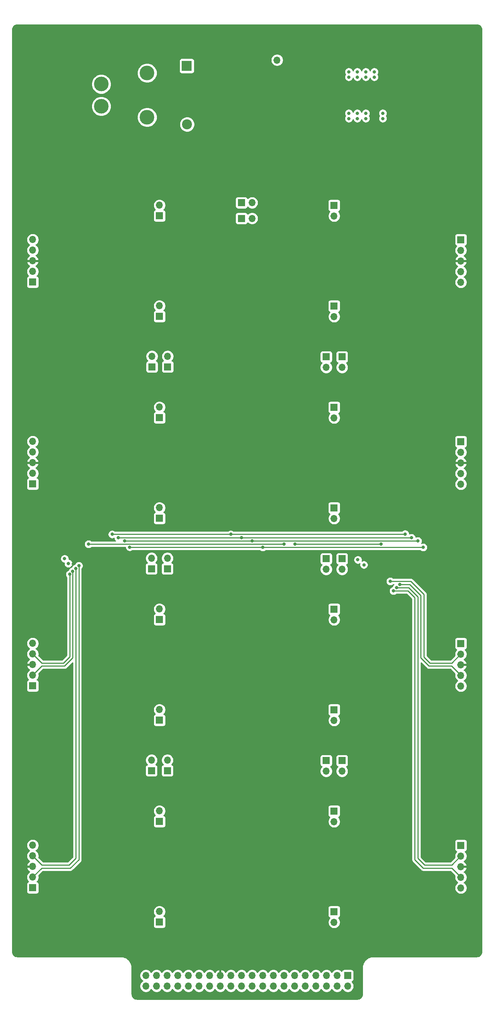
<source format=gbr>
%TF.GenerationSoftware,KiCad,Pcbnew,5.1.12-84ad8e8a86~92~ubuntu20.04.1*%
%TF.CreationDate,2022-02-15T15:36:19-05:00*%
%TF.ProjectId,emg-filter,656d672d-6669-46c7-9465-722e6b696361,rev?*%
%TF.SameCoordinates,Original*%
%TF.FileFunction,Copper,L4,Bot*%
%TF.FilePolarity,Positive*%
%FSLAX46Y46*%
G04 Gerber Fmt 4.6, Leading zero omitted, Abs format (unit mm)*
G04 Created by KiCad (PCBNEW 5.1.12-84ad8e8a86~92~ubuntu20.04.1) date 2022-02-15 15:36:19*
%MOMM*%
%LPD*%
G01*
G04 APERTURE LIST*
%TA.AperFunction,ComponentPad*%
%ADD10R,1.700000X1.700000*%
%TD*%
%TA.AperFunction,ComponentPad*%
%ADD11O,1.700000X1.700000*%
%TD*%
%TA.AperFunction,ComponentPad*%
%ADD12C,3.500000*%
%TD*%
%TA.AperFunction,ComponentPad*%
%ADD13R,2.400000X2.400000*%
%TD*%
%TA.AperFunction,ComponentPad*%
%ADD14C,2.400000*%
%TD*%
%TA.AperFunction,ViaPad*%
%ADD15C,0.800000*%
%TD*%
%TA.AperFunction,Conductor*%
%ADD16C,0.250000*%
%TD*%
%TA.AperFunction,Conductor*%
%ADD17C,0.254000*%
%TD*%
%TA.AperFunction,Conductor*%
%ADD18C,0.100000*%
%TD*%
G04 APERTURE END LIST*
D10*
%TO.P,J15,1*%
%TO.N,/sheet622289E8/REF_B*%
X131624000Y-39342000D03*
D11*
%TO.P,J15,2*%
%TO.N,/sheet622289E8/VIN_B*%
X131624000Y-41882000D03*
%TD*%
D10*
%TO.P,J13,1*%
%TO.N,/sheet622289E8/VIN_A*%
X131624000Y-15292000D03*
D11*
%TO.P,J13,2*%
%TO.N,/sheet622289E8/REF_A*%
X131624000Y-17832000D03*
%TD*%
D10*
%TO.P,RV1,1*%
%TO.N,AGND*%
X117983000Y14351000D03*
D11*
%TO.P,RV1,2*%
X117983000Y16891000D03*
%TO.P,RV1,3*%
%TO.N,Net-(R1-Pad2)*%
X117983000Y19431000D03*
%TD*%
%TO.P,J41,2*%
%TO.N,/sheet6222BA00/VIN_A*%
X133524000Y-150552000D03*
D10*
%TO.P,J41,1*%
%TO.N,/sheet6222B9FF/VIN_B*%
X133524000Y-148012000D03*
%TD*%
D11*
%TO.P,J40,2*%
%TO.N,/sheet6222BA00/REF_A*%
X129724000Y-150552000D03*
D10*
%TO.P,J40,1*%
%TO.N,/sheet6222B9FF/REF_B*%
X129724000Y-148012000D03*
%TD*%
%TO.P,J39,1*%
%TO.N,/sheet622289EA/VIN_B*%
X133524000Y-99752000D03*
D11*
%TO.P,J39,2*%
%TO.N,/sheet6222B9FF/VIN_A*%
X133524000Y-102292000D03*
%TD*%
D10*
%TO.P,J38,1*%
%TO.N,/sheet622289EA/REF_B*%
X129724000Y-99752000D03*
D11*
%TO.P,J38,2*%
%TO.N,/sheet6222B9FF/REF_A*%
X129724000Y-102292000D03*
%TD*%
D10*
%TO.P,J37,1*%
%TO.N,/sheet622289E8/VIN_B*%
X133524000Y-51492000D03*
D11*
%TO.P,J37,2*%
%TO.N,/sheet622289EA/VIN_A*%
X133524000Y-54032000D03*
%TD*%
D10*
%TO.P,J36,1*%
%TO.N,/sheet622289E8/REF_B*%
X129724000Y-51492000D03*
D11*
%TO.P,J36,2*%
%TO.N,/sheet622289EA/REF_A*%
X129724000Y-54032000D03*
%TD*%
D10*
%TO.P,J35,1*%
%TO.N,/sheet622289E9/VIN_B*%
X109474000Y-14657000D03*
D11*
%TO.P,J35,2*%
%TO.N,/sheet622289E8/VIN_A*%
X112014000Y-14657000D03*
%TD*%
D10*
%TO.P,J34,1*%
%TO.N,/sheet622289E9/REF_B*%
X109474000Y-18415000D03*
D11*
%TO.P,J34,2*%
%TO.N,/sheet622289E8/REF_A*%
X112014000Y-18415000D03*
%TD*%
D10*
%TO.P,J33,1*%
%TO.N,/sheet621F0D1E/VIN_B*%
X91814000Y-53908000D03*
D11*
%TO.P,J33,2*%
%TO.N,/sheet622289E9/VIN_A*%
X91814000Y-51368000D03*
%TD*%
D10*
%TO.P,J32,1*%
%TO.N,/sheet621F0D1E/REF_B*%
X88064000Y-53908000D03*
D11*
%TO.P,J32,2*%
%TO.N,/sheet622289E9/REF_A*%
X88064000Y-51368000D03*
%TD*%
D10*
%TO.P,J31,1*%
%TO.N,/sheet621E330E/VIN_B*%
X91764000Y-102178000D03*
D11*
%TO.P,J31,2*%
%TO.N,/sheet621F0D1E/VIN_A*%
X91764000Y-99638000D03*
%TD*%
%TO.P,J30,2*%
%TO.N,/sheet621F0D1E/REF_A*%
X87964000Y-99638000D03*
D10*
%TO.P,J30,1*%
%TO.N,/sheet621E330E/REF_B*%
X87964000Y-102178000D03*
%TD*%
%TO.P,J29,1*%
%TO.N,/sheet621EB93C/VIN_B*%
X91764000Y-150438000D03*
D11*
%TO.P,J29,2*%
%TO.N,/sheet621E330E/VIN_A*%
X91764000Y-147898000D03*
%TD*%
D10*
%TO.P,J28,1*%
%TO.N,/sheet621EB93C/REF_B*%
X87964000Y-150438000D03*
D11*
%TO.P,J28,2*%
%TO.N,/sheet621E330E/REF_A*%
X87964000Y-147898000D03*
%TD*%
%TO.P,J27,2*%
%TO.N,/sheet6222BA00/VIN_B*%
X131624000Y-186662000D03*
D10*
%TO.P,J27,1*%
%TO.N,/sheet6222BA00/REF_B*%
X131624000Y-184122000D03*
%TD*%
D11*
%TO.P,J26,5*%
%TO.N,-5V*%
X161924000Y-178452000D03*
%TO.P,J26,4*%
%TO.N,/adc/OUT_AMP_16*%
X161924000Y-175912000D03*
%TO.P,J26,3*%
%TO.N,AGND*%
X161924000Y-173372000D03*
%TO.P,J26,2*%
%TO.N,/sheet6222BA00/OUT_A*%
X161924000Y-170832000D03*
D10*
%TO.P,J26,1*%
%TO.N,+5V*%
X161924000Y-168292000D03*
%TD*%
%TO.P,J25,1*%
%TO.N,/sheet6222BA00/VIN_A*%
X131624000Y-160072000D03*
D11*
%TO.P,J25,2*%
%TO.N,/sheet6222BA00/REF_A*%
X131624000Y-162612000D03*
%TD*%
D10*
%TO.P,J24,1*%
%TO.N,/sheet6222B9FF/REF_B*%
X131624000Y-135862000D03*
D11*
%TO.P,J24,2*%
%TO.N,/sheet6222B9FF/VIN_B*%
X131624000Y-138402000D03*
%TD*%
D10*
%TO.P,J23,1*%
%TO.N,+5V*%
X161924000Y-120032000D03*
D11*
%TO.P,J23,2*%
%TO.N,/sheet6222B9FF/OUT_A*%
X161924000Y-122572000D03*
%TO.P,J23,3*%
%TO.N,AGND*%
X161924000Y-125112000D03*
%TO.P,J23,4*%
%TO.N,/adc/OUT_AMP_14*%
X161924000Y-127652000D03*
%TO.P,J23,5*%
%TO.N,-5V*%
X161924000Y-130192000D03*
%TD*%
D10*
%TO.P,J22,1*%
%TO.N,/sheet6222B9FF/VIN_A*%
X131624000Y-111812000D03*
D11*
%TO.P,J22,2*%
%TO.N,/sheet6222B9FF/REF_A*%
X131624000Y-114352000D03*
%TD*%
%TO.P,J21,2*%
%TO.N,/sheet622289EA/VIN_B*%
X131624000Y-90142000D03*
D10*
%TO.P,J21,1*%
%TO.N,/sheet622289EA/REF_B*%
X131624000Y-87602000D03*
%TD*%
D11*
%TO.P,J20,5*%
%TO.N,-5V*%
X161924000Y-81932000D03*
%TO.P,J20,4*%
%TO.N,/adc/OUT_AMP_12*%
X161924000Y-79392000D03*
%TO.P,J20,3*%
%TO.N,AGND*%
X161924000Y-76852000D03*
%TO.P,J20,2*%
%TO.N,/sheet622289EA/OUT_A*%
X161924000Y-74312000D03*
D10*
%TO.P,J20,1*%
%TO.N,+5V*%
X161924000Y-71772000D03*
%TD*%
D11*
%TO.P,J19,2*%
%TO.N,/sheet622289EA/REF_A*%
X131624000Y-66092000D03*
D10*
%TO.P,J19,1*%
%TO.N,/sheet622289EA/VIN_A*%
X131624000Y-63552000D03*
%TD*%
%TO.P,J18,1*%
%TO.N,/sheet622289E9/REF_B*%
X89864000Y-17808000D03*
D11*
%TO.P,J18,2*%
%TO.N,/sheet622289E9/VIN_B*%
X89864000Y-15268000D03*
%TD*%
D10*
%TO.P,J17,1*%
%TO.N,+5V*%
X59564000Y-33638000D03*
D11*
%TO.P,J17,2*%
%TO.N,/sheet622289E9/OUT_A*%
X59564000Y-31098000D03*
%TO.P,J17,3*%
%TO.N,AGND*%
X59564000Y-28558000D03*
%TO.P,J17,4*%
%TO.N,/adc/OUT_AMP_8*%
X59564000Y-26018000D03*
%TO.P,J17,5*%
%TO.N,-5V*%
X59564000Y-23478000D03*
%TD*%
D10*
%TO.P,J16,1*%
%TO.N,/sheet622289E9/VIN_A*%
X89864000Y-41858000D03*
D11*
%TO.P,J16,2*%
%TO.N,/sheet622289E9/REF_A*%
X89864000Y-39318000D03*
%TD*%
D10*
%TO.P,J14,1*%
%TO.N,+5V*%
X161924000Y-23512000D03*
D11*
%TO.P,J14,2*%
%TO.N,/sheet622289E8/OUT_A*%
X161924000Y-26052000D03*
%TO.P,J14,3*%
%TO.N,AGND*%
X161924000Y-28592000D03*
%TO.P,J14,4*%
%TO.N,/adc/OUT_AMP_10*%
X161924000Y-31132000D03*
%TO.P,J14,5*%
%TO.N,-5V*%
X161924000Y-33672000D03*
%TD*%
%TO.P,J12,2*%
%TO.N,/sheet621F0D1E/VIN_B*%
X89864000Y-63528000D03*
D10*
%TO.P,J12,1*%
%TO.N,/sheet621F0D1E/REF_B*%
X89864000Y-66068000D03*
%TD*%
D11*
%TO.P,J11,5*%
%TO.N,-5V*%
X59564000Y-71738000D03*
%TO.P,J11,4*%
%TO.N,/adc/OUT_AMP_6*%
X59564000Y-74278000D03*
%TO.P,J11,3*%
%TO.N,AGND*%
X59564000Y-76818000D03*
%TO.P,J11,2*%
%TO.N,/sheet621F0D1E/OUT_A*%
X59564000Y-79358000D03*
D10*
%TO.P,J11,1*%
%TO.N,+5V*%
X59564000Y-81898000D03*
%TD*%
D11*
%TO.P,J10,2*%
%TO.N,/sheet621F0D1E/REF_A*%
X89864000Y-87578000D03*
D10*
%TO.P,J10,1*%
%TO.N,/sheet621F0D1E/VIN_A*%
X89864000Y-90118000D03*
%TD*%
D11*
%TO.P,J9,2*%
%TO.N,/sheet621EB93C/VIN_B*%
X89864000Y-160048000D03*
D10*
%TO.P,J9,1*%
%TO.N,/sheet621EB93C/REF_B*%
X89864000Y-162588000D03*
%TD*%
D11*
%TO.P,J8,5*%
%TO.N,-5V*%
X59564000Y-168258000D03*
%TO.P,J8,4*%
%TO.N,/adc/OUT_AMP_2*%
X59564000Y-170798000D03*
%TO.P,J8,3*%
%TO.N,AGND*%
X59564000Y-173338000D03*
%TO.P,J8,2*%
%TO.N,/sheet621EB93C/OUT_A*%
X59564000Y-175878000D03*
D10*
%TO.P,J8,1*%
%TO.N,+5V*%
X59564000Y-178418000D03*
%TD*%
%TO.P,J7,1*%
%TO.N,/sheet621EB93C/VIN_A*%
X89864000Y-186638000D03*
D11*
%TO.P,J7,2*%
%TO.N,/sheet621EB93C/REF_A*%
X89864000Y-184098000D03*
%TD*%
D10*
%TO.P,J6,1*%
%TO.N,/sheet621E330E/REF_B*%
X89864000Y-114328000D03*
D11*
%TO.P,J6,2*%
%TO.N,/sheet621E330E/VIN_B*%
X89864000Y-111788000D03*
%TD*%
%TO.P,J5,5*%
%TO.N,-5V*%
X59564000Y-119998000D03*
%TO.P,J5,4*%
%TO.N,/adc/OUT_AMP_4*%
X59564000Y-122538000D03*
%TO.P,J5,3*%
%TO.N,AGND*%
X59564000Y-125078000D03*
%TO.P,J5,2*%
%TO.N,/sheet621E330E/OUT_A*%
X59564000Y-127618000D03*
D10*
%TO.P,J5,1*%
%TO.N,+5V*%
X59564000Y-130158000D03*
%TD*%
%TO.P,J4,1*%
%TO.N,/sheet621E330E/VIN_A*%
X89864000Y-138378000D03*
D11*
%TO.P,J4,2*%
%TO.N,/sheet621E330E/REF_A*%
X89864000Y-135838000D03*
%TD*%
%TO.P,J3,40*%
%TO.N,Net-(J3-Pad40)*%
X86614000Y-201930000D03*
%TO.P,J3,39*%
%TO.N,Net-(J3-Pad39)*%
X86614000Y-199390000D03*
%TO.P,J3,38*%
%TO.N,Net-(J3-Pad38)*%
X89154000Y-201930000D03*
%TO.P,J3,37*%
%TO.N,Net-(J3-Pad37)*%
X89154000Y-199390000D03*
%TO.P,J3,36*%
%TO.N,Net-(J3-Pad36)*%
X91694000Y-201930000D03*
%TO.P,J3,35*%
%TO.N,Net-(J3-Pad35)*%
X91694000Y-199390000D03*
%TO.P,J3,34*%
%TO.N,Net-(J3-Pad34)*%
X94234000Y-201930000D03*
%TO.P,J3,33*%
%TO.N,Net-(J3-Pad33)*%
X94234000Y-199390000D03*
%TO.P,J3,32*%
%TO.N,Net-(J3-Pad32)*%
X96774000Y-201930000D03*
%TO.P,J3,31*%
%TO.N,Net-(J3-Pad31)*%
X96774000Y-199390000D03*
%TO.P,J3,30*%
%TO.N,Net-(J3-Pad30)*%
X99314000Y-201930000D03*
%TO.P,J3,29*%
%TO.N,Net-(J3-Pad29)*%
X99314000Y-199390000D03*
%TO.P,J3,28*%
%TO.N,Net-(J3-Pad28)*%
X101854000Y-201930000D03*
%TO.P,J3,27*%
%TO.N,Net-(J3-Pad27)*%
X101854000Y-199390000D03*
%TO.P,J3,26*%
%TO.N,Net-(J3-Pad26)*%
X104394000Y-201930000D03*
%TO.P,J3,25*%
%TO.N,AGND*%
X104394000Y-199390000D03*
%TO.P,J3,24*%
%TO.N,Net-(J3-Pad24)*%
X106934000Y-201930000D03*
%TO.P,J3,23*%
%TO.N,SCLK_CLK_PI*%
X106934000Y-199390000D03*
%TO.P,J3,22*%
%TO.N,Net-(J3-Pad22)*%
X109474000Y-201930000D03*
%TO.P,J3,21*%
%TO.N,DOUT_MISO_PI*%
X109474000Y-199390000D03*
%TO.P,J3,20*%
%TO.N,Net-(J3-Pad20)*%
X112014000Y-201930000D03*
%TO.P,J3,19*%
%TO.N,DIN_MOSI_PI*%
X112014000Y-199390000D03*
%TO.P,J3,18*%
%TO.N,Net-(J3-Pad18)*%
X114554000Y-201930000D03*
%TO.P,J3,17*%
%TO.N,+3V3*%
X114554000Y-199390000D03*
%TO.P,J3,16*%
%TO.N,Net-(J3-Pad16)*%
X117094000Y-201930000D03*
%TO.P,J3,15*%
%TO.N,!CS_2_PI*%
X117094000Y-199390000D03*
%TO.P,J3,14*%
%TO.N,Net-(J3-Pad14)*%
X119634000Y-201930000D03*
%TO.P,J3,13*%
%TO.N,!CS_1_PI*%
X119634000Y-199390000D03*
%TO.P,J3,12*%
%TO.N,Net-(J3-Pad12)*%
X122174000Y-201930000D03*
%TO.P,J3,11*%
%TO.N,Net-(J3-Pad11)*%
X122174000Y-199390000D03*
%TO.P,J3,10*%
%TO.N,Net-(J3-Pad10)*%
X124714000Y-201930000D03*
%TO.P,J3,9*%
%TO.N,Net-(J3-Pad9)*%
X124714000Y-199390000D03*
%TO.P,J3,8*%
%TO.N,Net-(J3-Pad8)*%
X127254000Y-201930000D03*
%TO.P,J3,7*%
%TO.N,Net-(J3-Pad7)*%
X127254000Y-199390000D03*
%TO.P,J3,6*%
%TO.N,Net-(J3-Pad6)*%
X129794000Y-201930000D03*
%TO.P,J3,5*%
%TO.N,Net-(J3-Pad5)*%
X129794000Y-199390000D03*
%TO.P,J3,4*%
%TO.N,Net-(J3-Pad4)*%
X132334000Y-201930000D03*
%TO.P,J3,3*%
%TO.N,Net-(J3-Pad3)*%
X132334000Y-199390000D03*
%TO.P,J3,2*%
%TO.N,Net-(J3-Pad2)*%
X134874000Y-201930000D03*
D10*
%TO.P,J3,1*%
%TO.N,Net-(J3-Pad1)*%
X134874000Y-199390000D03*
%TD*%
D12*
%TO.P,J2,1*%
%TO.N,+24V*%
X86916917Y16324000D03*
%TO.P,J2,2*%
%TO.N,AGND*%
X86916917Y11049000D03*
%TO.P,J2,3*%
%TO.N,GNDREF*%
X86916917Y5774000D03*
%TD*%
%TO.P,J1,2*%
%TO.N,GNDREF*%
X75946000Y8382000D03*
%TO.P,J1,1*%
%TO.N,+24V*%
X75946000Y13682000D03*
%TD*%
D13*
%TO.P,C9,1*%
%TO.N,AGND*%
X101473000Y4064000D03*
D14*
%TO.P,C9,2*%
%TO.N,GNDREF*%
X96473000Y4064000D03*
%TD*%
D13*
%TO.P,C1,1*%
%TO.N,+24V*%
X96393000Y18034000D03*
D14*
%TO.P,C1,2*%
%TO.N,AGND*%
X101393000Y18034000D03*
%TD*%
D15*
%TO.N,AGND*%
X137160000Y11049000D03*
X139192000Y11049000D03*
X135128000Y11049000D03*
X129413000Y11049000D03*
X130683000Y11049000D03*
X131953000Y11049000D03*
X133223000Y11049000D03*
X133223000Y12319000D03*
X130683000Y12319000D03*
X129413000Y12319000D03*
X131953000Y12319000D03*
X133223000Y9779000D03*
X130683000Y9779000D03*
X131953000Y9779000D03*
X129413000Y9779000D03*
X130683000Y8509000D03*
X129413000Y8509000D03*
X131953000Y8509000D03*
X130683000Y13589000D03*
X129413000Y13589000D03*
X131953000Y13589000D03*
X124587000Y9779000D03*
X124587000Y12319000D03*
X123317000Y9779000D03*
X124587000Y11049000D03*
X122047000Y11049000D03*
X122047000Y12319000D03*
X120777000Y9779000D03*
X123317000Y12319000D03*
X122047000Y9779000D03*
X120777000Y11049000D03*
X120777000Y12319000D03*
X123317000Y11049000D03*
X120777000Y13589000D03*
X123317000Y13589000D03*
X122047000Y13589000D03*
X124587000Y13589000D03*
X124587000Y8509000D03*
X122047000Y8509000D03*
X123317000Y8509000D03*
X120777000Y8509000D03*
X115189000Y8509000D03*
X115189000Y5969000D03*
X113919000Y8509000D03*
X113919000Y7239000D03*
X113919000Y5969000D03*
X115189000Y7239000D03*
X95123000Y13589000D03*
X92583000Y13589000D03*
X93853000Y13589000D03*
X95123000Y11049000D03*
X92583000Y11049000D03*
X91313000Y13589000D03*
X93853000Y9779000D03*
X92583000Y8509000D03*
X91313000Y11049000D03*
X91313000Y12319000D03*
X93853000Y12319000D03*
X91313000Y9779000D03*
X95123000Y8509000D03*
X93853000Y11049000D03*
X91313000Y8509000D03*
X92583000Y9779000D03*
X92583000Y12319000D03*
X93853000Y8509000D03*
X95123000Y9779000D03*
X95123000Y12319000D03*
X102997000Y11049000D03*
X102997000Y12319000D03*
X102997000Y9779000D03*
X104267000Y12319000D03*
X104267000Y11049000D03*
X105537000Y11049000D03*
X105537000Y9779000D03*
X104267000Y9779000D03*
X105537000Y12319000D03*
X69265800Y-101041200D03*
X140868400Y-101135839D03*
X75768200Y-103251000D03*
X145732500Y-100965000D03*
X89852500Y-148971000D03*
X131635500Y-149479000D03*
X131635500Y-101219000D03*
X131635500Y-52959000D03*
X89916000Y-52451000D03*
X110934500Y-16510000D03*
X89852500Y-100711000D03*
X115824000Y-196850000D03*
X113284000Y-196850000D03*
X110744000Y-196850000D03*
X108204000Y-196850000D03*
X118364000Y-196850000D03*
%TO.N,+5V*%
X135128000Y15367004D03*
X137160000Y15367000D03*
X139192000Y15367004D03*
X141224000Y15367004D03*
X135128000Y16637004D03*
X141224000Y16637004D03*
X137160000Y16637000D03*
X139192000Y16637004D03*
X137287000Y-100012500D03*
X138747500Y-101219000D03*
X68075096Y-100911100D03*
X67183000Y-99758500D03*
%TO.N,-5V*%
X135128000Y6731000D03*
X137160000Y6731000D03*
X139192000Y6731000D03*
X143256000Y6731000D03*
X135128000Y5461000D03*
X137160000Y5461000D03*
X139192000Y5461000D03*
X143256000Y5461000D03*
%TO.N,+3V3*%
X82742264Y-96993215D03*
X152908000Y-97028000D03*
X114554000Y-97028000D03*
%TO.N,!CS_1_PI*%
X119634000Y-96266000D03*
X72898000Y-96266000D03*
%TO.N,!CS_2_PI*%
X142875000Y-96266000D03*
X122301000Y-96266000D03*
%TO.N,DIN_MOSI_PI*%
X81534000Y-95504000D03*
X151638000Y-95504000D03*
X112014000Y-95504000D03*
%TO.N,DOUT_MISO_PI*%
X80010000Y-94742000D03*
X150114004Y-94742000D03*
X109474000Y-94742000D03*
%TO.N,SCLK_CLK_PI*%
X148590000Y-93853000D03*
X78546487Y-93919513D03*
X106919513Y-93919513D03*
%TO.N,/adc/OUT_AMP_2*%
X69839006Y-102091107D03*
%TO.N,/adc/OUT_AMP_4*%
X68405595Y-103482995D03*
%TO.N,/adc/OUT_AMP_14*%
X147320000Y-105918000D03*
%TO.N,/adc/OUT_AMP_16*%
X145796000Y-107442000D03*
%TO.N,/sheet621E330E/OUT_A*%
X69090994Y-102754809D03*
%TO.N,/sheet621EB93C/OUT_A*%
X70583505Y-101423466D03*
%TO.N,/sheet6222B9FF/OUT_A*%
X145034000Y-105156000D03*
%TO.N,/sheet6222BA00/OUT_A*%
X146558000Y-106680006D03*
%TD*%
D16*
%TO.N,+3V3*%
X152873215Y-96993215D02*
X152908000Y-97028000D01*
X82777049Y-97028000D02*
X114554000Y-97028000D01*
X82742264Y-96993215D02*
X82777049Y-97028000D01*
X152908000Y-97028000D02*
X114554000Y-97028000D01*
%TO.N,!CS_1_PI*%
X72898000Y-96266000D02*
X119634000Y-96266000D01*
%TO.N,!CS_2_PI*%
X142875000Y-96266000D02*
X122301000Y-96266000D01*
X122301000Y-96266000D02*
X122301000Y-96266000D01*
%TO.N,DIN_MOSI_PI*%
X81534000Y-95504000D02*
X112014000Y-95504000D01*
X112014000Y-95504000D02*
X151638000Y-95504000D01*
%TO.N,DOUT_MISO_PI*%
X109474000Y-94742000D02*
X150114004Y-94742000D01*
X109474000Y-94742000D02*
X80010000Y-94742000D01*
%TO.N,SCLK_CLK_PI*%
X148590000Y-93853000D02*
X148523487Y-93919513D01*
X106919513Y-93919513D02*
X78546487Y-93919513D01*
X148523487Y-93919513D02*
X106919513Y-93919513D01*
%TO.N,/adc/OUT_AMP_2*%
X69839006Y-171397494D02*
X69839006Y-102091107D01*
X68262500Y-172974000D02*
X69839006Y-171397494D01*
X61740000Y-172974000D02*
X68262500Y-172974000D01*
X59564000Y-170798000D02*
X61740000Y-172974000D01*
%TO.N,/adc/OUT_AMP_4*%
X68405595Y-123173905D02*
X68405595Y-103482995D01*
X66865500Y-124714000D02*
X68405595Y-123173905D01*
X61740000Y-124714000D02*
X66865500Y-124714000D01*
X59564000Y-122538000D02*
X61740000Y-124714000D01*
%TO.N,/adc/OUT_AMP_14*%
X159718500Y-125412500D02*
X161924000Y-127618000D01*
X154305000Y-125412500D02*
X159718500Y-125412500D01*
X152357385Y-108542385D02*
X152357385Y-123464885D01*
X152357385Y-123464885D02*
X154305000Y-125412500D01*
X149733000Y-105918000D02*
X152357385Y-108542385D01*
X147320000Y-105918000D02*
X149733000Y-105918000D01*
%TO.N,/adc/OUT_AMP_16*%
X149288500Y-107442000D02*
X145796000Y-107442000D01*
X150904495Y-171694395D02*
X150904495Y-109057995D01*
X150904495Y-109057995D02*
X149288500Y-107442000D01*
X159782000Y-173736000D02*
X152946100Y-173736000D01*
X152946100Y-173736000D02*
X150904495Y-171694395D01*
X161924000Y-175878000D02*
X159782000Y-173736000D01*
%TO.N,/sheet621E330E/OUT_A*%
X59564000Y-127618000D02*
X61769500Y-125412500D01*
X61769500Y-125412500D02*
X67183000Y-125412500D01*
X69130615Y-123464885D02*
X69130615Y-102794430D01*
X67183000Y-125412500D02*
X69130615Y-123464885D01*
X69130615Y-102794430D02*
X69090994Y-102754809D01*
%TO.N,/sheet621EB93C/OUT_A*%
X70583505Y-171694395D02*
X70583505Y-101423466D01*
X68541900Y-173736000D02*
X70583505Y-171694395D01*
X61706000Y-173736000D02*
X68541900Y-173736000D01*
X59564000Y-175878000D02*
X61706000Y-173736000D01*
%TO.N,/sheet6222B9FF/OUT_A*%
X149987000Y-105156000D02*
X145034000Y-105156000D01*
X153082405Y-108251405D02*
X149987000Y-105156000D01*
X153082405Y-123237405D02*
X153082405Y-108251405D01*
X154559000Y-124714000D02*
X153082405Y-123237405D01*
X159748000Y-124714000D02*
X154559000Y-124714000D01*
X161924000Y-122538000D02*
X159748000Y-124714000D01*
%TO.N,/sheet6222BA00/OUT_A*%
X151648994Y-108848583D02*
X149480417Y-106680006D01*
X151648994Y-171397494D02*
X151648994Y-108848583D01*
X149480417Y-106680006D02*
X146558000Y-106680006D01*
X153225500Y-172974000D02*
X151648994Y-171397494D01*
X159748000Y-172974000D02*
X153225500Y-172974000D01*
X161924000Y-170798000D02*
X159748000Y-172974000D01*
%TD*%
D17*
%TO.N,AGND*%
X165966446Y27838902D02*
X166189081Y27771685D01*
X166394419Y27662505D01*
X166574639Y27515521D01*
X166722877Y27336332D01*
X166833489Y27131760D01*
X166902258Y26909603D01*
X166930001Y26645646D01*
X166930000Y-193640271D01*
X166903901Y-193906449D01*
X166836684Y-194129084D01*
X166727506Y-194334417D01*
X166580522Y-194514637D01*
X166401333Y-194662876D01*
X166196761Y-194773488D01*
X165974606Y-194842257D01*
X165710655Y-194870000D01*
X140935123Y-194870000D01*
X140904151Y-194873050D01*
X140892351Y-194872968D01*
X140882486Y-194873935D01*
X140512731Y-194912799D01*
X140449750Y-194925727D01*
X140386483Y-194937796D01*
X140376993Y-194940662D01*
X140021830Y-195050604D01*
X139962551Y-195075523D01*
X139902843Y-195099646D01*
X139894090Y-195104300D01*
X139567046Y-195281132D01*
X139513703Y-195317113D01*
X139459848Y-195352354D01*
X139452166Y-195358619D01*
X139165697Y-195595608D01*
X139120362Y-195641260D01*
X139074377Y-195686292D01*
X139068058Y-195693930D01*
X138833075Y-195982048D01*
X138797479Y-196035623D01*
X138761107Y-196088744D01*
X138756392Y-196097465D01*
X138581847Y-196425737D01*
X138557327Y-196485226D01*
X138531975Y-196544378D01*
X138529043Y-196553848D01*
X138421583Y-196909771D01*
X138409090Y-196972868D01*
X138395704Y-197035842D01*
X138394668Y-197045701D01*
X138358388Y-197415717D01*
X138358388Y-197415733D01*
X138355001Y-197450123D01*
X138355000Y-203800271D01*
X138328901Y-204066449D01*
X138261684Y-204289084D01*
X138152506Y-204494417D01*
X138005522Y-204674637D01*
X137826333Y-204822876D01*
X137621761Y-204933488D01*
X137399606Y-205002257D01*
X137135655Y-205030000D01*
X84489729Y-205030000D01*
X84223551Y-205003901D01*
X84000916Y-204936684D01*
X83795583Y-204827506D01*
X83615363Y-204680522D01*
X83467124Y-204501333D01*
X83356512Y-204296761D01*
X83287743Y-204074606D01*
X83260000Y-203810655D01*
X83260000Y-199243740D01*
X85129000Y-199243740D01*
X85129000Y-199536260D01*
X85186068Y-199823158D01*
X85298010Y-200093411D01*
X85460525Y-200336632D01*
X85667368Y-200543475D01*
X85841760Y-200660000D01*
X85667368Y-200776525D01*
X85460525Y-200983368D01*
X85298010Y-201226589D01*
X85186068Y-201496842D01*
X85129000Y-201783740D01*
X85129000Y-202076260D01*
X85186068Y-202363158D01*
X85298010Y-202633411D01*
X85460525Y-202876632D01*
X85667368Y-203083475D01*
X85910589Y-203245990D01*
X86180842Y-203357932D01*
X86467740Y-203415000D01*
X86760260Y-203415000D01*
X87047158Y-203357932D01*
X87317411Y-203245990D01*
X87560632Y-203083475D01*
X87767475Y-202876632D01*
X87884000Y-202702240D01*
X88000525Y-202876632D01*
X88207368Y-203083475D01*
X88450589Y-203245990D01*
X88720842Y-203357932D01*
X89007740Y-203415000D01*
X89300260Y-203415000D01*
X89587158Y-203357932D01*
X89857411Y-203245990D01*
X90100632Y-203083475D01*
X90307475Y-202876632D01*
X90424000Y-202702240D01*
X90540525Y-202876632D01*
X90747368Y-203083475D01*
X90990589Y-203245990D01*
X91260842Y-203357932D01*
X91547740Y-203415000D01*
X91840260Y-203415000D01*
X92127158Y-203357932D01*
X92397411Y-203245990D01*
X92640632Y-203083475D01*
X92847475Y-202876632D01*
X92964000Y-202702240D01*
X93080525Y-202876632D01*
X93287368Y-203083475D01*
X93530589Y-203245990D01*
X93800842Y-203357932D01*
X94087740Y-203415000D01*
X94380260Y-203415000D01*
X94667158Y-203357932D01*
X94937411Y-203245990D01*
X95180632Y-203083475D01*
X95387475Y-202876632D01*
X95504000Y-202702240D01*
X95620525Y-202876632D01*
X95827368Y-203083475D01*
X96070589Y-203245990D01*
X96340842Y-203357932D01*
X96627740Y-203415000D01*
X96920260Y-203415000D01*
X97207158Y-203357932D01*
X97477411Y-203245990D01*
X97720632Y-203083475D01*
X97927475Y-202876632D01*
X98044000Y-202702240D01*
X98160525Y-202876632D01*
X98367368Y-203083475D01*
X98610589Y-203245990D01*
X98880842Y-203357932D01*
X99167740Y-203415000D01*
X99460260Y-203415000D01*
X99747158Y-203357932D01*
X100017411Y-203245990D01*
X100260632Y-203083475D01*
X100467475Y-202876632D01*
X100584000Y-202702240D01*
X100700525Y-202876632D01*
X100907368Y-203083475D01*
X101150589Y-203245990D01*
X101420842Y-203357932D01*
X101707740Y-203415000D01*
X102000260Y-203415000D01*
X102287158Y-203357932D01*
X102557411Y-203245990D01*
X102800632Y-203083475D01*
X103007475Y-202876632D01*
X103124000Y-202702240D01*
X103240525Y-202876632D01*
X103447368Y-203083475D01*
X103690589Y-203245990D01*
X103960842Y-203357932D01*
X104247740Y-203415000D01*
X104540260Y-203415000D01*
X104827158Y-203357932D01*
X105097411Y-203245990D01*
X105340632Y-203083475D01*
X105547475Y-202876632D01*
X105664000Y-202702240D01*
X105780525Y-202876632D01*
X105987368Y-203083475D01*
X106230589Y-203245990D01*
X106500842Y-203357932D01*
X106787740Y-203415000D01*
X107080260Y-203415000D01*
X107367158Y-203357932D01*
X107637411Y-203245990D01*
X107880632Y-203083475D01*
X108087475Y-202876632D01*
X108204000Y-202702240D01*
X108320525Y-202876632D01*
X108527368Y-203083475D01*
X108770589Y-203245990D01*
X109040842Y-203357932D01*
X109327740Y-203415000D01*
X109620260Y-203415000D01*
X109907158Y-203357932D01*
X110177411Y-203245990D01*
X110420632Y-203083475D01*
X110627475Y-202876632D01*
X110744000Y-202702240D01*
X110860525Y-202876632D01*
X111067368Y-203083475D01*
X111310589Y-203245990D01*
X111580842Y-203357932D01*
X111867740Y-203415000D01*
X112160260Y-203415000D01*
X112447158Y-203357932D01*
X112717411Y-203245990D01*
X112960632Y-203083475D01*
X113167475Y-202876632D01*
X113284000Y-202702240D01*
X113400525Y-202876632D01*
X113607368Y-203083475D01*
X113850589Y-203245990D01*
X114120842Y-203357932D01*
X114407740Y-203415000D01*
X114700260Y-203415000D01*
X114987158Y-203357932D01*
X115257411Y-203245990D01*
X115500632Y-203083475D01*
X115707475Y-202876632D01*
X115824000Y-202702240D01*
X115940525Y-202876632D01*
X116147368Y-203083475D01*
X116390589Y-203245990D01*
X116660842Y-203357932D01*
X116947740Y-203415000D01*
X117240260Y-203415000D01*
X117527158Y-203357932D01*
X117797411Y-203245990D01*
X118040632Y-203083475D01*
X118247475Y-202876632D01*
X118364000Y-202702240D01*
X118480525Y-202876632D01*
X118687368Y-203083475D01*
X118930589Y-203245990D01*
X119200842Y-203357932D01*
X119487740Y-203415000D01*
X119780260Y-203415000D01*
X120067158Y-203357932D01*
X120337411Y-203245990D01*
X120580632Y-203083475D01*
X120787475Y-202876632D01*
X120904000Y-202702240D01*
X121020525Y-202876632D01*
X121227368Y-203083475D01*
X121470589Y-203245990D01*
X121740842Y-203357932D01*
X122027740Y-203415000D01*
X122320260Y-203415000D01*
X122607158Y-203357932D01*
X122877411Y-203245990D01*
X123120632Y-203083475D01*
X123327475Y-202876632D01*
X123444000Y-202702240D01*
X123560525Y-202876632D01*
X123767368Y-203083475D01*
X124010589Y-203245990D01*
X124280842Y-203357932D01*
X124567740Y-203415000D01*
X124860260Y-203415000D01*
X125147158Y-203357932D01*
X125417411Y-203245990D01*
X125660632Y-203083475D01*
X125867475Y-202876632D01*
X125984000Y-202702240D01*
X126100525Y-202876632D01*
X126307368Y-203083475D01*
X126550589Y-203245990D01*
X126820842Y-203357932D01*
X127107740Y-203415000D01*
X127400260Y-203415000D01*
X127687158Y-203357932D01*
X127957411Y-203245990D01*
X128200632Y-203083475D01*
X128407475Y-202876632D01*
X128524000Y-202702240D01*
X128640525Y-202876632D01*
X128847368Y-203083475D01*
X129090589Y-203245990D01*
X129360842Y-203357932D01*
X129647740Y-203415000D01*
X129940260Y-203415000D01*
X130227158Y-203357932D01*
X130497411Y-203245990D01*
X130740632Y-203083475D01*
X130947475Y-202876632D01*
X131064000Y-202702240D01*
X131180525Y-202876632D01*
X131387368Y-203083475D01*
X131630589Y-203245990D01*
X131900842Y-203357932D01*
X132187740Y-203415000D01*
X132480260Y-203415000D01*
X132767158Y-203357932D01*
X133037411Y-203245990D01*
X133280632Y-203083475D01*
X133487475Y-202876632D01*
X133604000Y-202702240D01*
X133720525Y-202876632D01*
X133927368Y-203083475D01*
X134170589Y-203245990D01*
X134440842Y-203357932D01*
X134727740Y-203415000D01*
X135020260Y-203415000D01*
X135307158Y-203357932D01*
X135577411Y-203245990D01*
X135820632Y-203083475D01*
X136027475Y-202876632D01*
X136189990Y-202633411D01*
X136301932Y-202363158D01*
X136359000Y-202076260D01*
X136359000Y-201783740D01*
X136301932Y-201496842D01*
X136189990Y-201226589D01*
X136027475Y-200983368D01*
X135895620Y-200851513D01*
X135968180Y-200829502D01*
X136078494Y-200770537D01*
X136175185Y-200691185D01*
X136254537Y-200594494D01*
X136313502Y-200484180D01*
X136349812Y-200364482D01*
X136362072Y-200240000D01*
X136362072Y-198540000D01*
X136349812Y-198415518D01*
X136313502Y-198295820D01*
X136254537Y-198185506D01*
X136175185Y-198088815D01*
X136078494Y-198009463D01*
X135968180Y-197950498D01*
X135848482Y-197914188D01*
X135724000Y-197901928D01*
X134024000Y-197901928D01*
X133899518Y-197914188D01*
X133779820Y-197950498D01*
X133669506Y-198009463D01*
X133572815Y-198088815D01*
X133493463Y-198185506D01*
X133434498Y-198295820D01*
X133412487Y-198368380D01*
X133280632Y-198236525D01*
X133037411Y-198074010D01*
X132767158Y-197962068D01*
X132480260Y-197905000D01*
X132187740Y-197905000D01*
X131900842Y-197962068D01*
X131630589Y-198074010D01*
X131387368Y-198236525D01*
X131180525Y-198443368D01*
X131064000Y-198617760D01*
X130947475Y-198443368D01*
X130740632Y-198236525D01*
X130497411Y-198074010D01*
X130227158Y-197962068D01*
X129940260Y-197905000D01*
X129647740Y-197905000D01*
X129360842Y-197962068D01*
X129090589Y-198074010D01*
X128847368Y-198236525D01*
X128640525Y-198443368D01*
X128524000Y-198617760D01*
X128407475Y-198443368D01*
X128200632Y-198236525D01*
X127957411Y-198074010D01*
X127687158Y-197962068D01*
X127400260Y-197905000D01*
X127107740Y-197905000D01*
X126820842Y-197962068D01*
X126550589Y-198074010D01*
X126307368Y-198236525D01*
X126100525Y-198443368D01*
X125984000Y-198617760D01*
X125867475Y-198443368D01*
X125660632Y-198236525D01*
X125417411Y-198074010D01*
X125147158Y-197962068D01*
X124860260Y-197905000D01*
X124567740Y-197905000D01*
X124280842Y-197962068D01*
X124010589Y-198074010D01*
X123767368Y-198236525D01*
X123560525Y-198443368D01*
X123444000Y-198617760D01*
X123327475Y-198443368D01*
X123120632Y-198236525D01*
X122877411Y-198074010D01*
X122607158Y-197962068D01*
X122320260Y-197905000D01*
X122027740Y-197905000D01*
X121740842Y-197962068D01*
X121470589Y-198074010D01*
X121227368Y-198236525D01*
X121020525Y-198443368D01*
X120904000Y-198617760D01*
X120787475Y-198443368D01*
X120580632Y-198236525D01*
X120337411Y-198074010D01*
X120067158Y-197962068D01*
X119780260Y-197905000D01*
X119487740Y-197905000D01*
X119200842Y-197962068D01*
X118930589Y-198074010D01*
X118687368Y-198236525D01*
X118480525Y-198443368D01*
X118364000Y-198617760D01*
X118247475Y-198443368D01*
X118040632Y-198236525D01*
X117797411Y-198074010D01*
X117527158Y-197962068D01*
X117240260Y-197905000D01*
X116947740Y-197905000D01*
X116660842Y-197962068D01*
X116390589Y-198074010D01*
X116147368Y-198236525D01*
X115940525Y-198443368D01*
X115824000Y-198617760D01*
X115707475Y-198443368D01*
X115500632Y-198236525D01*
X115257411Y-198074010D01*
X114987158Y-197962068D01*
X114700260Y-197905000D01*
X114407740Y-197905000D01*
X114120842Y-197962068D01*
X113850589Y-198074010D01*
X113607368Y-198236525D01*
X113400525Y-198443368D01*
X113284000Y-198617760D01*
X113167475Y-198443368D01*
X112960632Y-198236525D01*
X112717411Y-198074010D01*
X112447158Y-197962068D01*
X112160260Y-197905000D01*
X111867740Y-197905000D01*
X111580842Y-197962068D01*
X111310589Y-198074010D01*
X111067368Y-198236525D01*
X110860525Y-198443368D01*
X110744000Y-198617760D01*
X110627475Y-198443368D01*
X110420632Y-198236525D01*
X110177411Y-198074010D01*
X109907158Y-197962068D01*
X109620260Y-197905000D01*
X109327740Y-197905000D01*
X109040842Y-197962068D01*
X108770589Y-198074010D01*
X108527368Y-198236525D01*
X108320525Y-198443368D01*
X108204000Y-198617760D01*
X108087475Y-198443368D01*
X107880632Y-198236525D01*
X107637411Y-198074010D01*
X107367158Y-197962068D01*
X107080260Y-197905000D01*
X106787740Y-197905000D01*
X106500842Y-197962068D01*
X106230589Y-198074010D01*
X105987368Y-198236525D01*
X105780525Y-198443368D01*
X105658805Y-198625534D01*
X105589178Y-198508645D01*
X105394269Y-198292412D01*
X105160920Y-198118359D01*
X104898099Y-197993175D01*
X104750890Y-197948524D01*
X104521000Y-198069845D01*
X104521000Y-199263000D01*
X104541000Y-199263000D01*
X104541000Y-199517000D01*
X104521000Y-199517000D01*
X104521000Y-199537000D01*
X104267000Y-199537000D01*
X104267000Y-199517000D01*
X104247000Y-199517000D01*
X104247000Y-199263000D01*
X104267000Y-199263000D01*
X104267000Y-198069845D01*
X104037110Y-197948524D01*
X103889901Y-197993175D01*
X103627080Y-198118359D01*
X103393731Y-198292412D01*
X103198822Y-198508645D01*
X103129195Y-198625534D01*
X103007475Y-198443368D01*
X102800632Y-198236525D01*
X102557411Y-198074010D01*
X102287158Y-197962068D01*
X102000260Y-197905000D01*
X101707740Y-197905000D01*
X101420842Y-197962068D01*
X101150589Y-198074010D01*
X100907368Y-198236525D01*
X100700525Y-198443368D01*
X100584000Y-198617760D01*
X100467475Y-198443368D01*
X100260632Y-198236525D01*
X100017411Y-198074010D01*
X99747158Y-197962068D01*
X99460260Y-197905000D01*
X99167740Y-197905000D01*
X98880842Y-197962068D01*
X98610589Y-198074010D01*
X98367368Y-198236525D01*
X98160525Y-198443368D01*
X98044000Y-198617760D01*
X97927475Y-198443368D01*
X97720632Y-198236525D01*
X97477411Y-198074010D01*
X97207158Y-197962068D01*
X96920260Y-197905000D01*
X96627740Y-197905000D01*
X96340842Y-197962068D01*
X96070589Y-198074010D01*
X95827368Y-198236525D01*
X95620525Y-198443368D01*
X95504000Y-198617760D01*
X95387475Y-198443368D01*
X95180632Y-198236525D01*
X94937411Y-198074010D01*
X94667158Y-197962068D01*
X94380260Y-197905000D01*
X94087740Y-197905000D01*
X93800842Y-197962068D01*
X93530589Y-198074010D01*
X93287368Y-198236525D01*
X93080525Y-198443368D01*
X92964000Y-198617760D01*
X92847475Y-198443368D01*
X92640632Y-198236525D01*
X92397411Y-198074010D01*
X92127158Y-197962068D01*
X91840260Y-197905000D01*
X91547740Y-197905000D01*
X91260842Y-197962068D01*
X90990589Y-198074010D01*
X90747368Y-198236525D01*
X90540525Y-198443368D01*
X90424000Y-198617760D01*
X90307475Y-198443368D01*
X90100632Y-198236525D01*
X89857411Y-198074010D01*
X89587158Y-197962068D01*
X89300260Y-197905000D01*
X89007740Y-197905000D01*
X88720842Y-197962068D01*
X88450589Y-198074010D01*
X88207368Y-198236525D01*
X88000525Y-198443368D01*
X87884000Y-198617760D01*
X87767475Y-198443368D01*
X87560632Y-198236525D01*
X87317411Y-198074010D01*
X87047158Y-197962068D01*
X86760260Y-197905000D01*
X86467740Y-197905000D01*
X86180842Y-197962068D01*
X85910589Y-198074010D01*
X85667368Y-198236525D01*
X85460525Y-198443368D01*
X85298010Y-198686589D01*
X85186068Y-198956842D01*
X85129000Y-199243740D01*
X83260000Y-199243740D01*
X83260000Y-197450123D01*
X83256950Y-197419151D01*
X83257032Y-197407351D01*
X83256065Y-197397486D01*
X83217201Y-197027731D01*
X83204273Y-196964750D01*
X83192204Y-196901483D01*
X83189338Y-196891993D01*
X83079396Y-196536830D01*
X83054477Y-196477551D01*
X83030354Y-196417843D01*
X83025700Y-196409090D01*
X82848868Y-196082046D01*
X82812887Y-196028703D01*
X82777646Y-195974848D01*
X82771381Y-195967166D01*
X82534392Y-195680697D01*
X82488740Y-195635362D01*
X82443708Y-195589377D01*
X82436070Y-195583058D01*
X82147952Y-195348075D01*
X82094377Y-195312479D01*
X82041256Y-195276107D01*
X82032535Y-195271392D01*
X81704263Y-195096847D01*
X81644774Y-195072327D01*
X81585622Y-195046975D01*
X81576152Y-195044043D01*
X81220229Y-194936583D01*
X81157132Y-194924090D01*
X81094158Y-194910704D01*
X81084299Y-194909668D01*
X80714283Y-194873388D01*
X80714277Y-194873388D01*
X80679877Y-194870000D01*
X55914729Y-194870000D01*
X55648551Y-194843901D01*
X55425916Y-194776684D01*
X55220583Y-194667506D01*
X55040363Y-194520522D01*
X54892124Y-194341333D01*
X54781512Y-194136761D01*
X54712743Y-193914606D01*
X54685000Y-193650655D01*
X54685000Y-185788000D01*
X88375928Y-185788000D01*
X88375928Y-187488000D01*
X88388188Y-187612482D01*
X88424498Y-187732180D01*
X88483463Y-187842494D01*
X88562815Y-187939185D01*
X88659506Y-188018537D01*
X88769820Y-188077502D01*
X88889518Y-188113812D01*
X89014000Y-188126072D01*
X90714000Y-188126072D01*
X90838482Y-188113812D01*
X90958180Y-188077502D01*
X91068494Y-188018537D01*
X91165185Y-187939185D01*
X91244537Y-187842494D01*
X91303502Y-187732180D01*
X91339812Y-187612482D01*
X91352072Y-187488000D01*
X91352072Y-185788000D01*
X91339812Y-185663518D01*
X91303502Y-185543820D01*
X91244537Y-185433506D01*
X91165185Y-185336815D01*
X91068494Y-185257463D01*
X90958180Y-185198498D01*
X90885620Y-185176487D01*
X91017475Y-185044632D01*
X91179990Y-184801411D01*
X91291932Y-184531158D01*
X91349000Y-184244260D01*
X91349000Y-183951740D01*
X91291932Y-183664842D01*
X91179990Y-183394589D01*
X91098079Y-183272000D01*
X130135928Y-183272000D01*
X130135928Y-184972000D01*
X130148188Y-185096482D01*
X130184498Y-185216180D01*
X130243463Y-185326494D01*
X130322815Y-185423185D01*
X130419506Y-185502537D01*
X130529820Y-185561502D01*
X130602380Y-185583513D01*
X130470525Y-185715368D01*
X130308010Y-185958589D01*
X130196068Y-186228842D01*
X130139000Y-186515740D01*
X130139000Y-186808260D01*
X130196068Y-187095158D01*
X130308010Y-187365411D01*
X130470525Y-187608632D01*
X130677368Y-187815475D01*
X130920589Y-187977990D01*
X131190842Y-188089932D01*
X131477740Y-188147000D01*
X131770260Y-188147000D01*
X132057158Y-188089932D01*
X132327411Y-187977990D01*
X132570632Y-187815475D01*
X132777475Y-187608632D01*
X132939990Y-187365411D01*
X133051932Y-187095158D01*
X133109000Y-186808260D01*
X133109000Y-186515740D01*
X133051932Y-186228842D01*
X132939990Y-185958589D01*
X132777475Y-185715368D01*
X132645620Y-185583513D01*
X132718180Y-185561502D01*
X132828494Y-185502537D01*
X132925185Y-185423185D01*
X133004537Y-185326494D01*
X133063502Y-185216180D01*
X133099812Y-185096482D01*
X133112072Y-184972000D01*
X133112072Y-183272000D01*
X133099812Y-183147518D01*
X133063502Y-183027820D01*
X133004537Y-182917506D01*
X132925185Y-182820815D01*
X132828494Y-182741463D01*
X132718180Y-182682498D01*
X132598482Y-182646188D01*
X132474000Y-182633928D01*
X130774000Y-182633928D01*
X130649518Y-182646188D01*
X130529820Y-182682498D01*
X130419506Y-182741463D01*
X130322815Y-182820815D01*
X130243463Y-182917506D01*
X130184498Y-183027820D01*
X130148188Y-183147518D01*
X130135928Y-183272000D01*
X91098079Y-183272000D01*
X91017475Y-183151368D01*
X90810632Y-182944525D01*
X90567411Y-182782010D01*
X90297158Y-182670068D01*
X90010260Y-182613000D01*
X89717740Y-182613000D01*
X89430842Y-182670068D01*
X89160589Y-182782010D01*
X88917368Y-182944525D01*
X88710525Y-183151368D01*
X88548010Y-183394589D01*
X88436068Y-183664842D01*
X88379000Y-183951740D01*
X88379000Y-184244260D01*
X88436068Y-184531158D01*
X88548010Y-184801411D01*
X88710525Y-185044632D01*
X88842380Y-185176487D01*
X88769820Y-185198498D01*
X88659506Y-185257463D01*
X88562815Y-185336815D01*
X88483463Y-185433506D01*
X88424498Y-185543820D01*
X88388188Y-185663518D01*
X88375928Y-185788000D01*
X54685000Y-185788000D01*
X54685000Y-129308000D01*
X58075928Y-129308000D01*
X58075928Y-131008000D01*
X58088188Y-131132482D01*
X58124498Y-131252180D01*
X58183463Y-131362494D01*
X58262815Y-131459185D01*
X58359506Y-131538537D01*
X58469820Y-131597502D01*
X58589518Y-131633812D01*
X58714000Y-131646072D01*
X60414000Y-131646072D01*
X60538482Y-131633812D01*
X60658180Y-131597502D01*
X60768494Y-131538537D01*
X60865185Y-131459185D01*
X60944537Y-131362494D01*
X61003502Y-131252180D01*
X61039812Y-131132482D01*
X61052072Y-131008000D01*
X61052072Y-129308000D01*
X61039812Y-129183518D01*
X61003502Y-129063820D01*
X60944537Y-128953506D01*
X60865185Y-128856815D01*
X60768494Y-128777463D01*
X60658180Y-128718498D01*
X60585620Y-128696487D01*
X60717475Y-128564632D01*
X60879990Y-128321411D01*
X60991932Y-128051158D01*
X61049000Y-127764260D01*
X61049000Y-127471740D01*
X61005209Y-127251592D01*
X62084302Y-126172500D01*
X67145678Y-126172500D01*
X67183000Y-126176176D01*
X67220322Y-126172500D01*
X67220333Y-126172500D01*
X67331986Y-126161503D01*
X67475247Y-126118046D01*
X67607276Y-126047474D01*
X67723001Y-125952501D01*
X67746804Y-125923497D01*
X69079007Y-124591295D01*
X69079006Y-171082692D01*
X67947699Y-172214000D01*
X62054802Y-172214000D01*
X61005209Y-171164408D01*
X61049000Y-170944260D01*
X61049000Y-170651740D01*
X60991932Y-170364842D01*
X60879990Y-170094589D01*
X60717475Y-169851368D01*
X60510632Y-169644525D01*
X60336240Y-169528000D01*
X60510632Y-169411475D01*
X60717475Y-169204632D01*
X60879990Y-168961411D01*
X60991932Y-168691158D01*
X61049000Y-168404260D01*
X61049000Y-168111740D01*
X60991932Y-167824842D01*
X60879990Y-167554589D01*
X60717475Y-167311368D01*
X60510632Y-167104525D01*
X60267411Y-166942010D01*
X59997158Y-166830068D01*
X59710260Y-166773000D01*
X59417740Y-166773000D01*
X59130842Y-166830068D01*
X58860589Y-166942010D01*
X58617368Y-167104525D01*
X58410525Y-167311368D01*
X58248010Y-167554589D01*
X58136068Y-167824842D01*
X58079000Y-168111740D01*
X58079000Y-168404260D01*
X58136068Y-168691158D01*
X58248010Y-168961411D01*
X58410525Y-169204632D01*
X58617368Y-169411475D01*
X58791760Y-169528000D01*
X58617368Y-169644525D01*
X58410525Y-169851368D01*
X58248010Y-170094589D01*
X58136068Y-170364842D01*
X58079000Y-170651740D01*
X58079000Y-170944260D01*
X58136068Y-171231158D01*
X58248010Y-171501411D01*
X58410525Y-171744632D01*
X58617368Y-171951475D01*
X58799534Y-172073195D01*
X58682645Y-172142822D01*
X58466412Y-172337731D01*
X58292359Y-172571080D01*
X58167175Y-172833901D01*
X58122524Y-172981110D01*
X58243845Y-173211000D01*
X59437000Y-173211000D01*
X59437000Y-173191000D01*
X59691000Y-173191000D01*
X59691000Y-173211000D01*
X59711000Y-173211000D01*
X59711000Y-173465000D01*
X59691000Y-173465000D01*
X59691000Y-173485000D01*
X59437000Y-173485000D01*
X59437000Y-173465000D01*
X58243845Y-173465000D01*
X58122524Y-173694890D01*
X58167175Y-173842099D01*
X58292359Y-174104920D01*
X58466412Y-174338269D01*
X58682645Y-174533178D01*
X58799534Y-174602805D01*
X58617368Y-174724525D01*
X58410525Y-174931368D01*
X58248010Y-175174589D01*
X58136068Y-175444842D01*
X58079000Y-175731740D01*
X58079000Y-176024260D01*
X58136068Y-176311158D01*
X58248010Y-176581411D01*
X58410525Y-176824632D01*
X58542380Y-176956487D01*
X58469820Y-176978498D01*
X58359506Y-177037463D01*
X58262815Y-177116815D01*
X58183463Y-177213506D01*
X58124498Y-177323820D01*
X58088188Y-177443518D01*
X58075928Y-177568000D01*
X58075928Y-179268000D01*
X58088188Y-179392482D01*
X58124498Y-179512180D01*
X58183463Y-179622494D01*
X58262815Y-179719185D01*
X58359506Y-179798537D01*
X58469820Y-179857502D01*
X58589518Y-179893812D01*
X58714000Y-179906072D01*
X60414000Y-179906072D01*
X60538482Y-179893812D01*
X60658180Y-179857502D01*
X60768494Y-179798537D01*
X60865185Y-179719185D01*
X60944537Y-179622494D01*
X61003502Y-179512180D01*
X61039812Y-179392482D01*
X61052072Y-179268000D01*
X61052072Y-177568000D01*
X61039812Y-177443518D01*
X61003502Y-177323820D01*
X60944537Y-177213506D01*
X60865185Y-177116815D01*
X60768494Y-177037463D01*
X60658180Y-176978498D01*
X60585620Y-176956487D01*
X60717475Y-176824632D01*
X60879990Y-176581411D01*
X60991932Y-176311158D01*
X61049000Y-176024260D01*
X61049000Y-175731740D01*
X61005210Y-175511592D01*
X62020803Y-174496000D01*
X68504578Y-174496000D01*
X68541900Y-174499676D01*
X68579222Y-174496000D01*
X68579233Y-174496000D01*
X68690886Y-174485003D01*
X68834147Y-174441546D01*
X68966176Y-174370974D01*
X69081901Y-174276001D01*
X69105704Y-174246998D01*
X71094514Y-172258189D01*
X71123506Y-172234396D01*
X71147300Y-172205403D01*
X71147304Y-172205399D01*
X71218478Y-172118672D01*
X71218479Y-172118671D01*
X71289051Y-171986642D01*
X71332508Y-171843381D01*
X71343505Y-171731728D01*
X71343505Y-171731719D01*
X71347181Y-171694396D01*
X71343505Y-171657073D01*
X71343505Y-161738000D01*
X88375928Y-161738000D01*
X88375928Y-163438000D01*
X88388188Y-163562482D01*
X88424498Y-163682180D01*
X88483463Y-163792494D01*
X88562815Y-163889185D01*
X88659506Y-163968537D01*
X88769820Y-164027502D01*
X88889518Y-164063812D01*
X89014000Y-164076072D01*
X90714000Y-164076072D01*
X90838482Y-164063812D01*
X90958180Y-164027502D01*
X91068494Y-163968537D01*
X91165185Y-163889185D01*
X91244537Y-163792494D01*
X91303502Y-163682180D01*
X91339812Y-163562482D01*
X91352072Y-163438000D01*
X91352072Y-161738000D01*
X91339812Y-161613518D01*
X91303502Y-161493820D01*
X91244537Y-161383506D01*
X91165185Y-161286815D01*
X91068494Y-161207463D01*
X90958180Y-161148498D01*
X90885620Y-161126487D01*
X91017475Y-160994632D01*
X91179990Y-160751411D01*
X91291932Y-160481158D01*
X91349000Y-160194260D01*
X91349000Y-159901740D01*
X91291932Y-159614842D01*
X91179990Y-159344589D01*
X91098079Y-159222000D01*
X130135928Y-159222000D01*
X130135928Y-160922000D01*
X130148188Y-161046482D01*
X130184498Y-161166180D01*
X130243463Y-161276494D01*
X130322815Y-161373185D01*
X130419506Y-161452537D01*
X130529820Y-161511502D01*
X130602380Y-161533513D01*
X130470525Y-161665368D01*
X130308010Y-161908589D01*
X130196068Y-162178842D01*
X130139000Y-162465740D01*
X130139000Y-162758260D01*
X130196068Y-163045158D01*
X130308010Y-163315411D01*
X130470525Y-163558632D01*
X130677368Y-163765475D01*
X130920589Y-163927990D01*
X131190842Y-164039932D01*
X131477740Y-164097000D01*
X131770260Y-164097000D01*
X132057158Y-164039932D01*
X132327411Y-163927990D01*
X132570632Y-163765475D01*
X132777475Y-163558632D01*
X132939990Y-163315411D01*
X133051932Y-163045158D01*
X133109000Y-162758260D01*
X133109000Y-162465740D01*
X133051932Y-162178842D01*
X132939990Y-161908589D01*
X132777475Y-161665368D01*
X132645620Y-161533513D01*
X132718180Y-161511502D01*
X132828494Y-161452537D01*
X132925185Y-161373185D01*
X133004537Y-161276494D01*
X133063502Y-161166180D01*
X133099812Y-161046482D01*
X133112072Y-160922000D01*
X133112072Y-159222000D01*
X133099812Y-159097518D01*
X133063502Y-158977820D01*
X133004537Y-158867506D01*
X132925185Y-158770815D01*
X132828494Y-158691463D01*
X132718180Y-158632498D01*
X132598482Y-158596188D01*
X132474000Y-158583928D01*
X130774000Y-158583928D01*
X130649518Y-158596188D01*
X130529820Y-158632498D01*
X130419506Y-158691463D01*
X130322815Y-158770815D01*
X130243463Y-158867506D01*
X130184498Y-158977820D01*
X130148188Y-159097518D01*
X130135928Y-159222000D01*
X91098079Y-159222000D01*
X91017475Y-159101368D01*
X90810632Y-158894525D01*
X90567411Y-158732010D01*
X90297158Y-158620068D01*
X90010260Y-158563000D01*
X89717740Y-158563000D01*
X89430842Y-158620068D01*
X89160589Y-158732010D01*
X88917368Y-158894525D01*
X88710525Y-159101368D01*
X88548010Y-159344589D01*
X88436068Y-159614842D01*
X88379000Y-159901740D01*
X88379000Y-160194260D01*
X88436068Y-160481158D01*
X88548010Y-160751411D01*
X88710525Y-160994632D01*
X88842380Y-161126487D01*
X88769820Y-161148498D01*
X88659506Y-161207463D01*
X88562815Y-161286815D01*
X88483463Y-161383506D01*
X88424498Y-161493820D01*
X88388188Y-161613518D01*
X88375928Y-161738000D01*
X71343505Y-161738000D01*
X71343505Y-149588000D01*
X86475928Y-149588000D01*
X86475928Y-151288000D01*
X86488188Y-151412482D01*
X86524498Y-151532180D01*
X86583463Y-151642494D01*
X86662815Y-151739185D01*
X86759506Y-151818537D01*
X86869820Y-151877502D01*
X86989518Y-151913812D01*
X87114000Y-151926072D01*
X88814000Y-151926072D01*
X88938482Y-151913812D01*
X89058180Y-151877502D01*
X89168494Y-151818537D01*
X89265185Y-151739185D01*
X89344537Y-151642494D01*
X89403502Y-151532180D01*
X89439812Y-151412482D01*
X89452072Y-151288000D01*
X89452072Y-149588000D01*
X90275928Y-149588000D01*
X90275928Y-151288000D01*
X90288188Y-151412482D01*
X90324498Y-151532180D01*
X90383463Y-151642494D01*
X90462815Y-151739185D01*
X90559506Y-151818537D01*
X90669820Y-151877502D01*
X90789518Y-151913812D01*
X90914000Y-151926072D01*
X92614000Y-151926072D01*
X92738482Y-151913812D01*
X92858180Y-151877502D01*
X92968494Y-151818537D01*
X93065185Y-151739185D01*
X93144537Y-151642494D01*
X93203502Y-151532180D01*
X93239812Y-151412482D01*
X93252072Y-151288000D01*
X93252072Y-149588000D01*
X93239812Y-149463518D01*
X93203502Y-149343820D01*
X93144537Y-149233506D01*
X93065185Y-149136815D01*
X92968494Y-149057463D01*
X92858180Y-148998498D01*
X92785620Y-148976487D01*
X92917475Y-148844632D01*
X93079990Y-148601411D01*
X93191932Y-148331158D01*
X93249000Y-148044260D01*
X93249000Y-147751740D01*
X93191932Y-147464842D01*
X93079990Y-147194589D01*
X93058215Y-147162000D01*
X128235928Y-147162000D01*
X128235928Y-148862000D01*
X128248188Y-148986482D01*
X128284498Y-149106180D01*
X128343463Y-149216494D01*
X128422815Y-149313185D01*
X128519506Y-149392537D01*
X128629820Y-149451502D01*
X128702380Y-149473513D01*
X128570525Y-149605368D01*
X128408010Y-149848589D01*
X128296068Y-150118842D01*
X128239000Y-150405740D01*
X128239000Y-150698260D01*
X128296068Y-150985158D01*
X128408010Y-151255411D01*
X128570525Y-151498632D01*
X128777368Y-151705475D01*
X129020589Y-151867990D01*
X129290842Y-151979932D01*
X129577740Y-152037000D01*
X129870260Y-152037000D01*
X130157158Y-151979932D01*
X130427411Y-151867990D01*
X130670632Y-151705475D01*
X130877475Y-151498632D01*
X131039990Y-151255411D01*
X131151932Y-150985158D01*
X131209000Y-150698260D01*
X131209000Y-150405740D01*
X131151932Y-150118842D01*
X131039990Y-149848589D01*
X130877475Y-149605368D01*
X130745620Y-149473513D01*
X130818180Y-149451502D01*
X130928494Y-149392537D01*
X131025185Y-149313185D01*
X131104537Y-149216494D01*
X131163502Y-149106180D01*
X131199812Y-148986482D01*
X131212072Y-148862000D01*
X131212072Y-147162000D01*
X132035928Y-147162000D01*
X132035928Y-148862000D01*
X132048188Y-148986482D01*
X132084498Y-149106180D01*
X132143463Y-149216494D01*
X132222815Y-149313185D01*
X132319506Y-149392537D01*
X132429820Y-149451502D01*
X132502380Y-149473513D01*
X132370525Y-149605368D01*
X132208010Y-149848589D01*
X132096068Y-150118842D01*
X132039000Y-150405740D01*
X132039000Y-150698260D01*
X132096068Y-150985158D01*
X132208010Y-151255411D01*
X132370525Y-151498632D01*
X132577368Y-151705475D01*
X132820589Y-151867990D01*
X133090842Y-151979932D01*
X133377740Y-152037000D01*
X133670260Y-152037000D01*
X133957158Y-151979932D01*
X134227411Y-151867990D01*
X134470632Y-151705475D01*
X134677475Y-151498632D01*
X134839990Y-151255411D01*
X134951932Y-150985158D01*
X135009000Y-150698260D01*
X135009000Y-150405740D01*
X134951932Y-150118842D01*
X134839990Y-149848589D01*
X134677475Y-149605368D01*
X134545620Y-149473513D01*
X134618180Y-149451502D01*
X134728494Y-149392537D01*
X134825185Y-149313185D01*
X134904537Y-149216494D01*
X134963502Y-149106180D01*
X134999812Y-148986482D01*
X135012072Y-148862000D01*
X135012072Y-147162000D01*
X134999812Y-147037518D01*
X134963502Y-146917820D01*
X134904537Y-146807506D01*
X134825185Y-146710815D01*
X134728494Y-146631463D01*
X134618180Y-146572498D01*
X134498482Y-146536188D01*
X134374000Y-146523928D01*
X132674000Y-146523928D01*
X132549518Y-146536188D01*
X132429820Y-146572498D01*
X132319506Y-146631463D01*
X132222815Y-146710815D01*
X132143463Y-146807506D01*
X132084498Y-146917820D01*
X132048188Y-147037518D01*
X132035928Y-147162000D01*
X131212072Y-147162000D01*
X131199812Y-147037518D01*
X131163502Y-146917820D01*
X131104537Y-146807506D01*
X131025185Y-146710815D01*
X130928494Y-146631463D01*
X130818180Y-146572498D01*
X130698482Y-146536188D01*
X130574000Y-146523928D01*
X128874000Y-146523928D01*
X128749518Y-146536188D01*
X128629820Y-146572498D01*
X128519506Y-146631463D01*
X128422815Y-146710815D01*
X128343463Y-146807506D01*
X128284498Y-146917820D01*
X128248188Y-147037518D01*
X128235928Y-147162000D01*
X93058215Y-147162000D01*
X92917475Y-146951368D01*
X92710632Y-146744525D01*
X92467411Y-146582010D01*
X92197158Y-146470068D01*
X91910260Y-146413000D01*
X91617740Y-146413000D01*
X91330842Y-146470068D01*
X91060589Y-146582010D01*
X90817368Y-146744525D01*
X90610525Y-146951368D01*
X90448010Y-147194589D01*
X90336068Y-147464842D01*
X90279000Y-147751740D01*
X90279000Y-148044260D01*
X90336068Y-148331158D01*
X90448010Y-148601411D01*
X90610525Y-148844632D01*
X90742380Y-148976487D01*
X90669820Y-148998498D01*
X90559506Y-149057463D01*
X90462815Y-149136815D01*
X90383463Y-149233506D01*
X90324498Y-149343820D01*
X90288188Y-149463518D01*
X90275928Y-149588000D01*
X89452072Y-149588000D01*
X89439812Y-149463518D01*
X89403502Y-149343820D01*
X89344537Y-149233506D01*
X89265185Y-149136815D01*
X89168494Y-149057463D01*
X89058180Y-148998498D01*
X88985620Y-148976487D01*
X89117475Y-148844632D01*
X89279990Y-148601411D01*
X89391932Y-148331158D01*
X89449000Y-148044260D01*
X89449000Y-147751740D01*
X89391932Y-147464842D01*
X89279990Y-147194589D01*
X89117475Y-146951368D01*
X88910632Y-146744525D01*
X88667411Y-146582010D01*
X88397158Y-146470068D01*
X88110260Y-146413000D01*
X87817740Y-146413000D01*
X87530842Y-146470068D01*
X87260589Y-146582010D01*
X87017368Y-146744525D01*
X86810525Y-146951368D01*
X86648010Y-147194589D01*
X86536068Y-147464842D01*
X86479000Y-147751740D01*
X86479000Y-148044260D01*
X86536068Y-148331158D01*
X86648010Y-148601411D01*
X86810525Y-148844632D01*
X86942380Y-148976487D01*
X86869820Y-148998498D01*
X86759506Y-149057463D01*
X86662815Y-149136815D01*
X86583463Y-149233506D01*
X86524498Y-149343820D01*
X86488188Y-149463518D01*
X86475928Y-149588000D01*
X71343505Y-149588000D01*
X71343505Y-137528000D01*
X88375928Y-137528000D01*
X88375928Y-139228000D01*
X88388188Y-139352482D01*
X88424498Y-139472180D01*
X88483463Y-139582494D01*
X88562815Y-139679185D01*
X88659506Y-139758537D01*
X88769820Y-139817502D01*
X88889518Y-139853812D01*
X89014000Y-139866072D01*
X90714000Y-139866072D01*
X90838482Y-139853812D01*
X90958180Y-139817502D01*
X91068494Y-139758537D01*
X91165185Y-139679185D01*
X91244537Y-139582494D01*
X91303502Y-139472180D01*
X91339812Y-139352482D01*
X91352072Y-139228000D01*
X91352072Y-137528000D01*
X91339812Y-137403518D01*
X91303502Y-137283820D01*
X91244537Y-137173506D01*
X91165185Y-137076815D01*
X91068494Y-136997463D01*
X90958180Y-136938498D01*
X90885620Y-136916487D01*
X91017475Y-136784632D01*
X91179990Y-136541411D01*
X91291932Y-136271158D01*
X91349000Y-135984260D01*
X91349000Y-135691740D01*
X91291932Y-135404842D01*
X91179990Y-135134589D01*
X91098079Y-135012000D01*
X130135928Y-135012000D01*
X130135928Y-136712000D01*
X130148188Y-136836482D01*
X130184498Y-136956180D01*
X130243463Y-137066494D01*
X130322815Y-137163185D01*
X130419506Y-137242537D01*
X130529820Y-137301502D01*
X130602380Y-137323513D01*
X130470525Y-137455368D01*
X130308010Y-137698589D01*
X130196068Y-137968842D01*
X130139000Y-138255740D01*
X130139000Y-138548260D01*
X130196068Y-138835158D01*
X130308010Y-139105411D01*
X130470525Y-139348632D01*
X130677368Y-139555475D01*
X130920589Y-139717990D01*
X131190842Y-139829932D01*
X131477740Y-139887000D01*
X131770260Y-139887000D01*
X132057158Y-139829932D01*
X132327411Y-139717990D01*
X132570632Y-139555475D01*
X132777475Y-139348632D01*
X132939990Y-139105411D01*
X133051932Y-138835158D01*
X133109000Y-138548260D01*
X133109000Y-138255740D01*
X133051932Y-137968842D01*
X132939990Y-137698589D01*
X132777475Y-137455368D01*
X132645620Y-137323513D01*
X132718180Y-137301502D01*
X132828494Y-137242537D01*
X132925185Y-137163185D01*
X133004537Y-137066494D01*
X133063502Y-136956180D01*
X133099812Y-136836482D01*
X133112072Y-136712000D01*
X133112072Y-135012000D01*
X133099812Y-134887518D01*
X133063502Y-134767820D01*
X133004537Y-134657506D01*
X132925185Y-134560815D01*
X132828494Y-134481463D01*
X132718180Y-134422498D01*
X132598482Y-134386188D01*
X132474000Y-134373928D01*
X130774000Y-134373928D01*
X130649518Y-134386188D01*
X130529820Y-134422498D01*
X130419506Y-134481463D01*
X130322815Y-134560815D01*
X130243463Y-134657506D01*
X130184498Y-134767820D01*
X130148188Y-134887518D01*
X130135928Y-135012000D01*
X91098079Y-135012000D01*
X91017475Y-134891368D01*
X90810632Y-134684525D01*
X90567411Y-134522010D01*
X90297158Y-134410068D01*
X90010260Y-134353000D01*
X89717740Y-134353000D01*
X89430842Y-134410068D01*
X89160589Y-134522010D01*
X88917368Y-134684525D01*
X88710525Y-134891368D01*
X88548010Y-135134589D01*
X88436068Y-135404842D01*
X88379000Y-135691740D01*
X88379000Y-135984260D01*
X88436068Y-136271158D01*
X88548010Y-136541411D01*
X88710525Y-136784632D01*
X88842380Y-136916487D01*
X88769820Y-136938498D01*
X88659506Y-136997463D01*
X88562815Y-137076815D01*
X88483463Y-137173506D01*
X88424498Y-137283820D01*
X88388188Y-137403518D01*
X88375928Y-137528000D01*
X71343505Y-137528000D01*
X71343505Y-113478000D01*
X88375928Y-113478000D01*
X88375928Y-115178000D01*
X88388188Y-115302482D01*
X88424498Y-115422180D01*
X88483463Y-115532494D01*
X88562815Y-115629185D01*
X88659506Y-115708537D01*
X88769820Y-115767502D01*
X88889518Y-115803812D01*
X89014000Y-115816072D01*
X90714000Y-115816072D01*
X90838482Y-115803812D01*
X90958180Y-115767502D01*
X91068494Y-115708537D01*
X91165185Y-115629185D01*
X91244537Y-115532494D01*
X91303502Y-115422180D01*
X91339812Y-115302482D01*
X91352072Y-115178000D01*
X91352072Y-113478000D01*
X91339812Y-113353518D01*
X91303502Y-113233820D01*
X91244537Y-113123506D01*
X91165185Y-113026815D01*
X91068494Y-112947463D01*
X90958180Y-112888498D01*
X90885620Y-112866487D01*
X91017475Y-112734632D01*
X91179990Y-112491411D01*
X91291932Y-112221158D01*
X91349000Y-111934260D01*
X91349000Y-111641740D01*
X91291932Y-111354842D01*
X91179990Y-111084589D01*
X91098079Y-110962000D01*
X130135928Y-110962000D01*
X130135928Y-112662000D01*
X130148188Y-112786482D01*
X130184498Y-112906180D01*
X130243463Y-113016494D01*
X130322815Y-113113185D01*
X130419506Y-113192537D01*
X130529820Y-113251502D01*
X130602380Y-113273513D01*
X130470525Y-113405368D01*
X130308010Y-113648589D01*
X130196068Y-113918842D01*
X130139000Y-114205740D01*
X130139000Y-114498260D01*
X130196068Y-114785158D01*
X130308010Y-115055411D01*
X130470525Y-115298632D01*
X130677368Y-115505475D01*
X130920589Y-115667990D01*
X131190842Y-115779932D01*
X131477740Y-115837000D01*
X131770260Y-115837000D01*
X132057158Y-115779932D01*
X132327411Y-115667990D01*
X132570632Y-115505475D01*
X132777475Y-115298632D01*
X132939990Y-115055411D01*
X133051932Y-114785158D01*
X133109000Y-114498260D01*
X133109000Y-114205740D01*
X133051932Y-113918842D01*
X132939990Y-113648589D01*
X132777475Y-113405368D01*
X132645620Y-113273513D01*
X132718180Y-113251502D01*
X132828494Y-113192537D01*
X132925185Y-113113185D01*
X133004537Y-113016494D01*
X133063502Y-112906180D01*
X133099812Y-112786482D01*
X133112072Y-112662000D01*
X133112072Y-110962000D01*
X133099812Y-110837518D01*
X133063502Y-110717820D01*
X133004537Y-110607506D01*
X132925185Y-110510815D01*
X132828494Y-110431463D01*
X132718180Y-110372498D01*
X132598482Y-110336188D01*
X132474000Y-110323928D01*
X130774000Y-110323928D01*
X130649518Y-110336188D01*
X130529820Y-110372498D01*
X130419506Y-110431463D01*
X130322815Y-110510815D01*
X130243463Y-110607506D01*
X130184498Y-110717820D01*
X130148188Y-110837518D01*
X130135928Y-110962000D01*
X91098079Y-110962000D01*
X91017475Y-110841368D01*
X90810632Y-110634525D01*
X90567411Y-110472010D01*
X90297158Y-110360068D01*
X90010260Y-110303000D01*
X89717740Y-110303000D01*
X89430842Y-110360068D01*
X89160589Y-110472010D01*
X88917368Y-110634525D01*
X88710525Y-110841368D01*
X88548010Y-111084589D01*
X88436068Y-111354842D01*
X88379000Y-111641740D01*
X88379000Y-111934260D01*
X88436068Y-112221158D01*
X88548010Y-112491411D01*
X88710525Y-112734632D01*
X88842380Y-112866487D01*
X88769820Y-112888498D01*
X88659506Y-112947463D01*
X88562815Y-113026815D01*
X88483463Y-113123506D01*
X88424498Y-113233820D01*
X88388188Y-113353518D01*
X88375928Y-113478000D01*
X71343505Y-113478000D01*
X71343505Y-105054061D01*
X143999000Y-105054061D01*
X143999000Y-105257939D01*
X144038774Y-105457898D01*
X144116795Y-105646256D01*
X144230063Y-105815774D01*
X144374226Y-105959937D01*
X144543744Y-106073205D01*
X144732102Y-106151226D01*
X144932061Y-106191000D01*
X145135939Y-106191000D01*
X145335898Y-106151226D01*
X145524256Y-106073205D01*
X145693774Y-105959937D01*
X145737711Y-105916000D01*
X145858295Y-105916000D01*
X145754063Y-106020232D01*
X145640795Y-106189750D01*
X145562774Y-106378108D01*
X145551382Y-106435380D01*
X145494102Y-106446774D01*
X145305744Y-106524795D01*
X145136226Y-106638063D01*
X144992063Y-106782226D01*
X144878795Y-106951744D01*
X144800774Y-107140102D01*
X144761000Y-107340061D01*
X144761000Y-107543939D01*
X144800774Y-107743898D01*
X144878795Y-107932256D01*
X144992063Y-108101774D01*
X145136226Y-108245937D01*
X145305744Y-108359205D01*
X145494102Y-108437226D01*
X145694061Y-108477000D01*
X145897939Y-108477000D01*
X146097898Y-108437226D01*
X146286256Y-108359205D01*
X146455774Y-108245937D01*
X146499711Y-108202000D01*
X148973699Y-108202000D01*
X150144496Y-109372798D01*
X150144495Y-171657073D01*
X150140819Y-171694395D01*
X150144495Y-171731717D01*
X150144495Y-171731727D01*
X150155492Y-171843380D01*
X150175245Y-171908497D01*
X150198949Y-171986641D01*
X150269521Y-172118671D01*
X150293583Y-172147990D01*
X150364494Y-172234396D01*
X150393497Y-172258199D01*
X152382305Y-174247008D01*
X152406099Y-174276001D01*
X152435092Y-174299795D01*
X152435096Y-174299799D01*
X152505785Y-174357811D01*
X152521824Y-174370974D01*
X152653853Y-174441546D01*
X152797114Y-174485003D01*
X152908767Y-174496000D01*
X152908776Y-174496000D01*
X152946099Y-174499676D01*
X152983422Y-174496000D01*
X159467199Y-174496000D01*
X160488431Y-175517234D01*
X160439000Y-175765740D01*
X160439000Y-176058260D01*
X160496068Y-176345158D01*
X160608010Y-176615411D01*
X160770525Y-176858632D01*
X160977368Y-177065475D01*
X161151760Y-177182000D01*
X160977368Y-177298525D01*
X160770525Y-177505368D01*
X160608010Y-177748589D01*
X160496068Y-178018842D01*
X160439000Y-178305740D01*
X160439000Y-178598260D01*
X160496068Y-178885158D01*
X160608010Y-179155411D01*
X160770525Y-179398632D01*
X160977368Y-179605475D01*
X161220589Y-179767990D01*
X161490842Y-179879932D01*
X161777740Y-179937000D01*
X162070260Y-179937000D01*
X162357158Y-179879932D01*
X162627411Y-179767990D01*
X162870632Y-179605475D01*
X163077475Y-179398632D01*
X163239990Y-179155411D01*
X163351932Y-178885158D01*
X163409000Y-178598260D01*
X163409000Y-178305740D01*
X163351932Y-178018842D01*
X163239990Y-177748589D01*
X163077475Y-177505368D01*
X162870632Y-177298525D01*
X162696240Y-177182000D01*
X162870632Y-177065475D01*
X163077475Y-176858632D01*
X163239990Y-176615411D01*
X163351932Y-176345158D01*
X163409000Y-176058260D01*
X163409000Y-175765740D01*
X163351932Y-175478842D01*
X163239990Y-175208589D01*
X163077475Y-174965368D01*
X162870632Y-174758525D01*
X162688466Y-174636805D01*
X162805355Y-174567178D01*
X163021588Y-174372269D01*
X163195641Y-174138920D01*
X163320825Y-173876099D01*
X163365476Y-173728890D01*
X163244155Y-173499000D01*
X162051000Y-173499000D01*
X162051000Y-173519000D01*
X161797000Y-173519000D01*
X161797000Y-173499000D01*
X161777000Y-173499000D01*
X161777000Y-173245000D01*
X161797000Y-173245000D01*
X161797000Y-173225000D01*
X162051000Y-173225000D01*
X162051000Y-173245000D01*
X163244155Y-173245000D01*
X163365476Y-173015110D01*
X163320825Y-172867901D01*
X163195641Y-172605080D01*
X163021588Y-172371731D01*
X162805355Y-172176822D01*
X162688466Y-172107195D01*
X162870632Y-171985475D01*
X163077475Y-171778632D01*
X163239990Y-171535411D01*
X163351932Y-171265158D01*
X163409000Y-170978260D01*
X163409000Y-170685740D01*
X163351932Y-170398842D01*
X163239990Y-170128589D01*
X163077475Y-169885368D01*
X162945620Y-169753513D01*
X163018180Y-169731502D01*
X163128494Y-169672537D01*
X163225185Y-169593185D01*
X163304537Y-169496494D01*
X163363502Y-169386180D01*
X163399812Y-169266482D01*
X163412072Y-169142000D01*
X163412072Y-167442000D01*
X163399812Y-167317518D01*
X163363502Y-167197820D01*
X163304537Y-167087506D01*
X163225185Y-166990815D01*
X163128494Y-166911463D01*
X163018180Y-166852498D01*
X162898482Y-166816188D01*
X162774000Y-166803928D01*
X161074000Y-166803928D01*
X160949518Y-166816188D01*
X160829820Y-166852498D01*
X160719506Y-166911463D01*
X160622815Y-166990815D01*
X160543463Y-167087506D01*
X160484498Y-167197820D01*
X160448188Y-167317518D01*
X160435928Y-167442000D01*
X160435928Y-169142000D01*
X160448188Y-169266482D01*
X160484498Y-169386180D01*
X160543463Y-169496494D01*
X160622815Y-169593185D01*
X160719506Y-169672537D01*
X160829820Y-169731502D01*
X160902380Y-169753513D01*
X160770525Y-169885368D01*
X160608010Y-170128589D01*
X160496068Y-170398842D01*
X160439000Y-170685740D01*
X160439000Y-170978260D01*
X160477149Y-171170049D01*
X159433199Y-172214000D01*
X153540302Y-172214000D01*
X152408994Y-171082693D01*
X152408994Y-124591295D01*
X153741200Y-125923502D01*
X153764999Y-125952501D01*
X153793997Y-125976299D01*
X153880724Y-126047474D01*
X154012753Y-126118046D01*
X154156014Y-126161503D01*
X154305000Y-126176177D01*
X154342333Y-126172500D01*
X159403699Y-126172500D01*
X160488431Y-127257233D01*
X160439000Y-127505740D01*
X160439000Y-127798260D01*
X160496068Y-128085158D01*
X160608010Y-128355411D01*
X160770525Y-128598632D01*
X160977368Y-128805475D01*
X161151760Y-128922000D01*
X160977368Y-129038525D01*
X160770525Y-129245368D01*
X160608010Y-129488589D01*
X160496068Y-129758842D01*
X160439000Y-130045740D01*
X160439000Y-130338260D01*
X160496068Y-130625158D01*
X160608010Y-130895411D01*
X160770525Y-131138632D01*
X160977368Y-131345475D01*
X161220589Y-131507990D01*
X161490842Y-131619932D01*
X161777740Y-131677000D01*
X162070260Y-131677000D01*
X162357158Y-131619932D01*
X162627411Y-131507990D01*
X162870632Y-131345475D01*
X163077475Y-131138632D01*
X163239990Y-130895411D01*
X163351932Y-130625158D01*
X163409000Y-130338260D01*
X163409000Y-130045740D01*
X163351932Y-129758842D01*
X163239990Y-129488589D01*
X163077475Y-129245368D01*
X162870632Y-129038525D01*
X162696240Y-128922000D01*
X162870632Y-128805475D01*
X163077475Y-128598632D01*
X163239990Y-128355411D01*
X163351932Y-128085158D01*
X163409000Y-127798260D01*
X163409000Y-127505740D01*
X163351932Y-127218842D01*
X163239990Y-126948589D01*
X163077475Y-126705368D01*
X162870632Y-126498525D01*
X162688466Y-126376805D01*
X162805355Y-126307178D01*
X163021588Y-126112269D01*
X163195641Y-125878920D01*
X163320825Y-125616099D01*
X163365476Y-125468890D01*
X163244155Y-125239000D01*
X162051000Y-125239000D01*
X162051000Y-125259000D01*
X161797000Y-125259000D01*
X161797000Y-125239000D01*
X161777000Y-125239000D01*
X161777000Y-124985000D01*
X161797000Y-124985000D01*
X161797000Y-124965000D01*
X162051000Y-124965000D01*
X162051000Y-124985000D01*
X163244155Y-124985000D01*
X163365476Y-124755110D01*
X163320825Y-124607901D01*
X163195641Y-124345080D01*
X163021588Y-124111731D01*
X162805355Y-123916822D01*
X162688466Y-123847195D01*
X162870632Y-123725475D01*
X163077475Y-123518632D01*
X163239990Y-123275411D01*
X163351932Y-123005158D01*
X163409000Y-122718260D01*
X163409000Y-122425740D01*
X163351932Y-122138842D01*
X163239990Y-121868589D01*
X163077475Y-121625368D01*
X162945620Y-121493513D01*
X163018180Y-121471502D01*
X163128494Y-121412537D01*
X163225185Y-121333185D01*
X163304537Y-121236494D01*
X163363502Y-121126180D01*
X163399812Y-121006482D01*
X163412072Y-120882000D01*
X163412072Y-119182000D01*
X163399812Y-119057518D01*
X163363502Y-118937820D01*
X163304537Y-118827506D01*
X163225185Y-118730815D01*
X163128494Y-118651463D01*
X163018180Y-118592498D01*
X162898482Y-118556188D01*
X162774000Y-118543928D01*
X161074000Y-118543928D01*
X160949518Y-118556188D01*
X160829820Y-118592498D01*
X160719506Y-118651463D01*
X160622815Y-118730815D01*
X160543463Y-118827506D01*
X160484498Y-118937820D01*
X160448188Y-119057518D01*
X160435928Y-119182000D01*
X160435928Y-120882000D01*
X160448188Y-121006482D01*
X160484498Y-121126180D01*
X160543463Y-121236494D01*
X160622815Y-121333185D01*
X160719506Y-121412537D01*
X160829820Y-121471502D01*
X160902380Y-121493513D01*
X160770525Y-121625368D01*
X160608010Y-121868589D01*
X160496068Y-122138842D01*
X160439000Y-122425740D01*
X160439000Y-122718260D01*
X160477149Y-122910049D01*
X159433199Y-123954000D01*
X154873802Y-123954000D01*
X153842405Y-122922604D01*
X153842405Y-108288730D01*
X153846081Y-108251405D01*
X153842405Y-108214080D01*
X153842405Y-108214072D01*
X153831408Y-108102419D01*
X153787951Y-107959158D01*
X153717379Y-107827129D01*
X153622406Y-107711404D01*
X153593408Y-107687606D01*
X150550804Y-104645003D01*
X150527001Y-104615999D01*
X150411276Y-104521026D01*
X150279247Y-104450454D01*
X150135986Y-104406997D01*
X150024333Y-104396000D01*
X150024322Y-104396000D01*
X149987000Y-104392324D01*
X149949678Y-104396000D01*
X145737711Y-104396000D01*
X145693774Y-104352063D01*
X145524256Y-104238795D01*
X145335898Y-104160774D01*
X145135939Y-104121000D01*
X144932061Y-104121000D01*
X144732102Y-104160774D01*
X144543744Y-104238795D01*
X144374226Y-104352063D01*
X144230063Y-104496226D01*
X144116795Y-104665744D01*
X144038774Y-104854102D01*
X143999000Y-105054061D01*
X71343505Y-105054061D01*
X71343505Y-102127177D01*
X71387442Y-102083240D01*
X71500710Y-101913722D01*
X71578731Y-101725364D01*
X71618505Y-101525405D01*
X71618505Y-101328000D01*
X86475928Y-101328000D01*
X86475928Y-103028000D01*
X86488188Y-103152482D01*
X86524498Y-103272180D01*
X86583463Y-103382494D01*
X86662815Y-103479185D01*
X86759506Y-103558537D01*
X86869820Y-103617502D01*
X86989518Y-103653812D01*
X87114000Y-103666072D01*
X88814000Y-103666072D01*
X88938482Y-103653812D01*
X89058180Y-103617502D01*
X89168494Y-103558537D01*
X89265185Y-103479185D01*
X89344537Y-103382494D01*
X89403502Y-103272180D01*
X89439812Y-103152482D01*
X89452072Y-103028000D01*
X89452072Y-101328000D01*
X90275928Y-101328000D01*
X90275928Y-103028000D01*
X90288188Y-103152482D01*
X90324498Y-103272180D01*
X90383463Y-103382494D01*
X90462815Y-103479185D01*
X90559506Y-103558537D01*
X90669820Y-103617502D01*
X90789518Y-103653812D01*
X90914000Y-103666072D01*
X92614000Y-103666072D01*
X92738482Y-103653812D01*
X92858180Y-103617502D01*
X92968494Y-103558537D01*
X93065185Y-103479185D01*
X93144537Y-103382494D01*
X93203502Y-103272180D01*
X93239812Y-103152482D01*
X93252072Y-103028000D01*
X93252072Y-101328000D01*
X93239812Y-101203518D01*
X93203502Y-101083820D01*
X93144537Y-100973506D01*
X93065185Y-100876815D01*
X92968494Y-100797463D01*
X92858180Y-100738498D01*
X92785620Y-100716487D01*
X92917475Y-100584632D01*
X93079990Y-100341411D01*
X93191932Y-100071158D01*
X93249000Y-99784260D01*
X93249000Y-99491740D01*
X93191932Y-99204842D01*
X93079990Y-98934589D01*
X93058215Y-98902000D01*
X128235928Y-98902000D01*
X128235928Y-100602000D01*
X128248188Y-100726482D01*
X128284498Y-100846180D01*
X128343463Y-100956494D01*
X128422815Y-101053185D01*
X128519506Y-101132537D01*
X128629820Y-101191502D01*
X128702380Y-101213513D01*
X128570525Y-101345368D01*
X128408010Y-101588589D01*
X128296068Y-101858842D01*
X128239000Y-102145740D01*
X128239000Y-102438260D01*
X128296068Y-102725158D01*
X128408010Y-102995411D01*
X128570525Y-103238632D01*
X128777368Y-103445475D01*
X129020589Y-103607990D01*
X129290842Y-103719932D01*
X129577740Y-103777000D01*
X129870260Y-103777000D01*
X130157158Y-103719932D01*
X130427411Y-103607990D01*
X130670632Y-103445475D01*
X130877475Y-103238632D01*
X131039990Y-102995411D01*
X131151932Y-102725158D01*
X131209000Y-102438260D01*
X131209000Y-102145740D01*
X131151932Y-101858842D01*
X131039990Y-101588589D01*
X130877475Y-101345368D01*
X130745620Y-101213513D01*
X130818180Y-101191502D01*
X130928494Y-101132537D01*
X131025185Y-101053185D01*
X131104537Y-100956494D01*
X131163502Y-100846180D01*
X131199812Y-100726482D01*
X131212072Y-100602000D01*
X131212072Y-98902000D01*
X132035928Y-98902000D01*
X132035928Y-100602000D01*
X132048188Y-100726482D01*
X132084498Y-100846180D01*
X132143463Y-100956494D01*
X132222815Y-101053185D01*
X132319506Y-101132537D01*
X132429820Y-101191502D01*
X132502380Y-101213513D01*
X132370525Y-101345368D01*
X132208010Y-101588589D01*
X132096068Y-101858842D01*
X132039000Y-102145740D01*
X132039000Y-102438260D01*
X132096068Y-102725158D01*
X132208010Y-102995411D01*
X132370525Y-103238632D01*
X132577368Y-103445475D01*
X132820589Y-103607990D01*
X133090842Y-103719932D01*
X133377740Y-103777000D01*
X133670260Y-103777000D01*
X133957158Y-103719932D01*
X134227411Y-103607990D01*
X134470632Y-103445475D01*
X134677475Y-103238632D01*
X134839990Y-102995411D01*
X134951932Y-102725158D01*
X135009000Y-102438260D01*
X135009000Y-102145740D01*
X134951932Y-101858842D01*
X134839990Y-101588589D01*
X134677475Y-101345368D01*
X134545620Y-101213513D01*
X134618180Y-101191502D01*
X134728494Y-101132537D01*
X134825185Y-101053185D01*
X134904537Y-100956494D01*
X134963502Y-100846180D01*
X134999812Y-100726482D01*
X135012072Y-100602000D01*
X135012072Y-99910561D01*
X136252000Y-99910561D01*
X136252000Y-100114439D01*
X136291774Y-100314398D01*
X136369795Y-100502756D01*
X136483063Y-100672274D01*
X136627226Y-100816437D01*
X136796744Y-100929705D01*
X136985102Y-101007726D01*
X137185061Y-101047500D01*
X137388939Y-101047500D01*
X137588898Y-101007726D01*
X137747299Y-100942114D01*
X137712500Y-101117061D01*
X137712500Y-101320939D01*
X137752274Y-101520898D01*
X137830295Y-101709256D01*
X137943563Y-101878774D01*
X138087726Y-102022937D01*
X138257244Y-102136205D01*
X138445602Y-102214226D01*
X138645561Y-102254000D01*
X138849439Y-102254000D01*
X139049398Y-102214226D01*
X139237756Y-102136205D01*
X139407274Y-102022937D01*
X139551437Y-101878774D01*
X139664705Y-101709256D01*
X139742726Y-101520898D01*
X139782500Y-101320939D01*
X139782500Y-101117061D01*
X139742726Y-100917102D01*
X139664705Y-100728744D01*
X139551437Y-100559226D01*
X139407274Y-100415063D01*
X139237756Y-100301795D01*
X139049398Y-100223774D01*
X138849439Y-100184000D01*
X138645561Y-100184000D01*
X138445602Y-100223774D01*
X138287201Y-100289386D01*
X138322000Y-100114439D01*
X138322000Y-99910561D01*
X138282226Y-99710602D01*
X138204205Y-99522244D01*
X138090937Y-99352726D01*
X137946774Y-99208563D01*
X137777256Y-99095295D01*
X137588898Y-99017274D01*
X137388939Y-98977500D01*
X137185061Y-98977500D01*
X136985102Y-99017274D01*
X136796744Y-99095295D01*
X136627226Y-99208563D01*
X136483063Y-99352726D01*
X136369795Y-99522244D01*
X136291774Y-99710602D01*
X136252000Y-99910561D01*
X135012072Y-99910561D01*
X135012072Y-98902000D01*
X134999812Y-98777518D01*
X134963502Y-98657820D01*
X134904537Y-98547506D01*
X134825185Y-98450815D01*
X134728494Y-98371463D01*
X134618180Y-98312498D01*
X134498482Y-98276188D01*
X134374000Y-98263928D01*
X132674000Y-98263928D01*
X132549518Y-98276188D01*
X132429820Y-98312498D01*
X132319506Y-98371463D01*
X132222815Y-98450815D01*
X132143463Y-98547506D01*
X132084498Y-98657820D01*
X132048188Y-98777518D01*
X132035928Y-98902000D01*
X131212072Y-98902000D01*
X131199812Y-98777518D01*
X131163502Y-98657820D01*
X131104537Y-98547506D01*
X131025185Y-98450815D01*
X130928494Y-98371463D01*
X130818180Y-98312498D01*
X130698482Y-98276188D01*
X130574000Y-98263928D01*
X128874000Y-98263928D01*
X128749518Y-98276188D01*
X128629820Y-98312498D01*
X128519506Y-98371463D01*
X128422815Y-98450815D01*
X128343463Y-98547506D01*
X128284498Y-98657820D01*
X128248188Y-98777518D01*
X128235928Y-98902000D01*
X93058215Y-98902000D01*
X92917475Y-98691368D01*
X92710632Y-98484525D01*
X92467411Y-98322010D01*
X92197158Y-98210068D01*
X91910260Y-98153000D01*
X91617740Y-98153000D01*
X91330842Y-98210068D01*
X91060589Y-98322010D01*
X90817368Y-98484525D01*
X90610525Y-98691368D01*
X90448010Y-98934589D01*
X90336068Y-99204842D01*
X90279000Y-99491740D01*
X90279000Y-99784260D01*
X90336068Y-100071158D01*
X90448010Y-100341411D01*
X90610525Y-100584632D01*
X90742380Y-100716487D01*
X90669820Y-100738498D01*
X90559506Y-100797463D01*
X90462815Y-100876815D01*
X90383463Y-100973506D01*
X90324498Y-101083820D01*
X90288188Y-101203518D01*
X90275928Y-101328000D01*
X89452072Y-101328000D01*
X89439812Y-101203518D01*
X89403502Y-101083820D01*
X89344537Y-100973506D01*
X89265185Y-100876815D01*
X89168494Y-100797463D01*
X89058180Y-100738498D01*
X88985620Y-100716487D01*
X89117475Y-100584632D01*
X89279990Y-100341411D01*
X89391932Y-100071158D01*
X89449000Y-99784260D01*
X89449000Y-99491740D01*
X89391932Y-99204842D01*
X89279990Y-98934589D01*
X89117475Y-98691368D01*
X88910632Y-98484525D01*
X88667411Y-98322010D01*
X88397158Y-98210068D01*
X88110260Y-98153000D01*
X87817740Y-98153000D01*
X87530842Y-98210068D01*
X87260589Y-98322010D01*
X87017368Y-98484525D01*
X86810525Y-98691368D01*
X86648010Y-98934589D01*
X86536068Y-99204842D01*
X86479000Y-99491740D01*
X86479000Y-99784260D01*
X86536068Y-100071158D01*
X86648010Y-100341411D01*
X86810525Y-100584632D01*
X86942380Y-100716487D01*
X86869820Y-100738498D01*
X86759506Y-100797463D01*
X86662815Y-100876815D01*
X86583463Y-100973506D01*
X86524498Y-101083820D01*
X86488188Y-101203518D01*
X86475928Y-101328000D01*
X71618505Y-101328000D01*
X71618505Y-101321527D01*
X71578731Y-101121568D01*
X71500710Y-100933210D01*
X71387442Y-100763692D01*
X71243279Y-100619529D01*
X71073761Y-100506261D01*
X70885403Y-100428240D01*
X70685444Y-100388466D01*
X70481566Y-100388466D01*
X70281607Y-100428240D01*
X70093249Y-100506261D01*
X69923731Y-100619529D01*
X69779568Y-100763692D01*
X69666300Y-100933210D01*
X69604469Y-101082482D01*
X69537108Y-101095881D01*
X69348750Y-101173902D01*
X69179232Y-101287170D01*
X69035069Y-101431333D01*
X68921801Y-101600851D01*
X68862064Y-101745069D01*
X68789096Y-101759583D01*
X68600738Y-101837604D01*
X68431220Y-101950872D01*
X68287057Y-102095035D01*
X68173789Y-102264553D01*
X68095768Y-102452911D01*
X68087500Y-102494478D01*
X67915339Y-102565790D01*
X67745821Y-102679058D01*
X67601658Y-102823221D01*
X67488390Y-102992739D01*
X67410369Y-103181097D01*
X67370595Y-103381056D01*
X67370595Y-103584934D01*
X67410369Y-103784893D01*
X67488390Y-103973251D01*
X67601658Y-104142769D01*
X67645596Y-104186707D01*
X67645595Y-122859103D01*
X66550699Y-123954000D01*
X62054802Y-123954000D01*
X61005209Y-122904408D01*
X61049000Y-122684260D01*
X61049000Y-122391740D01*
X60991932Y-122104842D01*
X60879990Y-121834589D01*
X60717475Y-121591368D01*
X60510632Y-121384525D01*
X60336240Y-121268000D01*
X60510632Y-121151475D01*
X60717475Y-120944632D01*
X60879990Y-120701411D01*
X60991932Y-120431158D01*
X61049000Y-120144260D01*
X61049000Y-119851740D01*
X60991932Y-119564842D01*
X60879990Y-119294589D01*
X60717475Y-119051368D01*
X60510632Y-118844525D01*
X60267411Y-118682010D01*
X59997158Y-118570068D01*
X59710260Y-118513000D01*
X59417740Y-118513000D01*
X59130842Y-118570068D01*
X58860589Y-118682010D01*
X58617368Y-118844525D01*
X58410525Y-119051368D01*
X58248010Y-119294589D01*
X58136068Y-119564842D01*
X58079000Y-119851740D01*
X58079000Y-120144260D01*
X58136068Y-120431158D01*
X58248010Y-120701411D01*
X58410525Y-120944632D01*
X58617368Y-121151475D01*
X58791760Y-121268000D01*
X58617368Y-121384525D01*
X58410525Y-121591368D01*
X58248010Y-121834589D01*
X58136068Y-122104842D01*
X58079000Y-122391740D01*
X58079000Y-122684260D01*
X58136068Y-122971158D01*
X58248010Y-123241411D01*
X58410525Y-123484632D01*
X58617368Y-123691475D01*
X58799534Y-123813195D01*
X58682645Y-123882822D01*
X58466412Y-124077731D01*
X58292359Y-124311080D01*
X58167175Y-124573901D01*
X58122524Y-124721110D01*
X58243845Y-124951000D01*
X59437000Y-124951000D01*
X59437000Y-124931000D01*
X59691000Y-124931000D01*
X59691000Y-124951000D01*
X59711000Y-124951000D01*
X59711000Y-125205000D01*
X59691000Y-125205000D01*
X59691000Y-125225000D01*
X59437000Y-125225000D01*
X59437000Y-125205000D01*
X58243845Y-125205000D01*
X58122524Y-125434890D01*
X58167175Y-125582099D01*
X58292359Y-125844920D01*
X58466412Y-126078269D01*
X58682645Y-126273178D01*
X58799534Y-126342805D01*
X58617368Y-126464525D01*
X58410525Y-126671368D01*
X58248010Y-126914589D01*
X58136068Y-127184842D01*
X58079000Y-127471740D01*
X58079000Y-127764260D01*
X58136068Y-128051158D01*
X58248010Y-128321411D01*
X58410525Y-128564632D01*
X58542380Y-128696487D01*
X58469820Y-128718498D01*
X58359506Y-128777463D01*
X58262815Y-128856815D01*
X58183463Y-128953506D01*
X58124498Y-129063820D01*
X58088188Y-129183518D01*
X58075928Y-129308000D01*
X54685000Y-129308000D01*
X54685000Y-99656561D01*
X66148000Y-99656561D01*
X66148000Y-99860439D01*
X66187774Y-100060398D01*
X66265795Y-100248756D01*
X66379063Y-100418274D01*
X66523226Y-100562437D01*
X66692744Y-100675705D01*
X66881102Y-100753726D01*
X67044652Y-100786258D01*
X67040096Y-100809161D01*
X67040096Y-101013039D01*
X67079870Y-101212998D01*
X67157891Y-101401356D01*
X67271159Y-101570874D01*
X67415322Y-101715037D01*
X67584840Y-101828305D01*
X67773198Y-101906326D01*
X67973157Y-101946100D01*
X68177035Y-101946100D01*
X68376994Y-101906326D01*
X68565352Y-101828305D01*
X68734870Y-101715037D01*
X68879033Y-101570874D01*
X68992301Y-101401356D01*
X69070322Y-101212998D01*
X69110096Y-101013039D01*
X69110096Y-100809161D01*
X69070322Y-100609202D01*
X68992301Y-100420844D01*
X68879033Y-100251326D01*
X68734870Y-100107163D01*
X68565352Y-99993895D01*
X68376994Y-99915874D01*
X68213444Y-99883342D01*
X68218000Y-99860439D01*
X68218000Y-99656561D01*
X68178226Y-99456602D01*
X68100205Y-99268244D01*
X67986937Y-99098726D01*
X67842774Y-98954563D01*
X67673256Y-98841295D01*
X67484898Y-98763274D01*
X67284939Y-98723500D01*
X67081061Y-98723500D01*
X66881102Y-98763274D01*
X66692744Y-98841295D01*
X66523226Y-98954563D01*
X66379063Y-99098726D01*
X66265795Y-99268244D01*
X66187774Y-99456602D01*
X66148000Y-99656561D01*
X54685000Y-99656561D01*
X54685000Y-96164061D01*
X71863000Y-96164061D01*
X71863000Y-96367939D01*
X71902774Y-96567898D01*
X71980795Y-96756256D01*
X72094063Y-96925774D01*
X72238226Y-97069937D01*
X72407744Y-97183205D01*
X72596102Y-97261226D01*
X72796061Y-97301000D01*
X72999939Y-97301000D01*
X73199898Y-97261226D01*
X73388256Y-97183205D01*
X73557774Y-97069937D01*
X73601711Y-97026000D01*
X81707264Y-97026000D01*
X81707264Y-97095154D01*
X81747038Y-97295113D01*
X81825059Y-97483471D01*
X81938327Y-97652989D01*
X82082490Y-97797152D01*
X82252008Y-97910420D01*
X82440366Y-97988441D01*
X82640325Y-98028215D01*
X82844203Y-98028215D01*
X83044162Y-97988441D01*
X83232520Y-97910420D01*
X83402038Y-97797152D01*
X83411190Y-97788000D01*
X113850289Y-97788000D01*
X113894226Y-97831937D01*
X114063744Y-97945205D01*
X114252102Y-98023226D01*
X114452061Y-98063000D01*
X114655939Y-98063000D01*
X114855898Y-98023226D01*
X115044256Y-97945205D01*
X115213774Y-97831937D01*
X115257711Y-97788000D01*
X152204289Y-97788000D01*
X152248226Y-97831937D01*
X152417744Y-97945205D01*
X152606102Y-98023226D01*
X152806061Y-98063000D01*
X153009939Y-98063000D01*
X153209898Y-98023226D01*
X153398256Y-97945205D01*
X153567774Y-97831937D01*
X153711937Y-97687774D01*
X153825205Y-97518256D01*
X153903226Y-97329898D01*
X153943000Y-97129939D01*
X153943000Y-96926061D01*
X153903226Y-96726102D01*
X153825205Y-96537744D01*
X153711937Y-96368226D01*
X153567774Y-96224063D01*
X153398256Y-96110795D01*
X153209898Y-96032774D01*
X153009939Y-95993000D01*
X152806061Y-95993000D01*
X152606102Y-96032774D01*
X152500141Y-96076665D01*
X152555205Y-95994256D01*
X152633226Y-95805898D01*
X152673000Y-95605939D01*
X152673000Y-95402061D01*
X152633226Y-95202102D01*
X152555205Y-95013744D01*
X152441937Y-94844226D01*
X152297774Y-94700063D01*
X152128256Y-94586795D01*
X151939898Y-94508774D01*
X151739939Y-94469000D01*
X151536061Y-94469000D01*
X151336102Y-94508774D01*
X151147744Y-94586795D01*
X151139504Y-94592301D01*
X151109230Y-94440102D01*
X151031209Y-94251744D01*
X150917941Y-94082226D01*
X150773778Y-93938063D01*
X150604260Y-93824795D01*
X150415902Y-93746774D01*
X150215943Y-93707000D01*
X150012065Y-93707000D01*
X149812106Y-93746774D01*
X149625000Y-93824276D01*
X149625000Y-93751061D01*
X149585226Y-93551102D01*
X149507205Y-93362744D01*
X149393937Y-93193226D01*
X149249774Y-93049063D01*
X149080256Y-92935795D01*
X148891898Y-92857774D01*
X148691939Y-92818000D01*
X148488061Y-92818000D01*
X148288102Y-92857774D01*
X148099744Y-92935795D01*
X147930226Y-93049063D01*
X147819776Y-93159513D01*
X107623224Y-93159513D01*
X107579287Y-93115576D01*
X107409769Y-93002308D01*
X107221411Y-92924287D01*
X107021452Y-92884513D01*
X106817574Y-92884513D01*
X106617615Y-92924287D01*
X106429257Y-93002308D01*
X106259739Y-93115576D01*
X106215802Y-93159513D01*
X79250198Y-93159513D01*
X79206261Y-93115576D01*
X79036743Y-93002308D01*
X78848385Y-92924287D01*
X78648426Y-92884513D01*
X78444548Y-92884513D01*
X78244589Y-92924287D01*
X78056231Y-93002308D01*
X77886713Y-93115576D01*
X77742550Y-93259739D01*
X77629282Y-93429257D01*
X77551261Y-93617615D01*
X77511487Y-93817574D01*
X77511487Y-94021452D01*
X77551261Y-94221411D01*
X77629282Y-94409769D01*
X77742550Y-94579287D01*
X77886713Y-94723450D01*
X78056231Y-94836718D01*
X78244589Y-94914739D01*
X78444548Y-94954513D01*
X78648426Y-94954513D01*
X78848385Y-94914739D01*
X78978373Y-94860896D01*
X79014774Y-95043898D01*
X79092795Y-95232256D01*
X79206063Y-95401774D01*
X79310289Y-95506000D01*
X73601711Y-95506000D01*
X73557774Y-95462063D01*
X73388256Y-95348795D01*
X73199898Y-95270774D01*
X72999939Y-95231000D01*
X72796061Y-95231000D01*
X72596102Y-95270774D01*
X72407744Y-95348795D01*
X72238226Y-95462063D01*
X72094063Y-95606226D01*
X71980795Y-95775744D01*
X71902774Y-95964102D01*
X71863000Y-96164061D01*
X54685000Y-96164061D01*
X54685000Y-89268000D01*
X88375928Y-89268000D01*
X88375928Y-90968000D01*
X88388188Y-91092482D01*
X88424498Y-91212180D01*
X88483463Y-91322494D01*
X88562815Y-91419185D01*
X88659506Y-91498537D01*
X88769820Y-91557502D01*
X88889518Y-91593812D01*
X89014000Y-91606072D01*
X90714000Y-91606072D01*
X90838482Y-91593812D01*
X90958180Y-91557502D01*
X91068494Y-91498537D01*
X91165185Y-91419185D01*
X91244537Y-91322494D01*
X91303502Y-91212180D01*
X91339812Y-91092482D01*
X91352072Y-90968000D01*
X91352072Y-89268000D01*
X91339812Y-89143518D01*
X91303502Y-89023820D01*
X91244537Y-88913506D01*
X91165185Y-88816815D01*
X91068494Y-88737463D01*
X90958180Y-88678498D01*
X90885620Y-88656487D01*
X91017475Y-88524632D01*
X91179990Y-88281411D01*
X91291932Y-88011158D01*
X91349000Y-87724260D01*
X91349000Y-87431740D01*
X91291932Y-87144842D01*
X91179990Y-86874589D01*
X91098079Y-86752000D01*
X130135928Y-86752000D01*
X130135928Y-88452000D01*
X130148188Y-88576482D01*
X130184498Y-88696180D01*
X130243463Y-88806494D01*
X130322815Y-88903185D01*
X130419506Y-88982537D01*
X130529820Y-89041502D01*
X130602380Y-89063513D01*
X130470525Y-89195368D01*
X130308010Y-89438589D01*
X130196068Y-89708842D01*
X130139000Y-89995740D01*
X130139000Y-90288260D01*
X130196068Y-90575158D01*
X130308010Y-90845411D01*
X130470525Y-91088632D01*
X130677368Y-91295475D01*
X130920589Y-91457990D01*
X131190842Y-91569932D01*
X131477740Y-91627000D01*
X131770260Y-91627000D01*
X132057158Y-91569932D01*
X132327411Y-91457990D01*
X132570632Y-91295475D01*
X132777475Y-91088632D01*
X132939990Y-90845411D01*
X133051932Y-90575158D01*
X133109000Y-90288260D01*
X133109000Y-89995740D01*
X133051932Y-89708842D01*
X132939990Y-89438589D01*
X132777475Y-89195368D01*
X132645620Y-89063513D01*
X132718180Y-89041502D01*
X132828494Y-88982537D01*
X132925185Y-88903185D01*
X133004537Y-88806494D01*
X133063502Y-88696180D01*
X133099812Y-88576482D01*
X133112072Y-88452000D01*
X133112072Y-86752000D01*
X133099812Y-86627518D01*
X133063502Y-86507820D01*
X133004537Y-86397506D01*
X132925185Y-86300815D01*
X132828494Y-86221463D01*
X132718180Y-86162498D01*
X132598482Y-86126188D01*
X132474000Y-86113928D01*
X130774000Y-86113928D01*
X130649518Y-86126188D01*
X130529820Y-86162498D01*
X130419506Y-86221463D01*
X130322815Y-86300815D01*
X130243463Y-86397506D01*
X130184498Y-86507820D01*
X130148188Y-86627518D01*
X130135928Y-86752000D01*
X91098079Y-86752000D01*
X91017475Y-86631368D01*
X90810632Y-86424525D01*
X90567411Y-86262010D01*
X90297158Y-86150068D01*
X90010260Y-86093000D01*
X89717740Y-86093000D01*
X89430842Y-86150068D01*
X89160589Y-86262010D01*
X88917368Y-86424525D01*
X88710525Y-86631368D01*
X88548010Y-86874589D01*
X88436068Y-87144842D01*
X88379000Y-87431740D01*
X88379000Y-87724260D01*
X88436068Y-88011158D01*
X88548010Y-88281411D01*
X88710525Y-88524632D01*
X88842380Y-88656487D01*
X88769820Y-88678498D01*
X88659506Y-88737463D01*
X88562815Y-88816815D01*
X88483463Y-88913506D01*
X88424498Y-89023820D01*
X88388188Y-89143518D01*
X88375928Y-89268000D01*
X54685000Y-89268000D01*
X54685000Y-81048000D01*
X58075928Y-81048000D01*
X58075928Y-82748000D01*
X58088188Y-82872482D01*
X58124498Y-82992180D01*
X58183463Y-83102494D01*
X58262815Y-83199185D01*
X58359506Y-83278537D01*
X58469820Y-83337502D01*
X58589518Y-83373812D01*
X58714000Y-83386072D01*
X60414000Y-83386072D01*
X60538482Y-83373812D01*
X60658180Y-83337502D01*
X60768494Y-83278537D01*
X60865185Y-83199185D01*
X60944537Y-83102494D01*
X61003502Y-82992180D01*
X61039812Y-82872482D01*
X61052072Y-82748000D01*
X61052072Y-81048000D01*
X61039812Y-80923518D01*
X61003502Y-80803820D01*
X60944537Y-80693506D01*
X60865185Y-80596815D01*
X60768494Y-80517463D01*
X60658180Y-80458498D01*
X60585620Y-80436487D01*
X60717475Y-80304632D01*
X60879990Y-80061411D01*
X60991932Y-79791158D01*
X61049000Y-79504260D01*
X61049000Y-79245740D01*
X160439000Y-79245740D01*
X160439000Y-79538260D01*
X160496068Y-79825158D01*
X160608010Y-80095411D01*
X160770525Y-80338632D01*
X160977368Y-80545475D01*
X161151760Y-80662000D01*
X160977368Y-80778525D01*
X160770525Y-80985368D01*
X160608010Y-81228589D01*
X160496068Y-81498842D01*
X160439000Y-81785740D01*
X160439000Y-82078260D01*
X160496068Y-82365158D01*
X160608010Y-82635411D01*
X160770525Y-82878632D01*
X160977368Y-83085475D01*
X161220589Y-83247990D01*
X161490842Y-83359932D01*
X161777740Y-83417000D01*
X162070260Y-83417000D01*
X162357158Y-83359932D01*
X162627411Y-83247990D01*
X162870632Y-83085475D01*
X163077475Y-82878632D01*
X163239990Y-82635411D01*
X163351932Y-82365158D01*
X163409000Y-82078260D01*
X163409000Y-81785740D01*
X163351932Y-81498842D01*
X163239990Y-81228589D01*
X163077475Y-80985368D01*
X162870632Y-80778525D01*
X162696240Y-80662000D01*
X162870632Y-80545475D01*
X163077475Y-80338632D01*
X163239990Y-80095411D01*
X163351932Y-79825158D01*
X163409000Y-79538260D01*
X163409000Y-79245740D01*
X163351932Y-78958842D01*
X163239990Y-78688589D01*
X163077475Y-78445368D01*
X162870632Y-78238525D01*
X162688466Y-78116805D01*
X162805355Y-78047178D01*
X163021588Y-77852269D01*
X163195641Y-77618920D01*
X163320825Y-77356099D01*
X163365476Y-77208890D01*
X163244155Y-76979000D01*
X162051000Y-76979000D01*
X162051000Y-76999000D01*
X161797000Y-76999000D01*
X161797000Y-76979000D01*
X160603845Y-76979000D01*
X160482524Y-77208890D01*
X160527175Y-77356099D01*
X160652359Y-77618920D01*
X160826412Y-77852269D01*
X161042645Y-78047178D01*
X161159534Y-78116805D01*
X160977368Y-78238525D01*
X160770525Y-78445368D01*
X160608010Y-78688589D01*
X160496068Y-78958842D01*
X160439000Y-79245740D01*
X61049000Y-79245740D01*
X61049000Y-79211740D01*
X60991932Y-78924842D01*
X60879990Y-78654589D01*
X60717475Y-78411368D01*
X60510632Y-78204525D01*
X60328466Y-78082805D01*
X60445355Y-78013178D01*
X60661588Y-77818269D01*
X60835641Y-77584920D01*
X60960825Y-77322099D01*
X61005476Y-77174890D01*
X60884155Y-76945000D01*
X59691000Y-76945000D01*
X59691000Y-76965000D01*
X59437000Y-76965000D01*
X59437000Y-76945000D01*
X58243845Y-76945000D01*
X58122524Y-77174890D01*
X58167175Y-77322099D01*
X58292359Y-77584920D01*
X58466412Y-77818269D01*
X58682645Y-78013178D01*
X58799534Y-78082805D01*
X58617368Y-78204525D01*
X58410525Y-78411368D01*
X58248010Y-78654589D01*
X58136068Y-78924842D01*
X58079000Y-79211740D01*
X58079000Y-79504260D01*
X58136068Y-79791158D01*
X58248010Y-80061411D01*
X58410525Y-80304632D01*
X58542380Y-80436487D01*
X58469820Y-80458498D01*
X58359506Y-80517463D01*
X58262815Y-80596815D01*
X58183463Y-80693506D01*
X58124498Y-80803820D01*
X58088188Y-80923518D01*
X58075928Y-81048000D01*
X54685000Y-81048000D01*
X54685000Y-71591740D01*
X58079000Y-71591740D01*
X58079000Y-71884260D01*
X58136068Y-72171158D01*
X58248010Y-72441411D01*
X58410525Y-72684632D01*
X58617368Y-72891475D01*
X58791760Y-73008000D01*
X58617368Y-73124525D01*
X58410525Y-73331368D01*
X58248010Y-73574589D01*
X58136068Y-73844842D01*
X58079000Y-74131740D01*
X58079000Y-74424260D01*
X58136068Y-74711158D01*
X58248010Y-74981411D01*
X58410525Y-75224632D01*
X58617368Y-75431475D01*
X58799534Y-75553195D01*
X58682645Y-75622822D01*
X58466412Y-75817731D01*
X58292359Y-76051080D01*
X58167175Y-76313901D01*
X58122524Y-76461110D01*
X58243845Y-76691000D01*
X59437000Y-76691000D01*
X59437000Y-76671000D01*
X59691000Y-76671000D01*
X59691000Y-76691000D01*
X60884155Y-76691000D01*
X61005476Y-76461110D01*
X60960825Y-76313901D01*
X60835641Y-76051080D01*
X60661588Y-75817731D01*
X60445355Y-75622822D01*
X60328466Y-75553195D01*
X60510632Y-75431475D01*
X60717475Y-75224632D01*
X60879990Y-74981411D01*
X60991932Y-74711158D01*
X61049000Y-74424260D01*
X61049000Y-74131740D01*
X60991932Y-73844842D01*
X60879990Y-73574589D01*
X60717475Y-73331368D01*
X60510632Y-73124525D01*
X60336240Y-73008000D01*
X60510632Y-72891475D01*
X60717475Y-72684632D01*
X60879990Y-72441411D01*
X60991932Y-72171158D01*
X61049000Y-71884260D01*
X61049000Y-71591740D01*
X60991932Y-71304842D01*
X60879990Y-71034589D01*
X60804761Y-70922000D01*
X160435928Y-70922000D01*
X160435928Y-72622000D01*
X160448188Y-72746482D01*
X160484498Y-72866180D01*
X160543463Y-72976494D01*
X160622815Y-73073185D01*
X160719506Y-73152537D01*
X160829820Y-73211502D01*
X160902380Y-73233513D01*
X160770525Y-73365368D01*
X160608010Y-73608589D01*
X160496068Y-73878842D01*
X160439000Y-74165740D01*
X160439000Y-74458260D01*
X160496068Y-74745158D01*
X160608010Y-75015411D01*
X160770525Y-75258632D01*
X160977368Y-75465475D01*
X161159534Y-75587195D01*
X161042645Y-75656822D01*
X160826412Y-75851731D01*
X160652359Y-76085080D01*
X160527175Y-76347901D01*
X160482524Y-76495110D01*
X160603845Y-76725000D01*
X161797000Y-76725000D01*
X161797000Y-76705000D01*
X162051000Y-76705000D01*
X162051000Y-76725000D01*
X163244155Y-76725000D01*
X163365476Y-76495110D01*
X163320825Y-76347901D01*
X163195641Y-76085080D01*
X163021588Y-75851731D01*
X162805355Y-75656822D01*
X162688466Y-75587195D01*
X162870632Y-75465475D01*
X163077475Y-75258632D01*
X163239990Y-75015411D01*
X163351932Y-74745158D01*
X163409000Y-74458260D01*
X163409000Y-74165740D01*
X163351932Y-73878842D01*
X163239990Y-73608589D01*
X163077475Y-73365368D01*
X162945620Y-73233513D01*
X163018180Y-73211502D01*
X163128494Y-73152537D01*
X163225185Y-73073185D01*
X163304537Y-72976494D01*
X163363502Y-72866180D01*
X163399812Y-72746482D01*
X163412072Y-72622000D01*
X163412072Y-70922000D01*
X163399812Y-70797518D01*
X163363502Y-70677820D01*
X163304537Y-70567506D01*
X163225185Y-70470815D01*
X163128494Y-70391463D01*
X163018180Y-70332498D01*
X162898482Y-70296188D01*
X162774000Y-70283928D01*
X161074000Y-70283928D01*
X160949518Y-70296188D01*
X160829820Y-70332498D01*
X160719506Y-70391463D01*
X160622815Y-70470815D01*
X160543463Y-70567506D01*
X160484498Y-70677820D01*
X160448188Y-70797518D01*
X160435928Y-70922000D01*
X60804761Y-70922000D01*
X60717475Y-70791368D01*
X60510632Y-70584525D01*
X60267411Y-70422010D01*
X59997158Y-70310068D01*
X59710260Y-70253000D01*
X59417740Y-70253000D01*
X59130842Y-70310068D01*
X58860589Y-70422010D01*
X58617368Y-70584525D01*
X58410525Y-70791368D01*
X58248010Y-71034589D01*
X58136068Y-71304842D01*
X58079000Y-71591740D01*
X54685000Y-71591740D01*
X54685000Y-65218000D01*
X88375928Y-65218000D01*
X88375928Y-66918000D01*
X88388188Y-67042482D01*
X88424498Y-67162180D01*
X88483463Y-67272494D01*
X88562815Y-67369185D01*
X88659506Y-67448537D01*
X88769820Y-67507502D01*
X88889518Y-67543812D01*
X89014000Y-67556072D01*
X90714000Y-67556072D01*
X90838482Y-67543812D01*
X90958180Y-67507502D01*
X91068494Y-67448537D01*
X91165185Y-67369185D01*
X91244537Y-67272494D01*
X91303502Y-67162180D01*
X91339812Y-67042482D01*
X91352072Y-66918000D01*
X91352072Y-65218000D01*
X91339812Y-65093518D01*
X91303502Y-64973820D01*
X91244537Y-64863506D01*
X91165185Y-64766815D01*
X91068494Y-64687463D01*
X90958180Y-64628498D01*
X90885620Y-64606487D01*
X91017475Y-64474632D01*
X91179990Y-64231411D01*
X91291932Y-63961158D01*
X91349000Y-63674260D01*
X91349000Y-63381740D01*
X91291932Y-63094842D01*
X91179990Y-62824589D01*
X91098079Y-62702000D01*
X130135928Y-62702000D01*
X130135928Y-64402000D01*
X130148188Y-64526482D01*
X130184498Y-64646180D01*
X130243463Y-64756494D01*
X130322815Y-64853185D01*
X130419506Y-64932537D01*
X130529820Y-64991502D01*
X130602380Y-65013513D01*
X130470525Y-65145368D01*
X130308010Y-65388589D01*
X130196068Y-65658842D01*
X130139000Y-65945740D01*
X130139000Y-66238260D01*
X130196068Y-66525158D01*
X130308010Y-66795411D01*
X130470525Y-67038632D01*
X130677368Y-67245475D01*
X130920589Y-67407990D01*
X131190842Y-67519932D01*
X131477740Y-67577000D01*
X131770260Y-67577000D01*
X132057158Y-67519932D01*
X132327411Y-67407990D01*
X132570632Y-67245475D01*
X132777475Y-67038632D01*
X132939990Y-66795411D01*
X133051932Y-66525158D01*
X133109000Y-66238260D01*
X133109000Y-65945740D01*
X133051932Y-65658842D01*
X132939990Y-65388589D01*
X132777475Y-65145368D01*
X132645620Y-65013513D01*
X132718180Y-64991502D01*
X132828494Y-64932537D01*
X132925185Y-64853185D01*
X133004537Y-64756494D01*
X133063502Y-64646180D01*
X133099812Y-64526482D01*
X133112072Y-64402000D01*
X133112072Y-62702000D01*
X133099812Y-62577518D01*
X133063502Y-62457820D01*
X133004537Y-62347506D01*
X132925185Y-62250815D01*
X132828494Y-62171463D01*
X132718180Y-62112498D01*
X132598482Y-62076188D01*
X132474000Y-62063928D01*
X130774000Y-62063928D01*
X130649518Y-62076188D01*
X130529820Y-62112498D01*
X130419506Y-62171463D01*
X130322815Y-62250815D01*
X130243463Y-62347506D01*
X130184498Y-62457820D01*
X130148188Y-62577518D01*
X130135928Y-62702000D01*
X91098079Y-62702000D01*
X91017475Y-62581368D01*
X90810632Y-62374525D01*
X90567411Y-62212010D01*
X90297158Y-62100068D01*
X90010260Y-62043000D01*
X89717740Y-62043000D01*
X89430842Y-62100068D01*
X89160589Y-62212010D01*
X88917368Y-62374525D01*
X88710525Y-62581368D01*
X88548010Y-62824589D01*
X88436068Y-63094842D01*
X88379000Y-63381740D01*
X88379000Y-63674260D01*
X88436068Y-63961158D01*
X88548010Y-64231411D01*
X88710525Y-64474632D01*
X88842380Y-64606487D01*
X88769820Y-64628498D01*
X88659506Y-64687463D01*
X88562815Y-64766815D01*
X88483463Y-64863506D01*
X88424498Y-64973820D01*
X88388188Y-65093518D01*
X88375928Y-65218000D01*
X54685000Y-65218000D01*
X54685000Y-53058000D01*
X86575928Y-53058000D01*
X86575928Y-54758000D01*
X86588188Y-54882482D01*
X86624498Y-55002180D01*
X86683463Y-55112494D01*
X86762815Y-55209185D01*
X86859506Y-55288537D01*
X86969820Y-55347502D01*
X87089518Y-55383812D01*
X87214000Y-55396072D01*
X88914000Y-55396072D01*
X89038482Y-55383812D01*
X89158180Y-55347502D01*
X89268494Y-55288537D01*
X89365185Y-55209185D01*
X89444537Y-55112494D01*
X89503502Y-55002180D01*
X89539812Y-54882482D01*
X89552072Y-54758000D01*
X89552072Y-53058000D01*
X90325928Y-53058000D01*
X90325928Y-54758000D01*
X90338188Y-54882482D01*
X90374498Y-55002180D01*
X90433463Y-55112494D01*
X90512815Y-55209185D01*
X90609506Y-55288537D01*
X90719820Y-55347502D01*
X90839518Y-55383812D01*
X90964000Y-55396072D01*
X92664000Y-55396072D01*
X92788482Y-55383812D01*
X92908180Y-55347502D01*
X93018494Y-55288537D01*
X93115185Y-55209185D01*
X93194537Y-55112494D01*
X93253502Y-55002180D01*
X93289812Y-54882482D01*
X93302072Y-54758000D01*
X93302072Y-53058000D01*
X93289812Y-52933518D01*
X93253502Y-52813820D01*
X93194537Y-52703506D01*
X93115185Y-52606815D01*
X93018494Y-52527463D01*
X92908180Y-52468498D01*
X92835620Y-52446487D01*
X92967475Y-52314632D01*
X93129990Y-52071411D01*
X93241932Y-51801158D01*
X93299000Y-51514260D01*
X93299000Y-51221740D01*
X93241932Y-50934842D01*
X93129990Y-50664589D01*
X93114897Y-50642000D01*
X128235928Y-50642000D01*
X128235928Y-52342000D01*
X128248188Y-52466482D01*
X128284498Y-52586180D01*
X128343463Y-52696494D01*
X128422815Y-52793185D01*
X128519506Y-52872537D01*
X128629820Y-52931502D01*
X128702380Y-52953513D01*
X128570525Y-53085368D01*
X128408010Y-53328589D01*
X128296068Y-53598842D01*
X128239000Y-53885740D01*
X128239000Y-54178260D01*
X128296068Y-54465158D01*
X128408010Y-54735411D01*
X128570525Y-54978632D01*
X128777368Y-55185475D01*
X129020589Y-55347990D01*
X129290842Y-55459932D01*
X129577740Y-55517000D01*
X129870260Y-55517000D01*
X130157158Y-55459932D01*
X130427411Y-55347990D01*
X130670632Y-55185475D01*
X130877475Y-54978632D01*
X131039990Y-54735411D01*
X131151932Y-54465158D01*
X131209000Y-54178260D01*
X131209000Y-53885740D01*
X131151932Y-53598842D01*
X131039990Y-53328589D01*
X130877475Y-53085368D01*
X130745620Y-52953513D01*
X130818180Y-52931502D01*
X130928494Y-52872537D01*
X131025185Y-52793185D01*
X131104537Y-52696494D01*
X131163502Y-52586180D01*
X131199812Y-52466482D01*
X131212072Y-52342000D01*
X131212072Y-50642000D01*
X132035928Y-50642000D01*
X132035928Y-52342000D01*
X132048188Y-52466482D01*
X132084498Y-52586180D01*
X132143463Y-52696494D01*
X132222815Y-52793185D01*
X132319506Y-52872537D01*
X132429820Y-52931502D01*
X132502380Y-52953513D01*
X132370525Y-53085368D01*
X132208010Y-53328589D01*
X132096068Y-53598842D01*
X132039000Y-53885740D01*
X132039000Y-54178260D01*
X132096068Y-54465158D01*
X132208010Y-54735411D01*
X132370525Y-54978632D01*
X132577368Y-55185475D01*
X132820589Y-55347990D01*
X133090842Y-55459932D01*
X133377740Y-55517000D01*
X133670260Y-55517000D01*
X133957158Y-55459932D01*
X134227411Y-55347990D01*
X134470632Y-55185475D01*
X134677475Y-54978632D01*
X134839990Y-54735411D01*
X134951932Y-54465158D01*
X135009000Y-54178260D01*
X135009000Y-53885740D01*
X134951932Y-53598842D01*
X134839990Y-53328589D01*
X134677475Y-53085368D01*
X134545620Y-52953513D01*
X134618180Y-52931502D01*
X134728494Y-52872537D01*
X134825185Y-52793185D01*
X134904537Y-52696494D01*
X134963502Y-52586180D01*
X134999812Y-52466482D01*
X135012072Y-52342000D01*
X135012072Y-50642000D01*
X134999812Y-50517518D01*
X134963502Y-50397820D01*
X134904537Y-50287506D01*
X134825185Y-50190815D01*
X134728494Y-50111463D01*
X134618180Y-50052498D01*
X134498482Y-50016188D01*
X134374000Y-50003928D01*
X132674000Y-50003928D01*
X132549518Y-50016188D01*
X132429820Y-50052498D01*
X132319506Y-50111463D01*
X132222815Y-50190815D01*
X132143463Y-50287506D01*
X132084498Y-50397820D01*
X132048188Y-50517518D01*
X132035928Y-50642000D01*
X131212072Y-50642000D01*
X131199812Y-50517518D01*
X131163502Y-50397820D01*
X131104537Y-50287506D01*
X131025185Y-50190815D01*
X130928494Y-50111463D01*
X130818180Y-50052498D01*
X130698482Y-50016188D01*
X130574000Y-50003928D01*
X128874000Y-50003928D01*
X128749518Y-50016188D01*
X128629820Y-50052498D01*
X128519506Y-50111463D01*
X128422815Y-50190815D01*
X128343463Y-50287506D01*
X128284498Y-50397820D01*
X128248188Y-50517518D01*
X128235928Y-50642000D01*
X93114897Y-50642000D01*
X92967475Y-50421368D01*
X92760632Y-50214525D01*
X92517411Y-50052010D01*
X92247158Y-49940068D01*
X91960260Y-49883000D01*
X91667740Y-49883000D01*
X91380842Y-49940068D01*
X91110589Y-50052010D01*
X90867368Y-50214525D01*
X90660525Y-50421368D01*
X90498010Y-50664589D01*
X90386068Y-50934842D01*
X90329000Y-51221740D01*
X90329000Y-51514260D01*
X90386068Y-51801158D01*
X90498010Y-52071411D01*
X90660525Y-52314632D01*
X90792380Y-52446487D01*
X90719820Y-52468498D01*
X90609506Y-52527463D01*
X90512815Y-52606815D01*
X90433463Y-52703506D01*
X90374498Y-52813820D01*
X90338188Y-52933518D01*
X90325928Y-53058000D01*
X89552072Y-53058000D01*
X89539812Y-52933518D01*
X89503502Y-52813820D01*
X89444537Y-52703506D01*
X89365185Y-52606815D01*
X89268494Y-52527463D01*
X89158180Y-52468498D01*
X89085620Y-52446487D01*
X89217475Y-52314632D01*
X89379990Y-52071411D01*
X89491932Y-51801158D01*
X89549000Y-51514260D01*
X89549000Y-51221740D01*
X89491932Y-50934842D01*
X89379990Y-50664589D01*
X89217475Y-50421368D01*
X89010632Y-50214525D01*
X88767411Y-50052010D01*
X88497158Y-49940068D01*
X88210260Y-49883000D01*
X87917740Y-49883000D01*
X87630842Y-49940068D01*
X87360589Y-50052010D01*
X87117368Y-50214525D01*
X86910525Y-50421368D01*
X86748010Y-50664589D01*
X86636068Y-50934842D01*
X86579000Y-51221740D01*
X86579000Y-51514260D01*
X86636068Y-51801158D01*
X86748010Y-52071411D01*
X86910525Y-52314632D01*
X87042380Y-52446487D01*
X86969820Y-52468498D01*
X86859506Y-52527463D01*
X86762815Y-52606815D01*
X86683463Y-52703506D01*
X86624498Y-52813820D01*
X86588188Y-52933518D01*
X86575928Y-53058000D01*
X54685000Y-53058000D01*
X54685000Y-41008000D01*
X88375928Y-41008000D01*
X88375928Y-42708000D01*
X88388188Y-42832482D01*
X88424498Y-42952180D01*
X88483463Y-43062494D01*
X88562815Y-43159185D01*
X88659506Y-43238537D01*
X88769820Y-43297502D01*
X88889518Y-43333812D01*
X89014000Y-43346072D01*
X90714000Y-43346072D01*
X90838482Y-43333812D01*
X90958180Y-43297502D01*
X91068494Y-43238537D01*
X91165185Y-43159185D01*
X91244537Y-43062494D01*
X91303502Y-42952180D01*
X91339812Y-42832482D01*
X91352072Y-42708000D01*
X91352072Y-41008000D01*
X91339812Y-40883518D01*
X91303502Y-40763820D01*
X91244537Y-40653506D01*
X91165185Y-40556815D01*
X91068494Y-40477463D01*
X90958180Y-40418498D01*
X90885620Y-40396487D01*
X91017475Y-40264632D01*
X91179990Y-40021411D01*
X91291932Y-39751158D01*
X91349000Y-39464260D01*
X91349000Y-39171740D01*
X91291932Y-38884842D01*
X91179990Y-38614589D01*
X91098079Y-38492000D01*
X130135928Y-38492000D01*
X130135928Y-40192000D01*
X130148188Y-40316482D01*
X130184498Y-40436180D01*
X130243463Y-40546494D01*
X130322815Y-40643185D01*
X130419506Y-40722537D01*
X130529820Y-40781502D01*
X130602380Y-40803513D01*
X130470525Y-40935368D01*
X130308010Y-41178589D01*
X130196068Y-41448842D01*
X130139000Y-41735740D01*
X130139000Y-42028260D01*
X130196068Y-42315158D01*
X130308010Y-42585411D01*
X130470525Y-42828632D01*
X130677368Y-43035475D01*
X130920589Y-43197990D01*
X131190842Y-43309932D01*
X131477740Y-43367000D01*
X131770260Y-43367000D01*
X132057158Y-43309932D01*
X132327411Y-43197990D01*
X132570632Y-43035475D01*
X132777475Y-42828632D01*
X132939990Y-42585411D01*
X133051932Y-42315158D01*
X133109000Y-42028260D01*
X133109000Y-41735740D01*
X133051932Y-41448842D01*
X132939990Y-41178589D01*
X132777475Y-40935368D01*
X132645620Y-40803513D01*
X132718180Y-40781502D01*
X132828494Y-40722537D01*
X132925185Y-40643185D01*
X133004537Y-40546494D01*
X133063502Y-40436180D01*
X133099812Y-40316482D01*
X133112072Y-40192000D01*
X133112072Y-38492000D01*
X133099812Y-38367518D01*
X133063502Y-38247820D01*
X133004537Y-38137506D01*
X132925185Y-38040815D01*
X132828494Y-37961463D01*
X132718180Y-37902498D01*
X132598482Y-37866188D01*
X132474000Y-37853928D01*
X130774000Y-37853928D01*
X130649518Y-37866188D01*
X130529820Y-37902498D01*
X130419506Y-37961463D01*
X130322815Y-38040815D01*
X130243463Y-38137506D01*
X130184498Y-38247820D01*
X130148188Y-38367518D01*
X130135928Y-38492000D01*
X91098079Y-38492000D01*
X91017475Y-38371368D01*
X90810632Y-38164525D01*
X90567411Y-38002010D01*
X90297158Y-37890068D01*
X90010260Y-37833000D01*
X89717740Y-37833000D01*
X89430842Y-37890068D01*
X89160589Y-38002010D01*
X88917368Y-38164525D01*
X88710525Y-38371368D01*
X88548010Y-38614589D01*
X88436068Y-38884842D01*
X88379000Y-39171740D01*
X88379000Y-39464260D01*
X88436068Y-39751158D01*
X88548010Y-40021411D01*
X88710525Y-40264632D01*
X88842380Y-40396487D01*
X88769820Y-40418498D01*
X88659506Y-40477463D01*
X88562815Y-40556815D01*
X88483463Y-40653506D01*
X88424498Y-40763820D01*
X88388188Y-40883518D01*
X88375928Y-41008000D01*
X54685000Y-41008000D01*
X54685000Y-32788000D01*
X58075928Y-32788000D01*
X58075928Y-34488000D01*
X58088188Y-34612482D01*
X58124498Y-34732180D01*
X58183463Y-34842494D01*
X58262815Y-34939185D01*
X58359506Y-35018537D01*
X58469820Y-35077502D01*
X58589518Y-35113812D01*
X58714000Y-35126072D01*
X60414000Y-35126072D01*
X60538482Y-35113812D01*
X60658180Y-35077502D01*
X60768494Y-35018537D01*
X60865185Y-34939185D01*
X60944537Y-34842494D01*
X61003502Y-34732180D01*
X61039812Y-34612482D01*
X61052072Y-34488000D01*
X61052072Y-32788000D01*
X61039812Y-32663518D01*
X61003502Y-32543820D01*
X60944537Y-32433506D01*
X60865185Y-32336815D01*
X60768494Y-32257463D01*
X60658180Y-32198498D01*
X60585620Y-32176487D01*
X60717475Y-32044632D01*
X60879990Y-31801411D01*
X60991932Y-31531158D01*
X61049000Y-31244260D01*
X61049000Y-30985740D01*
X160439000Y-30985740D01*
X160439000Y-31278260D01*
X160496068Y-31565158D01*
X160608010Y-31835411D01*
X160770525Y-32078632D01*
X160977368Y-32285475D01*
X161151760Y-32402000D01*
X160977368Y-32518525D01*
X160770525Y-32725368D01*
X160608010Y-32968589D01*
X160496068Y-33238842D01*
X160439000Y-33525740D01*
X160439000Y-33818260D01*
X160496068Y-34105158D01*
X160608010Y-34375411D01*
X160770525Y-34618632D01*
X160977368Y-34825475D01*
X161220589Y-34987990D01*
X161490842Y-35099932D01*
X161777740Y-35157000D01*
X162070260Y-35157000D01*
X162357158Y-35099932D01*
X162627411Y-34987990D01*
X162870632Y-34825475D01*
X163077475Y-34618632D01*
X163239990Y-34375411D01*
X163351932Y-34105158D01*
X163409000Y-33818260D01*
X163409000Y-33525740D01*
X163351932Y-33238842D01*
X163239990Y-32968589D01*
X163077475Y-32725368D01*
X162870632Y-32518525D01*
X162696240Y-32402000D01*
X162870632Y-32285475D01*
X163077475Y-32078632D01*
X163239990Y-31835411D01*
X163351932Y-31565158D01*
X163409000Y-31278260D01*
X163409000Y-30985740D01*
X163351932Y-30698842D01*
X163239990Y-30428589D01*
X163077475Y-30185368D01*
X162870632Y-29978525D01*
X162688466Y-29856805D01*
X162805355Y-29787178D01*
X163021588Y-29592269D01*
X163195641Y-29358920D01*
X163320825Y-29096099D01*
X163365476Y-28948890D01*
X163244155Y-28719000D01*
X162051000Y-28719000D01*
X162051000Y-28739000D01*
X161797000Y-28739000D01*
X161797000Y-28719000D01*
X160603845Y-28719000D01*
X160482524Y-28948890D01*
X160527175Y-29096099D01*
X160652359Y-29358920D01*
X160826412Y-29592269D01*
X161042645Y-29787178D01*
X161159534Y-29856805D01*
X160977368Y-29978525D01*
X160770525Y-30185368D01*
X160608010Y-30428589D01*
X160496068Y-30698842D01*
X160439000Y-30985740D01*
X61049000Y-30985740D01*
X61049000Y-30951740D01*
X60991932Y-30664842D01*
X60879990Y-30394589D01*
X60717475Y-30151368D01*
X60510632Y-29944525D01*
X60328466Y-29822805D01*
X60445355Y-29753178D01*
X60661588Y-29558269D01*
X60835641Y-29324920D01*
X60960825Y-29062099D01*
X61005476Y-28914890D01*
X60884155Y-28685000D01*
X59691000Y-28685000D01*
X59691000Y-28705000D01*
X59437000Y-28705000D01*
X59437000Y-28685000D01*
X58243845Y-28685000D01*
X58122524Y-28914890D01*
X58167175Y-29062099D01*
X58292359Y-29324920D01*
X58466412Y-29558269D01*
X58682645Y-29753178D01*
X58799534Y-29822805D01*
X58617368Y-29944525D01*
X58410525Y-30151368D01*
X58248010Y-30394589D01*
X58136068Y-30664842D01*
X58079000Y-30951740D01*
X58079000Y-31244260D01*
X58136068Y-31531158D01*
X58248010Y-31801411D01*
X58410525Y-32044632D01*
X58542380Y-32176487D01*
X58469820Y-32198498D01*
X58359506Y-32257463D01*
X58262815Y-32336815D01*
X58183463Y-32433506D01*
X58124498Y-32543820D01*
X58088188Y-32663518D01*
X58075928Y-32788000D01*
X54685000Y-32788000D01*
X54685000Y-23331740D01*
X58079000Y-23331740D01*
X58079000Y-23624260D01*
X58136068Y-23911158D01*
X58248010Y-24181411D01*
X58410525Y-24424632D01*
X58617368Y-24631475D01*
X58791760Y-24748000D01*
X58617368Y-24864525D01*
X58410525Y-25071368D01*
X58248010Y-25314589D01*
X58136068Y-25584842D01*
X58079000Y-25871740D01*
X58079000Y-26164260D01*
X58136068Y-26451158D01*
X58248010Y-26721411D01*
X58410525Y-26964632D01*
X58617368Y-27171475D01*
X58799534Y-27293195D01*
X58682645Y-27362822D01*
X58466412Y-27557731D01*
X58292359Y-27791080D01*
X58167175Y-28053901D01*
X58122524Y-28201110D01*
X58243845Y-28431000D01*
X59437000Y-28431000D01*
X59437000Y-28411000D01*
X59691000Y-28411000D01*
X59691000Y-28431000D01*
X60884155Y-28431000D01*
X61005476Y-28201110D01*
X60960825Y-28053901D01*
X60835641Y-27791080D01*
X60661588Y-27557731D01*
X60445355Y-27362822D01*
X60328466Y-27293195D01*
X60510632Y-27171475D01*
X60717475Y-26964632D01*
X60879990Y-26721411D01*
X60991932Y-26451158D01*
X61049000Y-26164260D01*
X61049000Y-25871740D01*
X60991932Y-25584842D01*
X60879990Y-25314589D01*
X60717475Y-25071368D01*
X60510632Y-24864525D01*
X60336240Y-24748000D01*
X60510632Y-24631475D01*
X60717475Y-24424632D01*
X60879990Y-24181411D01*
X60991932Y-23911158D01*
X61049000Y-23624260D01*
X61049000Y-23331740D01*
X60991932Y-23044842D01*
X60879990Y-22774589D01*
X60804761Y-22662000D01*
X160435928Y-22662000D01*
X160435928Y-24362000D01*
X160448188Y-24486482D01*
X160484498Y-24606180D01*
X160543463Y-24716494D01*
X160622815Y-24813185D01*
X160719506Y-24892537D01*
X160829820Y-24951502D01*
X160902380Y-24973513D01*
X160770525Y-25105368D01*
X160608010Y-25348589D01*
X160496068Y-25618842D01*
X160439000Y-25905740D01*
X160439000Y-26198260D01*
X160496068Y-26485158D01*
X160608010Y-26755411D01*
X160770525Y-26998632D01*
X160977368Y-27205475D01*
X161159534Y-27327195D01*
X161042645Y-27396822D01*
X160826412Y-27591731D01*
X160652359Y-27825080D01*
X160527175Y-28087901D01*
X160482524Y-28235110D01*
X160603845Y-28465000D01*
X161797000Y-28465000D01*
X161797000Y-28445000D01*
X162051000Y-28445000D01*
X162051000Y-28465000D01*
X163244155Y-28465000D01*
X163365476Y-28235110D01*
X163320825Y-28087901D01*
X163195641Y-27825080D01*
X163021588Y-27591731D01*
X162805355Y-27396822D01*
X162688466Y-27327195D01*
X162870632Y-27205475D01*
X163077475Y-26998632D01*
X163239990Y-26755411D01*
X163351932Y-26485158D01*
X163409000Y-26198260D01*
X163409000Y-25905740D01*
X163351932Y-25618842D01*
X163239990Y-25348589D01*
X163077475Y-25105368D01*
X162945620Y-24973513D01*
X163018180Y-24951502D01*
X163128494Y-24892537D01*
X163225185Y-24813185D01*
X163304537Y-24716494D01*
X163363502Y-24606180D01*
X163399812Y-24486482D01*
X163412072Y-24362000D01*
X163412072Y-22662000D01*
X163399812Y-22537518D01*
X163363502Y-22417820D01*
X163304537Y-22307506D01*
X163225185Y-22210815D01*
X163128494Y-22131463D01*
X163018180Y-22072498D01*
X162898482Y-22036188D01*
X162774000Y-22023928D01*
X161074000Y-22023928D01*
X160949518Y-22036188D01*
X160829820Y-22072498D01*
X160719506Y-22131463D01*
X160622815Y-22210815D01*
X160543463Y-22307506D01*
X160484498Y-22417820D01*
X160448188Y-22537518D01*
X160435928Y-22662000D01*
X60804761Y-22662000D01*
X60717475Y-22531368D01*
X60510632Y-22324525D01*
X60267411Y-22162010D01*
X59997158Y-22050068D01*
X59710260Y-21993000D01*
X59417740Y-21993000D01*
X59130842Y-22050068D01*
X58860589Y-22162010D01*
X58617368Y-22324525D01*
X58410525Y-22531368D01*
X58248010Y-22774589D01*
X58136068Y-23044842D01*
X58079000Y-23331740D01*
X54685000Y-23331740D01*
X54685000Y-16958000D01*
X88375928Y-16958000D01*
X88375928Y-18658000D01*
X88388188Y-18782482D01*
X88424498Y-18902180D01*
X88483463Y-19012494D01*
X88562815Y-19109185D01*
X88659506Y-19188537D01*
X88769820Y-19247502D01*
X88889518Y-19283812D01*
X89014000Y-19296072D01*
X90714000Y-19296072D01*
X90838482Y-19283812D01*
X90958180Y-19247502D01*
X91068494Y-19188537D01*
X91165185Y-19109185D01*
X91244537Y-19012494D01*
X91303502Y-18902180D01*
X91339812Y-18782482D01*
X91352072Y-18658000D01*
X91352072Y-17565000D01*
X107985928Y-17565000D01*
X107985928Y-19265000D01*
X107998188Y-19389482D01*
X108034498Y-19509180D01*
X108093463Y-19619494D01*
X108172815Y-19716185D01*
X108269506Y-19795537D01*
X108379820Y-19854502D01*
X108499518Y-19890812D01*
X108624000Y-19903072D01*
X110324000Y-19903072D01*
X110448482Y-19890812D01*
X110568180Y-19854502D01*
X110678494Y-19795537D01*
X110775185Y-19716185D01*
X110854537Y-19619494D01*
X110913502Y-19509180D01*
X110935513Y-19436620D01*
X111067368Y-19568475D01*
X111310589Y-19730990D01*
X111580842Y-19842932D01*
X111867740Y-19900000D01*
X112160260Y-19900000D01*
X112447158Y-19842932D01*
X112717411Y-19730990D01*
X112960632Y-19568475D01*
X113167475Y-19361632D01*
X113329990Y-19118411D01*
X113441932Y-18848158D01*
X113499000Y-18561260D01*
X113499000Y-18268740D01*
X113441932Y-17981842D01*
X113329990Y-17711589D01*
X113167475Y-17468368D01*
X112960632Y-17261525D01*
X112717411Y-17099010D01*
X112447158Y-16987068D01*
X112160260Y-16930000D01*
X111867740Y-16930000D01*
X111580842Y-16987068D01*
X111310589Y-17099010D01*
X111067368Y-17261525D01*
X110935513Y-17393380D01*
X110913502Y-17320820D01*
X110854537Y-17210506D01*
X110775185Y-17113815D01*
X110678494Y-17034463D01*
X110568180Y-16975498D01*
X110448482Y-16939188D01*
X110324000Y-16926928D01*
X108624000Y-16926928D01*
X108499518Y-16939188D01*
X108379820Y-16975498D01*
X108269506Y-17034463D01*
X108172815Y-17113815D01*
X108093463Y-17210506D01*
X108034498Y-17320820D01*
X107998188Y-17440518D01*
X107985928Y-17565000D01*
X91352072Y-17565000D01*
X91352072Y-16958000D01*
X91339812Y-16833518D01*
X91303502Y-16713820D01*
X91244537Y-16603506D01*
X91165185Y-16506815D01*
X91068494Y-16427463D01*
X90958180Y-16368498D01*
X90885620Y-16346487D01*
X91017475Y-16214632D01*
X91179990Y-15971411D01*
X91291932Y-15701158D01*
X91349000Y-15414260D01*
X91349000Y-15121740D01*
X91291932Y-14834842D01*
X91179990Y-14564589D01*
X91017475Y-14321368D01*
X90810632Y-14114525D01*
X90567411Y-13952010D01*
X90297158Y-13840068D01*
X90130916Y-13807000D01*
X107985928Y-13807000D01*
X107985928Y-15507000D01*
X107998188Y-15631482D01*
X108034498Y-15751180D01*
X108093463Y-15861494D01*
X108172815Y-15958185D01*
X108269506Y-16037537D01*
X108379820Y-16096502D01*
X108499518Y-16132812D01*
X108624000Y-16145072D01*
X110324000Y-16145072D01*
X110448482Y-16132812D01*
X110568180Y-16096502D01*
X110678494Y-16037537D01*
X110775185Y-15958185D01*
X110854537Y-15861494D01*
X110913502Y-15751180D01*
X110935513Y-15678620D01*
X111067368Y-15810475D01*
X111310589Y-15972990D01*
X111580842Y-16084932D01*
X111867740Y-16142000D01*
X112160260Y-16142000D01*
X112447158Y-16084932D01*
X112717411Y-15972990D01*
X112960632Y-15810475D01*
X113167475Y-15603632D01*
X113329990Y-15360411D01*
X113441932Y-15090158D01*
X113499000Y-14803260D01*
X113499000Y-14510740D01*
X113485327Y-14442000D01*
X130135928Y-14442000D01*
X130135928Y-16142000D01*
X130148188Y-16266482D01*
X130184498Y-16386180D01*
X130243463Y-16496494D01*
X130322815Y-16593185D01*
X130419506Y-16672537D01*
X130529820Y-16731502D01*
X130602380Y-16753513D01*
X130470525Y-16885368D01*
X130308010Y-17128589D01*
X130196068Y-17398842D01*
X130139000Y-17685740D01*
X130139000Y-17978260D01*
X130196068Y-18265158D01*
X130308010Y-18535411D01*
X130470525Y-18778632D01*
X130677368Y-18985475D01*
X130920589Y-19147990D01*
X131190842Y-19259932D01*
X131477740Y-19317000D01*
X131770260Y-19317000D01*
X132057158Y-19259932D01*
X132327411Y-19147990D01*
X132570632Y-18985475D01*
X132777475Y-18778632D01*
X132939990Y-18535411D01*
X133051932Y-18265158D01*
X133109000Y-17978260D01*
X133109000Y-17685740D01*
X133051932Y-17398842D01*
X132939990Y-17128589D01*
X132777475Y-16885368D01*
X132645620Y-16753513D01*
X132718180Y-16731502D01*
X132828494Y-16672537D01*
X132925185Y-16593185D01*
X133004537Y-16496494D01*
X133063502Y-16386180D01*
X133099812Y-16266482D01*
X133112072Y-16142000D01*
X133112072Y-14442000D01*
X133099812Y-14317518D01*
X133063502Y-14197820D01*
X133004537Y-14087506D01*
X132925185Y-13990815D01*
X132828494Y-13911463D01*
X132718180Y-13852498D01*
X132598482Y-13816188D01*
X132474000Y-13803928D01*
X130774000Y-13803928D01*
X130649518Y-13816188D01*
X130529820Y-13852498D01*
X130419506Y-13911463D01*
X130322815Y-13990815D01*
X130243463Y-14087506D01*
X130184498Y-14197820D01*
X130148188Y-14317518D01*
X130135928Y-14442000D01*
X113485327Y-14442000D01*
X113441932Y-14223842D01*
X113329990Y-13953589D01*
X113167475Y-13710368D01*
X112960632Y-13503525D01*
X112717411Y-13341010D01*
X112447158Y-13229068D01*
X112160260Y-13172000D01*
X111867740Y-13172000D01*
X111580842Y-13229068D01*
X111310589Y-13341010D01*
X111067368Y-13503525D01*
X110935513Y-13635380D01*
X110913502Y-13562820D01*
X110854537Y-13452506D01*
X110775185Y-13355815D01*
X110678494Y-13276463D01*
X110568180Y-13217498D01*
X110448482Y-13181188D01*
X110324000Y-13168928D01*
X108624000Y-13168928D01*
X108499518Y-13181188D01*
X108379820Y-13217498D01*
X108269506Y-13276463D01*
X108172815Y-13355815D01*
X108093463Y-13452506D01*
X108034498Y-13562820D01*
X107998188Y-13682518D01*
X107985928Y-13807000D01*
X90130916Y-13807000D01*
X90010260Y-13783000D01*
X89717740Y-13783000D01*
X89430842Y-13840068D01*
X89160589Y-13952010D01*
X88917368Y-14114525D01*
X88710525Y-14321368D01*
X88548010Y-14564589D01*
X88436068Y-14834842D01*
X88379000Y-15121740D01*
X88379000Y-15414260D01*
X88436068Y-15701158D01*
X88548010Y-15971411D01*
X88710525Y-16214632D01*
X88842380Y-16346487D01*
X88769820Y-16368498D01*
X88659506Y-16427463D01*
X88562815Y-16506815D01*
X88483463Y-16603506D01*
X88424498Y-16713820D01*
X88388188Y-16833518D01*
X88375928Y-16958000D01*
X54685000Y-16958000D01*
X54685000Y8616902D01*
X73561000Y8616902D01*
X73561000Y8147098D01*
X73652654Y7686321D01*
X73832440Y7252279D01*
X74093450Y6861651D01*
X74425651Y6529450D01*
X74816279Y6268440D01*
X75250321Y6088654D01*
X75711098Y5997000D01*
X76180902Y5997000D01*
X76240737Y6008902D01*
X84531917Y6008902D01*
X84531917Y5539098D01*
X84623571Y5078321D01*
X84803357Y4644279D01*
X85064367Y4253651D01*
X85396568Y3921450D01*
X85787196Y3660440D01*
X86221238Y3480654D01*
X86682015Y3389000D01*
X87151819Y3389000D01*
X87612596Y3480654D01*
X88046638Y3660440D01*
X88437266Y3921450D01*
X88760548Y4244732D01*
X94638000Y4244732D01*
X94638000Y3883268D01*
X94708518Y3528750D01*
X94846844Y3194801D01*
X95047662Y2894256D01*
X95303256Y2638662D01*
X95603801Y2437844D01*
X95937750Y2299518D01*
X96292268Y2229000D01*
X96653732Y2229000D01*
X97008250Y2299518D01*
X97342199Y2437844D01*
X97642744Y2638662D01*
X97868082Y2864000D01*
X99634928Y2864000D01*
X99647188Y2739518D01*
X99683498Y2619820D01*
X99742463Y2509506D01*
X99821815Y2412815D01*
X99918506Y2333463D01*
X100028820Y2274498D01*
X100148518Y2238188D01*
X100273000Y2225928D01*
X101187250Y2229000D01*
X101346000Y2387750D01*
X101346000Y3937000D01*
X101600000Y3937000D01*
X101600000Y2387750D01*
X101758750Y2229000D01*
X102673000Y2225928D01*
X102797482Y2238188D01*
X102917180Y2274498D01*
X103027494Y2333463D01*
X103124185Y2412815D01*
X103203537Y2509506D01*
X103262502Y2619820D01*
X103298812Y2739518D01*
X103311072Y2864000D01*
X103308000Y3778250D01*
X103149250Y3937000D01*
X101600000Y3937000D01*
X101346000Y3937000D01*
X99796750Y3937000D01*
X99638000Y3778250D01*
X99634928Y2864000D01*
X97868082Y2864000D01*
X97898338Y2894256D01*
X98099156Y3194801D01*
X98237482Y3528750D01*
X98308000Y3883268D01*
X98308000Y4244732D01*
X98237482Y4599250D01*
X98099156Y4933199D01*
X97898338Y5233744D01*
X97868082Y5264000D01*
X99634928Y5264000D01*
X99638000Y4349750D01*
X99796750Y4191000D01*
X101346000Y4191000D01*
X101346000Y5740250D01*
X101600000Y5740250D01*
X101600000Y4191000D01*
X103149250Y4191000D01*
X103308000Y4349750D01*
X103311072Y5264000D01*
X103298812Y5388482D01*
X103262502Y5508180D01*
X103203537Y5618494D01*
X103124185Y5715185D01*
X103027494Y5794537D01*
X102917180Y5853502D01*
X102797482Y5889812D01*
X102673000Y5902072D01*
X101758750Y5899000D01*
X101600000Y5740250D01*
X101346000Y5740250D01*
X101187250Y5899000D01*
X100273000Y5902072D01*
X100148518Y5889812D01*
X100028820Y5853502D01*
X99918506Y5794537D01*
X99821815Y5715185D01*
X99742463Y5618494D01*
X99683498Y5508180D01*
X99647188Y5388482D01*
X99634928Y5264000D01*
X97868082Y5264000D01*
X97642744Y5489338D01*
X97342199Y5690156D01*
X97008250Y5828482D01*
X96653732Y5899000D01*
X96292268Y5899000D01*
X95937750Y5828482D01*
X95603801Y5690156D01*
X95303256Y5489338D01*
X95047662Y5233744D01*
X94846844Y4933199D01*
X94708518Y4599250D01*
X94638000Y4244732D01*
X88760548Y4244732D01*
X88769467Y4253651D01*
X89030477Y4644279D01*
X89210263Y5078321D01*
X89301917Y5539098D01*
X89301917Y6008902D01*
X89210263Y6469679D01*
X89059796Y6832939D01*
X134093000Y6832939D01*
X134093000Y6629061D01*
X134132774Y6429102D01*
X134210795Y6240744D01*
X134307510Y6096000D01*
X134210795Y5951256D01*
X134132774Y5762898D01*
X134093000Y5562939D01*
X134093000Y5359061D01*
X134132774Y5159102D01*
X134210795Y4970744D01*
X134324063Y4801226D01*
X134468226Y4657063D01*
X134637744Y4543795D01*
X134826102Y4465774D01*
X135026061Y4426000D01*
X135229939Y4426000D01*
X135429898Y4465774D01*
X135618256Y4543795D01*
X135787774Y4657063D01*
X135931937Y4801226D01*
X136045205Y4970744D01*
X136123226Y5159102D01*
X136144000Y5263541D01*
X136164774Y5159102D01*
X136242795Y4970744D01*
X136356063Y4801226D01*
X136500226Y4657063D01*
X136669744Y4543795D01*
X136858102Y4465774D01*
X137058061Y4426000D01*
X137261939Y4426000D01*
X137461898Y4465774D01*
X137650256Y4543795D01*
X137819774Y4657063D01*
X137963937Y4801226D01*
X138077205Y4970744D01*
X138155226Y5159102D01*
X138176000Y5263541D01*
X138196774Y5159102D01*
X138274795Y4970744D01*
X138388063Y4801226D01*
X138532226Y4657063D01*
X138701744Y4543795D01*
X138890102Y4465774D01*
X139090061Y4426000D01*
X139293939Y4426000D01*
X139493898Y4465774D01*
X139682256Y4543795D01*
X139851774Y4657063D01*
X139995937Y4801226D01*
X140109205Y4970744D01*
X140187226Y5159102D01*
X140227000Y5359061D01*
X140227000Y5562939D01*
X140187226Y5762898D01*
X140109205Y5951256D01*
X140012490Y6096000D01*
X140109205Y6240744D01*
X140187226Y6429102D01*
X140227000Y6629061D01*
X140227000Y6832939D01*
X142221000Y6832939D01*
X142221000Y6629061D01*
X142260774Y6429102D01*
X142338795Y6240744D01*
X142435510Y6096000D01*
X142338795Y5951256D01*
X142260774Y5762898D01*
X142221000Y5562939D01*
X142221000Y5359061D01*
X142260774Y5159102D01*
X142338795Y4970744D01*
X142452063Y4801226D01*
X142596226Y4657063D01*
X142765744Y4543795D01*
X142954102Y4465774D01*
X143154061Y4426000D01*
X143357939Y4426000D01*
X143557898Y4465774D01*
X143746256Y4543795D01*
X143915774Y4657063D01*
X144059937Y4801226D01*
X144173205Y4970744D01*
X144251226Y5159102D01*
X144291000Y5359061D01*
X144291000Y5562939D01*
X144251226Y5762898D01*
X144173205Y5951256D01*
X144076490Y6096000D01*
X144173205Y6240744D01*
X144251226Y6429102D01*
X144291000Y6629061D01*
X144291000Y6832939D01*
X144251226Y7032898D01*
X144173205Y7221256D01*
X144059937Y7390774D01*
X143915774Y7534937D01*
X143746256Y7648205D01*
X143557898Y7726226D01*
X143357939Y7766000D01*
X143154061Y7766000D01*
X142954102Y7726226D01*
X142765744Y7648205D01*
X142596226Y7534937D01*
X142452063Y7390774D01*
X142338795Y7221256D01*
X142260774Y7032898D01*
X142221000Y6832939D01*
X140227000Y6832939D01*
X140187226Y7032898D01*
X140109205Y7221256D01*
X139995937Y7390774D01*
X139851774Y7534937D01*
X139682256Y7648205D01*
X139493898Y7726226D01*
X139293939Y7766000D01*
X139090061Y7766000D01*
X138890102Y7726226D01*
X138701744Y7648205D01*
X138532226Y7534937D01*
X138388063Y7390774D01*
X138274795Y7221256D01*
X138196774Y7032898D01*
X138176000Y6928459D01*
X138155226Y7032898D01*
X138077205Y7221256D01*
X137963937Y7390774D01*
X137819774Y7534937D01*
X137650256Y7648205D01*
X137461898Y7726226D01*
X137261939Y7766000D01*
X137058061Y7766000D01*
X136858102Y7726226D01*
X136669744Y7648205D01*
X136500226Y7534937D01*
X136356063Y7390774D01*
X136242795Y7221256D01*
X136164774Y7032898D01*
X136144000Y6928459D01*
X136123226Y7032898D01*
X136045205Y7221256D01*
X135931937Y7390774D01*
X135787774Y7534937D01*
X135618256Y7648205D01*
X135429898Y7726226D01*
X135229939Y7766000D01*
X135026061Y7766000D01*
X134826102Y7726226D01*
X134637744Y7648205D01*
X134468226Y7534937D01*
X134324063Y7390774D01*
X134210795Y7221256D01*
X134132774Y7032898D01*
X134093000Y6832939D01*
X89059796Y6832939D01*
X89030477Y6903721D01*
X88769467Y7294349D01*
X88437266Y7626550D01*
X88046638Y7887560D01*
X87612596Y8067346D01*
X87151819Y8159000D01*
X86682015Y8159000D01*
X86221238Y8067346D01*
X85787196Y7887560D01*
X85396568Y7626550D01*
X85064367Y7294349D01*
X84803357Y6903721D01*
X84623571Y6469679D01*
X84531917Y6008902D01*
X76240737Y6008902D01*
X76641679Y6088654D01*
X77075721Y6268440D01*
X77466349Y6529450D01*
X77798550Y6861651D01*
X78059560Y7252279D01*
X78239346Y7686321D01*
X78331000Y8147098D01*
X78331000Y8616902D01*
X78239346Y9077679D01*
X78114373Y9379391D01*
X85426914Y9379391D01*
X85612990Y9038234D01*
X86030326Y8822487D01*
X86481732Y8692304D01*
X86949863Y8652687D01*
X87416728Y8705158D01*
X87864385Y8847703D01*
X88220844Y9038234D01*
X88406920Y9379391D01*
X86916917Y10869395D01*
X85426914Y9379391D01*
X78114373Y9379391D01*
X78059560Y9511721D01*
X77798550Y9902349D01*
X77466349Y10234550D01*
X77075721Y10495560D01*
X76641679Y10675346D01*
X76180902Y10767000D01*
X75711098Y10767000D01*
X75250321Y10675346D01*
X74816279Y10495560D01*
X74425651Y10234550D01*
X74093450Y9902349D01*
X73832440Y9511721D01*
X73652654Y9077679D01*
X73561000Y8616902D01*
X54685000Y8616902D01*
X54685000Y11016054D01*
X84520604Y11016054D01*
X84573075Y10549189D01*
X84715620Y10101532D01*
X84906151Y9745073D01*
X85247308Y9558997D01*
X86737312Y11049000D01*
X87096522Y11049000D01*
X88586526Y9558997D01*
X88927683Y9745073D01*
X89143430Y10162409D01*
X89273613Y10613815D01*
X89313230Y11081946D01*
X89260759Y11548811D01*
X89118214Y11996468D01*
X88927683Y12352927D01*
X88586526Y12539003D01*
X87096522Y11049000D01*
X86737312Y11049000D01*
X85247308Y12539003D01*
X84906151Y12352927D01*
X84690404Y11935591D01*
X84560221Y11484185D01*
X84520604Y11016054D01*
X54685000Y11016054D01*
X54685000Y13916902D01*
X73561000Y13916902D01*
X73561000Y13447098D01*
X73652654Y12986321D01*
X73832440Y12552279D01*
X74093450Y12161651D01*
X74425651Y11829450D01*
X74816279Y11568440D01*
X75250321Y11388654D01*
X75711098Y11297000D01*
X76180902Y11297000D01*
X76641679Y11388654D01*
X77075721Y11568440D01*
X77466349Y11829450D01*
X77798550Y12161651D01*
X78059560Y12552279D01*
X78128456Y12718609D01*
X85426914Y12718609D01*
X86916917Y11228605D01*
X88406920Y12718609D01*
X88220844Y13059766D01*
X87803508Y13275513D01*
X87352102Y13405696D01*
X86883971Y13445313D01*
X86417106Y13392842D01*
X85969449Y13250297D01*
X85612990Y13059766D01*
X85426914Y12718609D01*
X78128456Y12718609D01*
X78239346Y12986321D01*
X78331000Y13447098D01*
X78331000Y13501000D01*
X116494928Y13501000D01*
X116507188Y13376518D01*
X116543498Y13256820D01*
X116602463Y13146506D01*
X116681815Y13049815D01*
X116778506Y12970463D01*
X116888820Y12911498D01*
X117008518Y12875188D01*
X117133000Y12862928D01*
X117697250Y12866000D01*
X117856000Y13024750D01*
X117856000Y14224000D01*
X118110000Y14224000D01*
X118110000Y13024750D01*
X118268750Y12866000D01*
X118833000Y12862928D01*
X118957482Y12875188D01*
X119077180Y12911498D01*
X119187494Y12970463D01*
X119284185Y13049815D01*
X119363537Y13146506D01*
X119422502Y13256820D01*
X119458812Y13376518D01*
X119471072Y13501000D01*
X119468000Y14065250D01*
X119309250Y14224000D01*
X118110000Y14224000D01*
X117856000Y14224000D01*
X116656750Y14224000D01*
X116498000Y14065250D01*
X116494928Y13501000D01*
X78331000Y13501000D01*
X78331000Y13916902D01*
X78239346Y14377679D01*
X78059560Y14811721D01*
X77798550Y15202349D01*
X77466349Y15534550D01*
X77075721Y15795560D01*
X76641679Y15975346D01*
X76180902Y16067000D01*
X75711098Y16067000D01*
X75250321Y15975346D01*
X74816279Y15795560D01*
X74425651Y15534550D01*
X74093450Y15202349D01*
X73832440Y14811721D01*
X73652654Y14377679D01*
X73561000Y13916902D01*
X54685000Y13916902D01*
X54685000Y16558902D01*
X84531917Y16558902D01*
X84531917Y16089098D01*
X84623571Y15628321D01*
X84803357Y15194279D01*
X85064367Y14803651D01*
X85396568Y14471450D01*
X85787196Y14210440D01*
X86221238Y14030654D01*
X86682015Y13939000D01*
X87151819Y13939000D01*
X87612596Y14030654D01*
X88046638Y14210440D01*
X88437266Y14471450D01*
X88769467Y14803651D01*
X89030477Y15194279D01*
X89033260Y15201000D01*
X116494928Y15201000D01*
X116498000Y14636750D01*
X116656750Y14478000D01*
X117856000Y14478000D01*
X117856000Y16764000D01*
X118110000Y16764000D01*
X118110000Y14478000D01*
X119309250Y14478000D01*
X119468000Y14636750D01*
X119471072Y15201000D01*
X119458812Y15325482D01*
X119422502Y15445180D01*
X119363537Y15555494D01*
X119284185Y15652185D01*
X119187494Y15731537D01*
X119077180Y15790502D01*
X118996534Y15814966D01*
X119080588Y15890731D01*
X119254641Y16124080D01*
X119379825Y16386901D01*
X119424476Y16534110D01*
X119316379Y16738943D01*
X134093000Y16738943D01*
X134093000Y16535065D01*
X134132774Y16335106D01*
X134210795Y16146748D01*
X134307510Y16002004D01*
X134210795Y15857260D01*
X134132774Y15668902D01*
X134093000Y15468943D01*
X134093000Y15265065D01*
X134132774Y15065106D01*
X134210795Y14876748D01*
X134324063Y14707230D01*
X134468226Y14563067D01*
X134637744Y14449799D01*
X134826102Y14371778D01*
X135026061Y14332004D01*
X135229939Y14332004D01*
X135429898Y14371778D01*
X135618256Y14449799D01*
X135787774Y14563067D01*
X135931937Y14707230D01*
X136045205Y14876748D01*
X136123226Y15065106D01*
X136144000Y15169543D01*
X136164774Y15065102D01*
X136242795Y14876744D01*
X136356063Y14707226D01*
X136500226Y14563063D01*
X136669744Y14449795D01*
X136858102Y14371774D01*
X137058061Y14332000D01*
X137261939Y14332000D01*
X137461898Y14371774D01*
X137650256Y14449795D01*
X137819774Y14563063D01*
X137963937Y14707226D01*
X138077205Y14876744D01*
X138155226Y15065102D01*
X138176000Y15169543D01*
X138196774Y15065106D01*
X138274795Y14876748D01*
X138388063Y14707230D01*
X138532226Y14563067D01*
X138701744Y14449799D01*
X138890102Y14371778D01*
X139090061Y14332004D01*
X139293939Y14332004D01*
X139493898Y14371778D01*
X139682256Y14449799D01*
X139851774Y14563067D01*
X139995937Y14707230D01*
X140109205Y14876748D01*
X140187226Y15065106D01*
X140208000Y15169543D01*
X140228774Y15065106D01*
X140306795Y14876748D01*
X140420063Y14707230D01*
X140564226Y14563067D01*
X140733744Y14449799D01*
X140922102Y14371778D01*
X141122061Y14332004D01*
X141325939Y14332004D01*
X141525898Y14371778D01*
X141714256Y14449799D01*
X141883774Y14563067D01*
X142027937Y14707230D01*
X142141205Y14876748D01*
X142219226Y15065106D01*
X142259000Y15265065D01*
X142259000Y15468943D01*
X142219226Y15668902D01*
X142141205Y15857260D01*
X142044490Y16002004D01*
X142141205Y16146748D01*
X142219226Y16335106D01*
X142259000Y16535065D01*
X142259000Y16738943D01*
X142219226Y16938902D01*
X142141205Y17127260D01*
X142027937Y17296778D01*
X141883774Y17440941D01*
X141714256Y17554209D01*
X141525898Y17632230D01*
X141325939Y17672004D01*
X141122061Y17672004D01*
X140922102Y17632230D01*
X140733744Y17554209D01*
X140564226Y17440941D01*
X140420063Y17296778D01*
X140306795Y17127260D01*
X140228774Y16938902D01*
X140208000Y16834463D01*
X140187226Y16938902D01*
X140109205Y17127260D01*
X139995937Y17296778D01*
X139851774Y17440941D01*
X139682256Y17554209D01*
X139493898Y17632230D01*
X139293939Y17672004D01*
X139090061Y17672004D01*
X138890102Y17632230D01*
X138701744Y17554209D01*
X138532226Y17440941D01*
X138388063Y17296778D01*
X138274795Y17127260D01*
X138196774Y16938902D01*
X138176000Y16834463D01*
X138155226Y16938898D01*
X138077205Y17127256D01*
X137963937Y17296774D01*
X137819774Y17440937D01*
X137650256Y17554205D01*
X137461898Y17632226D01*
X137261939Y17672000D01*
X137058061Y17672000D01*
X136858102Y17632226D01*
X136669744Y17554205D01*
X136500226Y17440937D01*
X136356063Y17296774D01*
X136242795Y17127256D01*
X136164774Y16938898D01*
X136144000Y16834463D01*
X136123226Y16938902D01*
X136045205Y17127260D01*
X135931937Y17296778D01*
X135787774Y17440941D01*
X135618256Y17554209D01*
X135429898Y17632230D01*
X135229939Y17672004D01*
X135026061Y17672004D01*
X134826102Y17632230D01*
X134637744Y17554209D01*
X134468226Y17440941D01*
X134324063Y17296778D01*
X134210795Y17127260D01*
X134132774Y16938902D01*
X134093000Y16738943D01*
X119316379Y16738943D01*
X119303155Y16764000D01*
X118110000Y16764000D01*
X117856000Y16764000D01*
X116662845Y16764000D01*
X116541524Y16534110D01*
X116586175Y16386901D01*
X116711359Y16124080D01*
X116885412Y15890731D01*
X116969466Y15814966D01*
X116888820Y15790502D01*
X116778506Y15731537D01*
X116681815Y15652185D01*
X116602463Y15555494D01*
X116543498Y15445180D01*
X116507188Y15325482D01*
X116494928Y15201000D01*
X89033260Y15201000D01*
X89210263Y15628321D01*
X89301917Y16089098D01*
X89301917Y16558902D01*
X89210263Y17019679D01*
X89030477Y17453721D01*
X88769467Y17844349D01*
X88437266Y18176550D01*
X88046638Y18437560D01*
X87612596Y18617346D01*
X87151819Y18709000D01*
X86682015Y18709000D01*
X86221238Y18617346D01*
X85787196Y18437560D01*
X85396568Y18176550D01*
X85064367Y17844349D01*
X84803357Y17453721D01*
X84623571Y17019679D01*
X84531917Y16558902D01*
X54685000Y16558902D01*
X54685000Y19234000D01*
X94554928Y19234000D01*
X94554928Y16834000D01*
X94567188Y16709518D01*
X94603498Y16589820D01*
X94662463Y16479506D01*
X94741815Y16382815D01*
X94838506Y16303463D01*
X94948820Y16244498D01*
X95068518Y16208188D01*
X95193000Y16195928D01*
X97593000Y16195928D01*
X97717482Y16208188D01*
X97837180Y16244498D01*
X97947494Y16303463D01*
X98044185Y16382815D01*
X98123537Y16479506D01*
X98182502Y16589820D01*
X98218812Y16709518D01*
X98223391Y16756020D01*
X100294626Y16756020D01*
X100414514Y16471164D01*
X100738210Y16310301D01*
X101087069Y16215678D01*
X101447684Y16190933D01*
X101806198Y16237015D01*
X102148833Y16352154D01*
X102371486Y16471164D01*
X102491374Y16756020D01*
X101393000Y17854395D01*
X100294626Y16756020D01*
X98223391Y16756020D01*
X98231072Y16834000D01*
X98231072Y17979316D01*
X99549933Y17979316D01*
X99596015Y17620802D01*
X99711154Y17278167D01*
X99830164Y17055514D01*
X100115020Y16935626D01*
X101213395Y18034000D01*
X101572605Y18034000D01*
X102670980Y16935626D01*
X102955836Y17055514D01*
X103116699Y17379210D01*
X103211322Y17728069D01*
X103236067Y18088684D01*
X103189985Y18447198D01*
X103074846Y18789833D01*
X102955836Y19012486D01*
X102670980Y19132374D01*
X101572605Y18034000D01*
X101213395Y18034000D01*
X100115020Y19132374D01*
X99830164Y19012486D01*
X99669301Y18688790D01*
X99574678Y18339931D01*
X99549933Y17979316D01*
X98231072Y17979316D01*
X98231072Y19234000D01*
X98223392Y19311980D01*
X100294626Y19311980D01*
X101393000Y18213605D01*
X102491374Y19311980D01*
X102379725Y19577260D01*
X116498000Y19577260D01*
X116498000Y19284740D01*
X116555068Y18997842D01*
X116667010Y18727589D01*
X116829525Y18484368D01*
X117036368Y18277525D01*
X117218534Y18155805D01*
X117101645Y18086178D01*
X116885412Y17891269D01*
X116711359Y17657920D01*
X116586175Y17395099D01*
X116541524Y17247890D01*
X116662845Y17018000D01*
X117856000Y17018000D01*
X117856000Y17038000D01*
X118110000Y17038000D01*
X118110000Y17018000D01*
X119303155Y17018000D01*
X119424476Y17247890D01*
X119379825Y17395099D01*
X119254641Y17657920D01*
X119080588Y17891269D01*
X118864355Y18086178D01*
X118747466Y18155805D01*
X118929632Y18277525D01*
X119136475Y18484368D01*
X119298990Y18727589D01*
X119410932Y18997842D01*
X119468000Y19284740D01*
X119468000Y19577260D01*
X119410932Y19864158D01*
X119298990Y20134411D01*
X119136475Y20377632D01*
X118929632Y20584475D01*
X118686411Y20746990D01*
X118416158Y20858932D01*
X118129260Y20916000D01*
X117836740Y20916000D01*
X117549842Y20858932D01*
X117279589Y20746990D01*
X117036368Y20584475D01*
X116829525Y20377632D01*
X116667010Y20134411D01*
X116555068Y19864158D01*
X116498000Y19577260D01*
X102379725Y19577260D01*
X102371486Y19596836D01*
X102047790Y19757699D01*
X101698931Y19852322D01*
X101338316Y19877067D01*
X100979802Y19830985D01*
X100637167Y19715846D01*
X100414514Y19596836D01*
X100294626Y19311980D01*
X98223392Y19311980D01*
X98218812Y19358482D01*
X98182502Y19478180D01*
X98123537Y19588494D01*
X98044185Y19685185D01*
X97947494Y19764537D01*
X97837180Y19823502D01*
X97717482Y19859812D01*
X97593000Y19872072D01*
X95193000Y19872072D01*
X95068518Y19859812D01*
X94948820Y19823502D01*
X94838506Y19764537D01*
X94741815Y19685185D01*
X94662463Y19588494D01*
X94603498Y19478180D01*
X94567188Y19358482D01*
X94554928Y19234000D01*
X54685000Y19234000D01*
X54685000Y26635272D01*
X54711098Y26901446D01*
X54778315Y27124081D01*
X54887495Y27329419D01*
X55034479Y27509639D01*
X55213668Y27657877D01*
X55418240Y27768489D01*
X55640397Y27837258D01*
X55904344Y27865000D01*
X165700272Y27865000D01*
X165966446Y27838902D01*
%TA.AperFunction,Conductor*%
D18*
G36*
X165966446Y27838902D02*
G01*
X166189081Y27771685D01*
X166394419Y27662505D01*
X166574639Y27515521D01*
X166722877Y27336332D01*
X166833489Y27131760D01*
X166902258Y26909603D01*
X166930001Y26645646D01*
X166930000Y-193640271D01*
X166903901Y-193906449D01*
X166836684Y-194129084D01*
X166727506Y-194334417D01*
X166580522Y-194514637D01*
X166401333Y-194662876D01*
X166196761Y-194773488D01*
X165974606Y-194842257D01*
X165710655Y-194870000D01*
X140935123Y-194870000D01*
X140904151Y-194873050D01*
X140892351Y-194872968D01*
X140882486Y-194873935D01*
X140512731Y-194912799D01*
X140449750Y-194925727D01*
X140386483Y-194937796D01*
X140376993Y-194940662D01*
X140021830Y-195050604D01*
X139962551Y-195075523D01*
X139902843Y-195099646D01*
X139894090Y-195104300D01*
X139567046Y-195281132D01*
X139513703Y-195317113D01*
X139459848Y-195352354D01*
X139452166Y-195358619D01*
X139165697Y-195595608D01*
X139120362Y-195641260D01*
X139074377Y-195686292D01*
X139068058Y-195693930D01*
X138833075Y-195982048D01*
X138797479Y-196035623D01*
X138761107Y-196088744D01*
X138756392Y-196097465D01*
X138581847Y-196425737D01*
X138557327Y-196485226D01*
X138531975Y-196544378D01*
X138529043Y-196553848D01*
X138421583Y-196909771D01*
X138409090Y-196972868D01*
X138395704Y-197035842D01*
X138394668Y-197045701D01*
X138358388Y-197415717D01*
X138358388Y-197415733D01*
X138355001Y-197450123D01*
X138355000Y-203800271D01*
X138328901Y-204066449D01*
X138261684Y-204289084D01*
X138152506Y-204494417D01*
X138005522Y-204674637D01*
X137826333Y-204822876D01*
X137621761Y-204933488D01*
X137399606Y-205002257D01*
X137135655Y-205030000D01*
X84489729Y-205030000D01*
X84223551Y-205003901D01*
X84000916Y-204936684D01*
X83795583Y-204827506D01*
X83615363Y-204680522D01*
X83467124Y-204501333D01*
X83356512Y-204296761D01*
X83287743Y-204074606D01*
X83260000Y-203810655D01*
X83260000Y-199243740D01*
X85129000Y-199243740D01*
X85129000Y-199536260D01*
X85186068Y-199823158D01*
X85298010Y-200093411D01*
X85460525Y-200336632D01*
X85667368Y-200543475D01*
X85841760Y-200660000D01*
X85667368Y-200776525D01*
X85460525Y-200983368D01*
X85298010Y-201226589D01*
X85186068Y-201496842D01*
X85129000Y-201783740D01*
X85129000Y-202076260D01*
X85186068Y-202363158D01*
X85298010Y-202633411D01*
X85460525Y-202876632D01*
X85667368Y-203083475D01*
X85910589Y-203245990D01*
X86180842Y-203357932D01*
X86467740Y-203415000D01*
X86760260Y-203415000D01*
X87047158Y-203357932D01*
X87317411Y-203245990D01*
X87560632Y-203083475D01*
X87767475Y-202876632D01*
X87884000Y-202702240D01*
X88000525Y-202876632D01*
X88207368Y-203083475D01*
X88450589Y-203245990D01*
X88720842Y-203357932D01*
X89007740Y-203415000D01*
X89300260Y-203415000D01*
X89587158Y-203357932D01*
X89857411Y-203245990D01*
X90100632Y-203083475D01*
X90307475Y-202876632D01*
X90424000Y-202702240D01*
X90540525Y-202876632D01*
X90747368Y-203083475D01*
X90990589Y-203245990D01*
X91260842Y-203357932D01*
X91547740Y-203415000D01*
X91840260Y-203415000D01*
X92127158Y-203357932D01*
X92397411Y-203245990D01*
X92640632Y-203083475D01*
X92847475Y-202876632D01*
X92964000Y-202702240D01*
X93080525Y-202876632D01*
X93287368Y-203083475D01*
X93530589Y-203245990D01*
X93800842Y-203357932D01*
X94087740Y-203415000D01*
X94380260Y-203415000D01*
X94667158Y-203357932D01*
X94937411Y-203245990D01*
X95180632Y-203083475D01*
X95387475Y-202876632D01*
X95504000Y-202702240D01*
X95620525Y-202876632D01*
X95827368Y-203083475D01*
X96070589Y-203245990D01*
X96340842Y-203357932D01*
X96627740Y-203415000D01*
X96920260Y-203415000D01*
X97207158Y-203357932D01*
X97477411Y-203245990D01*
X97720632Y-203083475D01*
X97927475Y-202876632D01*
X98044000Y-202702240D01*
X98160525Y-202876632D01*
X98367368Y-203083475D01*
X98610589Y-203245990D01*
X98880842Y-203357932D01*
X99167740Y-203415000D01*
X99460260Y-203415000D01*
X99747158Y-203357932D01*
X100017411Y-203245990D01*
X100260632Y-203083475D01*
X100467475Y-202876632D01*
X100584000Y-202702240D01*
X100700525Y-202876632D01*
X100907368Y-203083475D01*
X101150589Y-203245990D01*
X101420842Y-203357932D01*
X101707740Y-203415000D01*
X102000260Y-203415000D01*
X102287158Y-203357932D01*
X102557411Y-203245990D01*
X102800632Y-203083475D01*
X103007475Y-202876632D01*
X103124000Y-202702240D01*
X103240525Y-202876632D01*
X103447368Y-203083475D01*
X103690589Y-203245990D01*
X103960842Y-203357932D01*
X104247740Y-203415000D01*
X104540260Y-203415000D01*
X104827158Y-203357932D01*
X105097411Y-203245990D01*
X105340632Y-203083475D01*
X105547475Y-202876632D01*
X105664000Y-202702240D01*
X105780525Y-202876632D01*
X105987368Y-203083475D01*
X106230589Y-203245990D01*
X106500842Y-203357932D01*
X106787740Y-203415000D01*
X107080260Y-203415000D01*
X107367158Y-203357932D01*
X107637411Y-203245990D01*
X107880632Y-203083475D01*
X108087475Y-202876632D01*
X108204000Y-202702240D01*
X108320525Y-202876632D01*
X108527368Y-203083475D01*
X108770589Y-203245990D01*
X109040842Y-203357932D01*
X109327740Y-203415000D01*
X109620260Y-203415000D01*
X109907158Y-203357932D01*
X110177411Y-203245990D01*
X110420632Y-203083475D01*
X110627475Y-202876632D01*
X110744000Y-202702240D01*
X110860525Y-202876632D01*
X111067368Y-203083475D01*
X111310589Y-203245990D01*
X111580842Y-203357932D01*
X111867740Y-203415000D01*
X112160260Y-203415000D01*
X112447158Y-203357932D01*
X112717411Y-203245990D01*
X112960632Y-203083475D01*
X113167475Y-202876632D01*
X113284000Y-202702240D01*
X113400525Y-202876632D01*
X113607368Y-203083475D01*
X113850589Y-203245990D01*
X114120842Y-203357932D01*
X114407740Y-203415000D01*
X114700260Y-203415000D01*
X114987158Y-203357932D01*
X115257411Y-203245990D01*
X115500632Y-203083475D01*
X115707475Y-202876632D01*
X115824000Y-202702240D01*
X115940525Y-202876632D01*
X116147368Y-203083475D01*
X116390589Y-203245990D01*
X116660842Y-203357932D01*
X116947740Y-203415000D01*
X117240260Y-203415000D01*
X117527158Y-203357932D01*
X117797411Y-203245990D01*
X118040632Y-203083475D01*
X118247475Y-202876632D01*
X118364000Y-202702240D01*
X118480525Y-202876632D01*
X118687368Y-203083475D01*
X118930589Y-203245990D01*
X119200842Y-203357932D01*
X119487740Y-203415000D01*
X119780260Y-203415000D01*
X120067158Y-203357932D01*
X120337411Y-203245990D01*
X120580632Y-203083475D01*
X120787475Y-202876632D01*
X120904000Y-202702240D01*
X121020525Y-202876632D01*
X121227368Y-203083475D01*
X121470589Y-203245990D01*
X121740842Y-203357932D01*
X122027740Y-203415000D01*
X122320260Y-203415000D01*
X122607158Y-203357932D01*
X122877411Y-203245990D01*
X123120632Y-203083475D01*
X123327475Y-202876632D01*
X123444000Y-202702240D01*
X123560525Y-202876632D01*
X123767368Y-203083475D01*
X124010589Y-203245990D01*
X124280842Y-203357932D01*
X124567740Y-203415000D01*
X124860260Y-203415000D01*
X125147158Y-203357932D01*
X125417411Y-203245990D01*
X125660632Y-203083475D01*
X125867475Y-202876632D01*
X125984000Y-202702240D01*
X126100525Y-202876632D01*
X126307368Y-203083475D01*
X126550589Y-203245990D01*
X126820842Y-203357932D01*
X127107740Y-203415000D01*
X127400260Y-203415000D01*
X127687158Y-203357932D01*
X127957411Y-203245990D01*
X128200632Y-203083475D01*
X128407475Y-202876632D01*
X128524000Y-202702240D01*
X128640525Y-202876632D01*
X128847368Y-203083475D01*
X129090589Y-203245990D01*
X129360842Y-203357932D01*
X129647740Y-203415000D01*
X129940260Y-203415000D01*
X130227158Y-203357932D01*
X130497411Y-203245990D01*
X130740632Y-203083475D01*
X130947475Y-202876632D01*
X131064000Y-202702240D01*
X131180525Y-202876632D01*
X131387368Y-203083475D01*
X131630589Y-203245990D01*
X131900842Y-203357932D01*
X132187740Y-203415000D01*
X132480260Y-203415000D01*
X132767158Y-203357932D01*
X133037411Y-203245990D01*
X133280632Y-203083475D01*
X133487475Y-202876632D01*
X133604000Y-202702240D01*
X133720525Y-202876632D01*
X133927368Y-203083475D01*
X134170589Y-203245990D01*
X134440842Y-203357932D01*
X134727740Y-203415000D01*
X135020260Y-203415000D01*
X135307158Y-203357932D01*
X135577411Y-203245990D01*
X135820632Y-203083475D01*
X136027475Y-202876632D01*
X136189990Y-202633411D01*
X136301932Y-202363158D01*
X136359000Y-202076260D01*
X136359000Y-201783740D01*
X136301932Y-201496842D01*
X136189990Y-201226589D01*
X136027475Y-200983368D01*
X135895620Y-200851513D01*
X135968180Y-200829502D01*
X136078494Y-200770537D01*
X136175185Y-200691185D01*
X136254537Y-200594494D01*
X136313502Y-200484180D01*
X136349812Y-200364482D01*
X136362072Y-200240000D01*
X136362072Y-198540000D01*
X136349812Y-198415518D01*
X136313502Y-198295820D01*
X136254537Y-198185506D01*
X136175185Y-198088815D01*
X136078494Y-198009463D01*
X135968180Y-197950498D01*
X135848482Y-197914188D01*
X135724000Y-197901928D01*
X134024000Y-197901928D01*
X133899518Y-197914188D01*
X133779820Y-197950498D01*
X133669506Y-198009463D01*
X133572815Y-198088815D01*
X133493463Y-198185506D01*
X133434498Y-198295820D01*
X133412487Y-198368380D01*
X133280632Y-198236525D01*
X133037411Y-198074010D01*
X132767158Y-197962068D01*
X132480260Y-197905000D01*
X132187740Y-197905000D01*
X131900842Y-197962068D01*
X131630589Y-198074010D01*
X131387368Y-198236525D01*
X131180525Y-198443368D01*
X131064000Y-198617760D01*
X130947475Y-198443368D01*
X130740632Y-198236525D01*
X130497411Y-198074010D01*
X130227158Y-197962068D01*
X129940260Y-197905000D01*
X129647740Y-197905000D01*
X129360842Y-197962068D01*
X129090589Y-198074010D01*
X128847368Y-198236525D01*
X128640525Y-198443368D01*
X128524000Y-198617760D01*
X128407475Y-198443368D01*
X128200632Y-198236525D01*
X127957411Y-198074010D01*
X127687158Y-197962068D01*
X127400260Y-197905000D01*
X127107740Y-197905000D01*
X126820842Y-197962068D01*
X126550589Y-198074010D01*
X126307368Y-198236525D01*
X126100525Y-198443368D01*
X125984000Y-198617760D01*
X125867475Y-198443368D01*
X125660632Y-198236525D01*
X125417411Y-198074010D01*
X125147158Y-197962068D01*
X124860260Y-197905000D01*
X124567740Y-197905000D01*
X124280842Y-197962068D01*
X124010589Y-198074010D01*
X123767368Y-198236525D01*
X123560525Y-198443368D01*
X123444000Y-198617760D01*
X123327475Y-198443368D01*
X123120632Y-198236525D01*
X122877411Y-198074010D01*
X122607158Y-197962068D01*
X122320260Y-197905000D01*
X122027740Y-197905000D01*
X121740842Y-197962068D01*
X121470589Y-198074010D01*
X121227368Y-198236525D01*
X121020525Y-198443368D01*
X120904000Y-198617760D01*
X120787475Y-198443368D01*
X120580632Y-198236525D01*
X120337411Y-198074010D01*
X120067158Y-197962068D01*
X119780260Y-197905000D01*
X119487740Y-197905000D01*
X119200842Y-197962068D01*
X118930589Y-198074010D01*
X118687368Y-198236525D01*
X118480525Y-198443368D01*
X118364000Y-198617760D01*
X118247475Y-198443368D01*
X118040632Y-198236525D01*
X117797411Y-198074010D01*
X117527158Y-197962068D01*
X117240260Y-197905000D01*
X116947740Y-197905000D01*
X116660842Y-197962068D01*
X116390589Y-198074010D01*
X116147368Y-198236525D01*
X115940525Y-198443368D01*
X115824000Y-198617760D01*
X115707475Y-198443368D01*
X115500632Y-198236525D01*
X115257411Y-198074010D01*
X114987158Y-197962068D01*
X114700260Y-197905000D01*
X114407740Y-197905000D01*
X114120842Y-197962068D01*
X113850589Y-198074010D01*
X113607368Y-198236525D01*
X113400525Y-198443368D01*
X113284000Y-198617760D01*
X113167475Y-198443368D01*
X112960632Y-198236525D01*
X112717411Y-198074010D01*
X112447158Y-197962068D01*
X112160260Y-197905000D01*
X111867740Y-197905000D01*
X111580842Y-197962068D01*
X111310589Y-198074010D01*
X111067368Y-198236525D01*
X110860525Y-198443368D01*
X110744000Y-198617760D01*
X110627475Y-198443368D01*
X110420632Y-198236525D01*
X110177411Y-198074010D01*
X109907158Y-197962068D01*
X109620260Y-197905000D01*
X109327740Y-197905000D01*
X109040842Y-197962068D01*
X108770589Y-198074010D01*
X108527368Y-198236525D01*
X108320525Y-198443368D01*
X108204000Y-198617760D01*
X108087475Y-198443368D01*
X107880632Y-198236525D01*
X107637411Y-198074010D01*
X107367158Y-197962068D01*
X107080260Y-197905000D01*
X106787740Y-197905000D01*
X106500842Y-197962068D01*
X106230589Y-198074010D01*
X105987368Y-198236525D01*
X105780525Y-198443368D01*
X105658805Y-198625534D01*
X105589178Y-198508645D01*
X105394269Y-198292412D01*
X105160920Y-198118359D01*
X104898099Y-197993175D01*
X104750890Y-197948524D01*
X104521000Y-198069845D01*
X104521000Y-199263000D01*
X104541000Y-199263000D01*
X104541000Y-199517000D01*
X104521000Y-199517000D01*
X104521000Y-199537000D01*
X104267000Y-199537000D01*
X104267000Y-199517000D01*
X104247000Y-199517000D01*
X104247000Y-199263000D01*
X104267000Y-199263000D01*
X104267000Y-198069845D01*
X104037110Y-197948524D01*
X103889901Y-197993175D01*
X103627080Y-198118359D01*
X103393731Y-198292412D01*
X103198822Y-198508645D01*
X103129195Y-198625534D01*
X103007475Y-198443368D01*
X102800632Y-198236525D01*
X102557411Y-198074010D01*
X102287158Y-197962068D01*
X102000260Y-197905000D01*
X101707740Y-197905000D01*
X101420842Y-197962068D01*
X101150589Y-198074010D01*
X100907368Y-198236525D01*
X100700525Y-198443368D01*
X100584000Y-198617760D01*
X100467475Y-198443368D01*
X100260632Y-198236525D01*
X100017411Y-198074010D01*
X99747158Y-197962068D01*
X99460260Y-197905000D01*
X99167740Y-197905000D01*
X98880842Y-197962068D01*
X98610589Y-198074010D01*
X98367368Y-198236525D01*
X98160525Y-198443368D01*
X98044000Y-198617760D01*
X97927475Y-198443368D01*
X97720632Y-198236525D01*
X97477411Y-198074010D01*
X97207158Y-197962068D01*
X96920260Y-197905000D01*
X96627740Y-197905000D01*
X96340842Y-197962068D01*
X96070589Y-198074010D01*
X95827368Y-198236525D01*
X95620525Y-198443368D01*
X95504000Y-198617760D01*
X95387475Y-198443368D01*
X95180632Y-198236525D01*
X94937411Y-198074010D01*
X94667158Y-197962068D01*
X94380260Y-197905000D01*
X94087740Y-197905000D01*
X93800842Y-197962068D01*
X93530589Y-198074010D01*
X93287368Y-198236525D01*
X93080525Y-198443368D01*
X92964000Y-198617760D01*
X92847475Y-198443368D01*
X92640632Y-198236525D01*
X92397411Y-198074010D01*
X92127158Y-197962068D01*
X91840260Y-197905000D01*
X91547740Y-197905000D01*
X91260842Y-197962068D01*
X90990589Y-198074010D01*
X90747368Y-198236525D01*
X90540525Y-198443368D01*
X90424000Y-198617760D01*
X90307475Y-198443368D01*
X90100632Y-198236525D01*
X89857411Y-198074010D01*
X89587158Y-197962068D01*
X89300260Y-197905000D01*
X89007740Y-197905000D01*
X88720842Y-197962068D01*
X88450589Y-198074010D01*
X88207368Y-198236525D01*
X88000525Y-198443368D01*
X87884000Y-198617760D01*
X87767475Y-198443368D01*
X87560632Y-198236525D01*
X87317411Y-198074010D01*
X87047158Y-197962068D01*
X86760260Y-197905000D01*
X86467740Y-197905000D01*
X86180842Y-197962068D01*
X85910589Y-198074010D01*
X85667368Y-198236525D01*
X85460525Y-198443368D01*
X85298010Y-198686589D01*
X85186068Y-198956842D01*
X85129000Y-199243740D01*
X83260000Y-199243740D01*
X83260000Y-197450123D01*
X83256950Y-197419151D01*
X83257032Y-197407351D01*
X83256065Y-197397486D01*
X83217201Y-197027731D01*
X83204273Y-196964750D01*
X83192204Y-196901483D01*
X83189338Y-196891993D01*
X83079396Y-196536830D01*
X83054477Y-196477551D01*
X83030354Y-196417843D01*
X83025700Y-196409090D01*
X82848868Y-196082046D01*
X82812887Y-196028703D01*
X82777646Y-195974848D01*
X82771381Y-195967166D01*
X82534392Y-195680697D01*
X82488740Y-195635362D01*
X82443708Y-195589377D01*
X82436070Y-195583058D01*
X82147952Y-195348075D01*
X82094377Y-195312479D01*
X82041256Y-195276107D01*
X82032535Y-195271392D01*
X81704263Y-195096847D01*
X81644774Y-195072327D01*
X81585622Y-195046975D01*
X81576152Y-195044043D01*
X81220229Y-194936583D01*
X81157132Y-194924090D01*
X81094158Y-194910704D01*
X81084299Y-194909668D01*
X80714283Y-194873388D01*
X80714277Y-194873388D01*
X80679877Y-194870000D01*
X55914729Y-194870000D01*
X55648551Y-194843901D01*
X55425916Y-194776684D01*
X55220583Y-194667506D01*
X55040363Y-194520522D01*
X54892124Y-194341333D01*
X54781512Y-194136761D01*
X54712743Y-193914606D01*
X54685000Y-193650655D01*
X54685000Y-185788000D01*
X88375928Y-185788000D01*
X88375928Y-187488000D01*
X88388188Y-187612482D01*
X88424498Y-187732180D01*
X88483463Y-187842494D01*
X88562815Y-187939185D01*
X88659506Y-188018537D01*
X88769820Y-188077502D01*
X88889518Y-188113812D01*
X89014000Y-188126072D01*
X90714000Y-188126072D01*
X90838482Y-188113812D01*
X90958180Y-188077502D01*
X91068494Y-188018537D01*
X91165185Y-187939185D01*
X91244537Y-187842494D01*
X91303502Y-187732180D01*
X91339812Y-187612482D01*
X91352072Y-187488000D01*
X91352072Y-185788000D01*
X91339812Y-185663518D01*
X91303502Y-185543820D01*
X91244537Y-185433506D01*
X91165185Y-185336815D01*
X91068494Y-185257463D01*
X90958180Y-185198498D01*
X90885620Y-185176487D01*
X91017475Y-185044632D01*
X91179990Y-184801411D01*
X91291932Y-184531158D01*
X91349000Y-184244260D01*
X91349000Y-183951740D01*
X91291932Y-183664842D01*
X91179990Y-183394589D01*
X91098079Y-183272000D01*
X130135928Y-183272000D01*
X130135928Y-184972000D01*
X130148188Y-185096482D01*
X130184498Y-185216180D01*
X130243463Y-185326494D01*
X130322815Y-185423185D01*
X130419506Y-185502537D01*
X130529820Y-185561502D01*
X130602380Y-185583513D01*
X130470525Y-185715368D01*
X130308010Y-185958589D01*
X130196068Y-186228842D01*
X130139000Y-186515740D01*
X130139000Y-186808260D01*
X130196068Y-187095158D01*
X130308010Y-187365411D01*
X130470525Y-187608632D01*
X130677368Y-187815475D01*
X130920589Y-187977990D01*
X131190842Y-188089932D01*
X131477740Y-188147000D01*
X131770260Y-188147000D01*
X132057158Y-188089932D01*
X132327411Y-187977990D01*
X132570632Y-187815475D01*
X132777475Y-187608632D01*
X132939990Y-187365411D01*
X133051932Y-187095158D01*
X133109000Y-186808260D01*
X133109000Y-186515740D01*
X133051932Y-186228842D01*
X132939990Y-185958589D01*
X132777475Y-185715368D01*
X132645620Y-185583513D01*
X132718180Y-185561502D01*
X132828494Y-185502537D01*
X132925185Y-185423185D01*
X133004537Y-185326494D01*
X133063502Y-185216180D01*
X133099812Y-185096482D01*
X133112072Y-184972000D01*
X133112072Y-183272000D01*
X133099812Y-183147518D01*
X133063502Y-183027820D01*
X133004537Y-182917506D01*
X132925185Y-182820815D01*
X132828494Y-182741463D01*
X132718180Y-182682498D01*
X132598482Y-182646188D01*
X132474000Y-182633928D01*
X130774000Y-182633928D01*
X130649518Y-182646188D01*
X130529820Y-182682498D01*
X130419506Y-182741463D01*
X130322815Y-182820815D01*
X130243463Y-182917506D01*
X130184498Y-183027820D01*
X130148188Y-183147518D01*
X130135928Y-183272000D01*
X91098079Y-183272000D01*
X91017475Y-183151368D01*
X90810632Y-182944525D01*
X90567411Y-182782010D01*
X90297158Y-182670068D01*
X90010260Y-182613000D01*
X89717740Y-182613000D01*
X89430842Y-182670068D01*
X89160589Y-182782010D01*
X88917368Y-182944525D01*
X88710525Y-183151368D01*
X88548010Y-183394589D01*
X88436068Y-183664842D01*
X88379000Y-183951740D01*
X88379000Y-184244260D01*
X88436068Y-184531158D01*
X88548010Y-184801411D01*
X88710525Y-185044632D01*
X88842380Y-185176487D01*
X88769820Y-185198498D01*
X88659506Y-185257463D01*
X88562815Y-185336815D01*
X88483463Y-185433506D01*
X88424498Y-185543820D01*
X88388188Y-185663518D01*
X88375928Y-185788000D01*
X54685000Y-185788000D01*
X54685000Y-129308000D01*
X58075928Y-129308000D01*
X58075928Y-131008000D01*
X58088188Y-131132482D01*
X58124498Y-131252180D01*
X58183463Y-131362494D01*
X58262815Y-131459185D01*
X58359506Y-131538537D01*
X58469820Y-131597502D01*
X58589518Y-131633812D01*
X58714000Y-131646072D01*
X60414000Y-131646072D01*
X60538482Y-131633812D01*
X60658180Y-131597502D01*
X60768494Y-131538537D01*
X60865185Y-131459185D01*
X60944537Y-131362494D01*
X61003502Y-131252180D01*
X61039812Y-131132482D01*
X61052072Y-131008000D01*
X61052072Y-129308000D01*
X61039812Y-129183518D01*
X61003502Y-129063820D01*
X60944537Y-128953506D01*
X60865185Y-128856815D01*
X60768494Y-128777463D01*
X60658180Y-128718498D01*
X60585620Y-128696487D01*
X60717475Y-128564632D01*
X60879990Y-128321411D01*
X60991932Y-128051158D01*
X61049000Y-127764260D01*
X61049000Y-127471740D01*
X61005209Y-127251592D01*
X62084302Y-126172500D01*
X67145678Y-126172500D01*
X67183000Y-126176176D01*
X67220322Y-126172500D01*
X67220333Y-126172500D01*
X67331986Y-126161503D01*
X67475247Y-126118046D01*
X67607276Y-126047474D01*
X67723001Y-125952501D01*
X67746804Y-125923497D01*
X69079007Y-124591295D01*
X69079006Y-171082692D01*
X67947699Y-172214000D01*
X62054802Y-172214000D01*
X61005209Y-171164408D01*
X61049000Y-170944260D01*
X61049000Y-170651740D01*
X60991932Y-170364842D01*
X60879990Y-170094589D01*
X60717475Y-169851368D01*
X60510632Y-169644525D01*
X60336240Y-169528000D01*
X60510632Y-169411475D01*
X60717475Y-169204632D01*
X60879990Y-168961411D01*
X60991932Y-168691158D01*
X61049000Y-168404260D01*
X61049000Y-168111740D01*
X60991932Y-167824842D01*
X60879990Y-167554589D01*
X60717475Y-167311368D01*
X60510632Y-167104525D01*
X60267411Y-166942010D01*
X59997158Y-166830068D01*
X59710260Y-166773000D01*
X59417740Y-166773000D01*
X59130842Y-166830068D01*
X58860589Y-166942010D01*
X58617368Y-167104525D01*
X58410525Y-167311368D01*
X58248010Y-167554589D01*
X58136068Y-167824842D01*
X58079000Y-168111740D01*
X58079000Y-168404260D01*
X58136068Y-168691158D01*
X58248010Y-168961411D01*
X58410525Y-169204632D01*
X58617368Y-169411475D01*
X58791760Y-169528000D01*
X58617368Y-169644525D01*
X58410525Y-169851368D01*
X58248010Y-170094589D01*
X58136068Y-170364842D01*
X58079000Y-170651740D01*
X58079000Y-170944260D01*
X58136068Y-171231158D01*
X58248010Y-171501411D01*
X58410525Y-171744632D01*
X58617368Y-171951475D01*
X58799534Y-172073195D01*
X58682645Y-172142822D01*
X58466412Y-172337731D01*
X58292359Y-172571080D01*
X58167175Y-172833901D01*
X58122524Y-172981110D01*
X58243845Y-173211000D01*
X59437000Y-173211000D01*
X59437000Y-173191000D01*
X59691000Y-173191000D01*
X59691000Y-173211000D01*
X59711000Y-173211000D01*
X59711000Y-173465000D01*
X59691000Y-173465000D01*
X59691000Y-173485000D01*
X59437000Y-173485000D01*
X59437000Y-173465000D01*
X58243845Y-173465000D01*
X58122524Y-173694890D01*
X58167175Y-173842099D01*
X58292359Y-174104920D01*
X58466412Y-174338269D01*
X58682645Y-174533178D01*
X58799534Y-174602805D01*
X58617368Y-174724525D01*
X58410525Y-174931368D01*
X58248010Y-175174589D01*
X58136068Y-175444842D01*
X58079000Y-175731740D01*
X58079000Y-176024260D01*
X58136068Y-176311158D01*
X58248010Y-176581411D01*
X58410525Y-176824632D01*
X58542380Y-176956487D01*
X58469820Y-176978498D01*
X58359506Y-177037463D01*
X58262815Y-177116815D01*
X58183463Y-177213506D01*
X58124498Y-177323820D01*
X58088188Y-177443518D01*
X58075928Y-177568000D01*
X58075928Y-179268000D01*
X58088188Y-179392482D01*
X58124498Y-179512180D01*
X58183463Y-179622494D01*
X58262815Y-179719185D01*
X58359506Y-179798537D01*
X58469820Y-179857502D01*
X58589518Y-179893812D01*
X58714000Y-179906072D01*
X60414000Y-179906072D01*
X60538482Y-179893812D01*
X60658180Y-179857502D01*
X60768494Y-179798537D01*
X60865185Y-179719185D01*
X60944537Y-179622494D01*
X61003502Y-179512180D01*
X61039812Y-179392482D01*
X61052072Y-179268000D01*
X61052072Y-177568000D01*
X61039812Y-177443518D01*
X61003502Y-177323820D01*
X60944537Y-177213506D01*
X60865185Y-177116815D01*
X60768494Y-177037463D01*
X60658180Y-176978498D01*
X60585620Y-176956487D01*
X60717475Y-176824632D01*
X60879990Y-176581411D01*
X60991932Y-176311158D01*
X61049000Y-176024260D01*
X61049000Y-175731740D01*
X61005210Y-175511592D01*
X62020803Y-174496000D01*
X68504578Y-174496000D01*
X68541900Y-174499676D01*
X68579222Y-174496000D01*
X68579233Y-174496000D01*
X68690886Y-174485003D01*
X68834147Y-174441546D01*
X68966176Y-174370974D01*
X69081901Y-174276001D01*
X69105704Y-174246998D01*
X71094514Y-172258189D01*
X71123506Y-172234396D01*
X71147300Y-172205403D01*
X71147304Y-172205399D01*
X71218478Y-172118672D01*
X71218479Y-172118671D01*
X71289051Y-171986642D01*
X71332508Y-171843381D01*
X71343505Y-171731728D01*
X71343505Y-171731719D01*
X71347181Y-171694396D01*
X71343505Y-171657073D01*
X71343505Y-161738000D01*
X88375928Y-161738000D01*
X88375928Y-163438000D01*
X88388188Y-163562482D01*
X88424498Y-163682180D01*
X88483463Y-163792494D01*
X88562815Y-163889185D01*
X88659506Y-163968537D01*
X88769820Y-164027502D01*
X88889518Y-164063812D01*
X89014000Y-164076072D01*
X90714000Y-164076072D01*
X90838482Y-164063812D01*
X90958180Y-164027502D01*
X91068494Y-163968537D01*
X91165185Y-163889185D01*
X91244537Y-163792494D01*
X91303502Y-163682180D01*
X91339812Y-163562482D01*
X91352072Y-163438000D01*
X91352072Y-161738000D01*
X91339812Y-161613518D01*
X91303502Y-161493820D01*
X91244537Y-161383506D01*
X91165185Y-161286815D01*
X91068494Y-161207463D01*
X90958180Y-161148498D01*
X90885620Y-161126487D01*
X91017475Y-160994632D01*
X91179990Y-160751411D01*
X91291932Y-160481158D01*
X91349000Y-160194260D01*
X91349000Y-159901740D01*
X91291932Y-159614842D01*
X91179990Y-159344589D01*
X91098079Y-159222000D01*
X130135928Y-159222000D01*
X130135928Y-160922000D01*
X130148188Y-161046482D01*
X130184498Y-161166180D01*
X130243463Y-161276494D01*
X130322815Y-161373185D01*
X130419506Y-161452537D01*
X130529820Y-161511502D01*
X130602380Y-161533513D01*
X130470525Y-161665368D01*
X130308010Y-161908589D01*
X130196068Y-162178842D01*
X130139000Y-162465740D01*
X130139000Y-162758260D01*
X130196068Y-163045158D01*
X130308010Y-163315411D01*
X130470525Y-163558632D01*
X130677368Y-163765475D01*
X130920589Y-163927990D01*
X131190842Y-164039932D01*
X131477740Y-164097000D01*
X131770260Y-164097000D01*
X132057158Y-164039932D01*
X132327411Y-163927990D01*
X132570632Y-163765475D01*
X132777475Y-163558632D01*
X132939990Y-163315411D01*
X133051932Y-163045158D01*
X133109000Y-162758260D01*
X133109000Y-162465740D01*
X133051932Y-162178842D01*
X132939990Y-161908589D01*
X132777475Y-161665368D01*
X132645620Y-161533513D01*
X132718180Y-161511502D01*
X132828494Y-161452537D01*
X132925185Y-161373185D01*
X133004537Y-161276494D01*
X133063502Y-161166180D01*
X133099812Y-161046482D01*
X133112072Y-160922000D01*
X133112072Y-159222000D01*
X133099812Y-159097518D01*
X133063502Y-158977820D01*
X133004537Y-158867506D01*
X132925185Y-158770815D01*
X132828494Y-158691463D01*
X132718180Y-158632498D01*
X132598482Y-158596188D01*
X132474000Y-158583928D01*
X130774000Y-158583928D01*
X130649518Y-158596188D01*
X130529820Y-158632498D01*
X130419506Y-158691463D01*
X130322815Y-158770815D01*
X130243463Y-158867506D01*
X130184498Y-158977820D01*
X130148188Y-159097518D01*
X130135928Y-159222000D01*
X91098079Y-159222000D01*
X91017475Y-159101368D01*
X90810632Y-158894525D01*
X90567411Y-158732010D01*
X90297158Y-158620068D01*
X90010260Y-158563000D01*
X89717740Y-158563000D01*
X89430842Y-158620068D01*
X89160589Y-158732010D01*
X88917368Y-158894525D01*
X88710525Y-159101368D01*
X88548010Y-159344589D01*
X88436068Y-159614842D01*
X88379000Y-159901740D01*
X88379000Y-160194260D01*
X88436068Y-160481158D01*
X88548010Y-160751411D01*
X88710525Y-160994632D01*
X88842380Y-161126487D01*
X88769820Y-161148498D01*
X88659506Y-161207463D01*
X88562815Y-161286815D01*
X88483463Y-161383506D01*
X88424498Y-161493820D01*
X88388188Y-161613518D01*
X88375928Y-161738000D01*
X71343505Y-161738000D01*
X71343505Y-149588000D01*
X86475928Y-149588000D01*
X86475928Y-151288000D01*
X86488188Y-151412482D01*
X86524498Y-151532180D01*
X86583463Y-151642494D01*
X86662815Y-151739185D01*
X86759506Y-151818537D01*
X86869820Y-151877502D01*
X86989518Y-151913812D01*
X87114000Y-151926072D01*
X88814000Y-151926072D01*
X88938482Y-151913812D01*
X89058180Y-151877502D01*
X89168494Y-151818537D01*
X89265185Y-151739185D01*
X89344537Y-151642494D01*
X89403502Y-151532180D01*
X89439812Y-151412482D01*
X89452072Y-151288000D01*
X89452072Y-149588000D01*
X90275928Y-149588000D01*
X90275928Y-151288000D01*
X90288188Y-151412482D01*
X90324498Y-151532180D01*
X90383463Y-151642494D01*
X90462815Y-151739185D01*
X90559506Y-151818537D01*
X90669820Y-151877502D01*
X90789518Y-151913812D01*
X90914000Y-151926072D01*
X92614000Y-151926072D01*
X92738482Y-151913812D01*
X92858180Y-151877502D01*
X92968494Y-151818537D01*
X93065185Y-151739185D01*
X93144537Y-151642494D01*
X93203502Y-151532180D01*
X93239812Y-151412482D01*
X93252072Y-151288000D01*
X93252072Y-149588000D01*
X93239812Y-149463518D01*
X93203502Y-149343820D01*
X93144537Y-149233506D01*
X93065185Y-149136815D01*
X92968494Y-149057463D01*
X92858180Y-148998498D01*
X92785620Y-148976487D01*
X92917475Y-148844632D01*
X93079990Y-148601411D01*
X93191932Y-148331158D01*
X93249000Y-148044260D01*
X93249000Y-147751740D01*
X93191932Y-147464842D01*
X93079990Y-147194589D01*
X93058215Y-147162000D01*
X128235928Y-147162000D01*
X128235928Y-148862000D01*
X128248188Y-148986482D01*
X128284498Y-149106180D01*
X128343463Y-149216494D01*
X128422815Y-149313185D01*
X128519506Y-149392537D01*
X128629820Y-149451502D01*
X128702380Y-149473513D01*
X128570525Y-149605368D01*
X128408010Y-149848589D01*
X128296068Y-150118842D01*
X128239000Y-150405740D01*
X128239000Y-150698260D01*
X128296068Y-150985158D01*
X128408010Y-151255411D01*
X128570525Y-151498632D01*
X128777368Y-151705475D01*
X129020589Y-151867990D01*
X129290842Y-151979932D01*
X129577740Y-152037000D01*
X129870260Y-152037000D01*
X130157158Y-151979932D01*
X130427411Y-151867990D01*
X130670632Y-151705475D01*
X130877475Y-151498632D01*
X131039990Y-151255411D01*
X131151932Y-150985158D01*
X131209000Y-150698260D01*
X131209000Y-150405740D01*
X131151932Y-150118842D01*
X131039990Y-149848589D01*
X130877475Y-149605368D01*
X130745620Y-149473513D01*
X130818180Y-149451502D01*
X130928494Y-149392537D01*
X131025185Y-149313185D01*
X131104537Y-149216494D01*
X131163502Y-149106180D01*
X131199812Y-148986482D01*
X131212072Y-148862000D01*
X131212072Y-147162000D01*
X132035928Y-147162000D01*
X132035928Y-148862000D01*
X132048188Y-148986482D01*
X132084498Y-149106180D01*
X132143463Y-149216494D01*
X132222815Y-149313185D01*
X132319506Y-149392537D01*
X132429820Y-149451502D01*
X132502380Y-149473513D01*
X132370525Y-149605368D01*
X132208010Y-149848589D01*
X132096068Y-150118842D01*
X132039000Y-150405740D01*
X132039000Y-150698260D01*
X132096068Y-150985158D01*
X132208010Y-151255411D01*
X132370525Y-151498632D01*
X132577368Y-151705475D01*
X132820589Y-151867990D01*
X133090842Y-151979932D01*
X133377740Y-152037000D01*
X133670260Y-152037000D01*
X133957158Y-151979932D01*
X134227411Y-151867990D01*
X134470632Y-151705475D01*
X134677475Y-151498632D01*
X134839990Y-151255411D01*
X134951932Y-150985158D01*
X135009000Y-150698260D01*
X135009000Y-150405740D01*
X134951932Y-150118842D01*
X134839990Y-149848589D01*
X134677475Y-149605368D01*
X134545620Y-149473513D01*
X134618180Y-149451502D01*
X134728494Y-149392537D01*
X134825185Y-149313185D01*
X134904537Y-149216494D01*
X134963502Y-149106180D01*
X134999812Y-148986482D01*
X135012072Y-148862000D01*
X135012072Y-147162000D01*
X134999812Y-147037518D01*
X134963502Y-146917820D01*
X134904537Y-146807506D01*
X134825185Y-146710815D01*
X134728494Y-146631463D01*
X134618180Y-146572498D01*
X134498482Y-146536188D01*
X134374000Y-146523928D01*
X132674000Y-146523928D01*
X132549518Y-146536188D01*
X132429820Y-146572498D01*
X132319506Y-146631463D01*
X132222815Y-146710815D01*
X132143463Y-146807506D01*
X132084498Y-146917820D01*
X132048188Y-147037518D01*
X132035928Y-147162000D01*
X131212072Y-147162000D01*
X131199812Y-147037518D01*
X131163502Y-146917820D01*
X131104537Y-146807506D01*
X131025185Y-146710815D01*
X130928494Y-146631463D01*
X130818180Y-146572498D01*
X130698482Y-146536188D01*
X130574000Y-146523928D01*
X128874000Y-146523928D01*
X128749518Y-146536188D01*
X128629820Y-146572498D01*
X128519506Y-146631463D01*
X128422815Y-146710815D01*
X128343463Y-146807506D01*
X128284498Y-146917820D01*
X128248188Y-147037518D01*
X128235928Y-147162000D01*
X93058215Y-147162000D01*
X92917475Y-146951368D01*
X92710632Y-146744525D01*
X92467411Y-146582010D01*
X92197158Y-146470068D01*
X91910260Y-146413000D01*
X91617740Y-146413000D01*
X91330842Y-146470068D01*
X91060589Y-146582010D01*
X90817368Y-146744525D01*
X90610525Y-146951368D01*
X90448010Y-147194589D01*
X90336068Y-147464842D01*
X90279000Y-147751740D01*
X90279000Y-148044260D01*
X90336068Y-148331158D01*
X90448010Y-148601411D01*
X90610525Y-148844632D01*
X90742380Y-148976487D01*
X90669820Y-148998498D01*
X90559506Y-149057463D01*
X90462815Y-149136815D01*
X90383463Y-149233506D01*
X90324498Y-149343820D01*
X90288188Y-149463518D01*
X90275928Y-149588000D01*
X89452072Y-149588000D01*
X89439812Y-149463518D01*
X89403502Y-149343820D01*
X89344537Y-149233506D01*
X89265185Y-149136815D01*
X89168494Y-149057463D01*
X89058180Y-148998498D01*
X88985620Y-148976487D01*
X89117475Y-148844632D01*
X89279990Y-148601411D01*
X89391932Y-148331158D01*
X89449000Y-148044260D01*
X89449000Y-147751740D01*
X89391932Y-147464842D01*
X89279990Y-147194589D01*
X89117475Y-146951368D01*
X88910632Y-146744525D01*
X88667411Y-146582010D01*
X88397158Y-146470068D01*
X88110260Y-146413000D01*
X87817740Y-146413000D01*
X87530842Y-146470068D01*
X87260589Y-146582010D01*
X87017368Y-146744525D01*
X86810525Y-146951368D01*
X86648010Y-147194589D01*
X86536068Y-147464842D01*
X86479000Y-147751740D01*
X86479000Y-148044260D01*
X86536068Y-148331158D01*
X86648010Y-148601411D01*
X86810525Y-148844632D01*
X86942380Y-148976487D01*
X86869820Y-148998498D01*
X86759506Y-149057463D01*
X86662815Y-149136815D01*
X86583463Y-149233506D01*
X86524498Y-149343820D01*
X86488188Y-149463518D01*
X86475928Y-149588000D01*
X71343505Y-149588000D01*
X71343505Y-137528000D01*
X88375928Y-137528000D01*
X88375928Y-139228000D01*
X88388188Y-139352482D01*
X88424498Y-139472180D01*
X88483463Y-139582494D01*
X88562815Y-139679185D01*
X88659506Y-139758537D01*
X88769820Y-139817502D01*
X88889518Y-139853812D01*
X89014000Y-139866072D01*
X90714000Y-139866072D01*
X90838482Y-139853812D01*
X90958180Y-139817502D01*
X91068494Y-139758537D01*
X91165185Y-139679185D01*
X91244537Y-139582494D01*
X91303502Y-139472180D01*
X91339812Y-139352482D01*
X91352072Y-139228000D01*
X91352072Y-137528000D01*
X91339812Y-137403518D01*
X91303502Y-137283820D01*
X91244537Y-137173506D01*
X91165185Y-137076815D01*
X91068494Y-136997463D01*
X90958180Y-136938498D01*
X90885620Y-136916487D01*
X91017475Y-136784632D01*
X91179990Y-136541411D01*
X91291932Y-136271158D01*
X91349000Y-135984260D01*
X91349000Y-135691740D01*
X91291932Y-135404842D01*
X91179990Y-135134589D01*
X91098079Y-135012000D01*
X130135928Y-135012000D01*
X130135928Y-136712000D01*
X130148188Y-136836482D01*
X130184498Y-136956180D01*
X130243463Y-137066494D01*
X130322815Y-137163185D01*
X130419506Y-137242537D01*
X130529820Y-137301502D01*
X130602380Y-137323513D01*
X130470525Y-137455368D01*
X130308010Y-137698589D01*
X130196068Y-137968842D01*
X130139000Y-138255740D01*
X130139000Y-138548260D01*
X130196068Y-138835158D01*
X130308010Y-139105411D01*
X130470525Y-139348632D01*
X130677368Y-139555475D01*
X130920589Y-139717990D01*
X131190842Y-139829932D01*
X131477740Y-139887000D01*
X131770260Y-139887000D01*
X132057158Y-139829932D01*
X132327411Y-139717990D01*
X132570632Y-139555475D01*
X132777475Y-139348632D01*
X132939990Y-139105411D01*
X133051932Y-138835158D01*
X133109000Y-138548260D01*
X133109000Y-138255740D01*
X133051932Y-137968842D01*
X132939990Y-137698589D01*
X132777475Y-137455368D01*
X132645620Y-137323513D01*
X132718180Y-137301502D01*
X132828494Y-137242537D01*
X132925185Y-137163185D01*
X133004537Y-137066494D01*
X133063502Y-136956180D01*
X133099812Y-136836482D01*
X133112072Y-136712000D01*
X133112072Y-135012000D01*
X133099812Y-134887518D01*
X133063502Y-134767820D01*
X133004537Y-134657506D01*
X132925185Y-134560815D01*
X132828494Y-134481463D01*
X132718180Y-134422498D01*
X132598482Y-134386188D01*
X132474000Y-134373928D01*
X130774000Y-134373928D01*
X130649518Y-134386188D01*
X130529820Y-134422498D01*
X130419506Y-134481463D01*
X130322815Y-134560815D01*
X130243463Y-134657506D01*
X130184498Y-134767820D01*
X130148188Y-134887518D01*
X130135928Y-135012000D01*
X91098079Y-135012000D01*
X91017475Y-134891368D01*
X90810632Y-134684525D01*
X90567411Y-134522010D01*
X90297158Y-134410068D01*
X90010260Y-134353000D01*
X89717740Y-134353000D01*
X89430842Y-134410068D01*
X89160589Y-134522010D01*
X88917368Y-134684525D01*
X88710525Y-134891368D01*
X88548010Y-135134589D01*
X88436068Y-135404842D01*
X88379000Y-135691740D01*
X88379000Y-135984260D01*
X88436068Y-136271158D01*
X88548010Y-136541411D01*
X88710525Y-136784632D01*
X88842380Y-136916487D01*
X88769820Y-136938498D01*
X88659506Y-136997463D01*
X88562815Y-137076815D01*
X88483463Y-137173506D01*
X88424498Y-137283820D01*
X88388188Y-137403518D01*
X88375928Y-137528000D01*
X71343505Y-137528000D01*
X71343505Y-113478000D01*
X88375928Y-113478000D01*
X88375928Y-115178000D01*
X88388188Y-115302482D01*
X88424498Y-115422180D01*
X88483463Y-115532494D01*
X88562815Y-115629185D01*
X88659506Y-115708537D01*
X88769820Y-115767502D01*
X88889518Y-115803812D01*
X89014000Y-115816072D01*
X90714000Y-115816072D01*
X90838482Y-115803812D01*
X90958180Y-115767502D01*
X91068494Y-115708537D01*
X91165185Y-115629185D01*
X91244537Y-115532494D01*
X91303502Y-115422180D01*
X91339812Y-115302482D01*
X91352072Y-115178000D01*
X91352072Y-113478000D01*
X91339812Y-113353518D01*
X91303502Y-113233820D01*
X91244537Y-113123506D01*
X91165185Y-113026815D01*
X91068494Y-112947463D01*
X90958180Y-112888498D01*
X90885620Y-112866487D01*
X91017475Y-112734632D01*
X91179990Y-112491411D01*
X91291932Y-112221158D01*
X91349000Y-111934260D01*
X91349000Y-111641740D01*
X91291932Y-111354842D01*
X91179990Y-111084589D01*
X91098079Y-110962000D01*
X130135928Y-110962000D01*
X130135928Y-112662000D01*
X130148188Y-112786482D01*
X130184498Y-112906180D01*
X130243463Y-113016494D01*
X130322815Y-113113185D01*
X130419506Y-113192537D01*
X130529820Y-113251502D01*
X130602380Y-113273513D01*
X130470525Y-113405368D01*
X130308010Y-113648589D01*
X130196068Y-113918842D01*
X130139000Y-114205740D01*
X130139000Y-114498260D01*
X130196068Y-114785158D01*
X130308010Y-115055411D01*
X130470525Y-115298632D01*
X130677368Y-115505475D01*
X130920589Y-115667990D01*
X131190842Y-115779932D01*
X131477740Y-115837000D01*
X131770260Y-115837000D01*
X132057158Y-115779932D01*
X132327411Y-115667990D01*
X132570632Y-115505475D01*
X132777475Y-115298632D01*
X132939990Y-115055411D01*
X133051932Y-114785158D01*
X133109000Y-114498260D01*
X133109000Y-114205740D01*
X133051932Y-113918842D01*
X132939990Y-113648589D01*
X132777475Y-113405368D01*
X132645620Y-113273513D01*
X132718180Y-113251502D01*
X132828494Y-113192537D01*
X132925185Y-113113185D01*
X133004537Y-113016494D01*
X133063502Y-112906180D01*
X133099812Y-112786482D01*
X133112072Y-112662000D01*
X133112072Y-110962000D01*
X133099812Y-110837518D01*
X133063502Y-110717820D01*
X133004537Y-110607506D01*
X132925185Y-110510815D01*
X132828494Y-110431463D01*
X132718180Y-110372498D01*
X132598482Y-110336188D01*
X132474000Y-110323928D01*
X130774000Y-110323928D01*
X130649518Y-110336188D01*
X130529820Y-110372498D01*
X130419506Y-110431463D01*
X130322815Y-110510815D01*
X130243463Y-110607506D01*
X130184498Y-110717820D01*
X130148188Y-110837518D01*
X130135928Y-110962000D01*
X91098079Y-110962000D01*
X91017475Y-110841368D01*
X90810632Y-110634525D01*
X90567411Y-110472010D01*
X90297158Y-110360068D01*
X90010260Y-110303000D01*
X89717740Y-110303000D01*
X89430842Y-110360068D01*
X89160589Y-110472010D01*
X88917368Y-110634525D01*
X88710525Y-110841368D01*
X88548010Y-111084589D01*
X88436068Y-111354842D01*
X88379000Y-111641740D01*
X88379000Y-111934260D01*
X88436068Y-112221158D01*
X88548010Y-112491411D01*
X88710525Y-112734632D01*
X88842380Y-112866487D01*
X88769820Y-112888498D01*
X88659506Y-112947463D01*
X88562815Y-113026815D01*
X88483463Y-113123506D01*
X88424498Y-113233820D01*
X88388188Y-113353518D01*
X88375928Y-113478000D01*
X71343505Y-113478000D01*
X71343505Y-105054061D01*
X143999000Y-105054061D01*
X143999000Y-105257939D01*
X144038774Y-105457898D01*
X144116795Y-105646256D01*
X144230063Y-105815774D01*
X144374226Y-105959937D01*
X144543744Y-106073205D01*
X144732102Y-106151226D01*
X144932061Y-106191000D01*
X145135939Y-106191000D01*
X145335898Y-106151226D01*
X145524256Y-106073205D01*
X145693774Y-105959937D01*
X145737711Y-105916000D01*
X145858295Y-105916000D01*
X145754063Y-106020232D01*
X145640795Y-106189750D01*
X145562774Y-106378108D01*
X145551382Y-106435380D01*
X145494102Y-106446774D01*
X145305744Y-106524795D01*
X145136226Y-106638063D01*
X144992063Y-106782226D01*
X144878795Y-106951744D01*
X144800774Y-107140102D01*
X144761000Y-107340061D01*
X144761000Y-107543939D01*
X144800774Y-107743898D01*
X144878795Y-107932256D01*
X144992063Y-108101774D01*
X145136226Y-108245937D01*
X145305744Y-108359205D01*
X145494102Y-108437226D01*
X145694061Y-108477000D01*
X145897939Y-108477000D01*
X146097898Y-108437226D01*
X146286256Y-108359205D01*
X146455774Y-108245937D01*
X146499711Y-108202000D01*
X148973699Y-108202000D01*
X150144496Y-109372798D01*
X150144495Y-171657073D01*
X150140819Y-171694395D01*
X150144495Y-171731717D01*
X150144495Y-171731727D01*
X150155492Y-171843380D01*
X150175245Y-171908497D01*
X150198949Y-171986641D01*
X150269521Y-172118671D01*
X150293583Y-172147990D01*
X150364494Y-172234396D01*
X150393497Y-172258199D01*
X152382305Y-174247008D01*
X152406099Y-174276001D01*
X152435092Y-174299795D01*
X152435096Y-174299799D01*
X152505785Y-174357811D01*
X152521824Y-174370974D01*
X152653853Y-174441546D01*
X152797114Y-174485003D01*
X152908767Y-174496000D01*
X152908776Y-174496000D01*
X152946099Y-174499676D01*
X152983422Y-174496000D01*
X159467199Y-174496000D01*
X160488431Y-175517234D01*
X160439000Y-175765740D01*
X160439000Y-176058260D01*
X160496068Y-176345158D01*
X160608010Y-176615411D01*
X160770525Y-176858632D01*
X160977368Y-177065475D01*
X161151760Y-177182000D01*
X160977368Y-177298525D01*
X160770525Y-177505368D01*
X160608010Y-177748589D01*
X160496068Y-178018842D01*
X160439000Y-178305740D01*
X160439000Y-178598260D01*
X160496068Y-178885158D01*
X160608010Y-179155411D01*
X160770525Y-179398632D01*
X160977368Y-179605475D01*
X161220589Y-179767990D01*
X161490842Y-179879932D01*
X161777740Y-179937000D01*
X162070260Y-179937000D01*
X162357158Y-179879932D01*
X162627411Y-179767990D01*
X162870632Y-179605475D01*
X163077475Y-179398632D01*
X163239990Y-179155411D01*
X163351932Y-178885158D01*
X163409000Y-178598260D01*
X163409000Y-178305740D01*
X163351932Y-178018842D01*
X163239990Y-177748589D01*
X163077475Y-177505368D01*
X162870632Y-177298525D01*
X162696240Y-177182000D01*
X162870632Y-177065475D01*
X163077475Y-176858632D01*
X163239990Y-176615411D01*
X163351932Y-176345158D01*
X163409000Y-176058260D01*
X163409000Y-175765740D01*
X163351932Y-175478842D01*
X163239990Y-175208589D01*
X163077475Y-174965368D01*
X162870632Y-174758525D01*
X162688466Y-174636805D01*
X162805355Y-174567178D01*
X163021588Y-174372269D01*
X163195641Y-174138920D01*
X163320825Y-173876099D01*
X163365476Y-173728890D01*
X163244155Y-173499000D01*
X162051000Y-173499000D01*
X162051000Y-173519000D01*
X161797000Y-173519000D01*
X161797000Y-173499000D01*
X161777000Y-173499000D01*
X161777000Y-173245000D01*
X161797000Y-173245000D01*
X161797000Y-173225000D01*
X162051000Y-173225000D01*
X162051000Y-173245000D01*
X163244155Y-173245000D01*
X163365476Y-173015110D01*
X163320825Y-172867901D01*
X163195641Y-172605080D01*
X163021588Y-172371731D01*
X162805355Y-172176822D01*
X162688466Y-172107195D01*
X162870632Y-171985475D01*
X163077475Y-171778632D01*
X163239990Y-171535411D01*
X163351932Y-171265158D01*
X163409000Y-170978260D01*
X163409000Y-170685740D01*
X163351932Y-170398842D01*
X163239990Y-170128589D01*
X163077475Y-169885368D01*
X162945620Y-169753513D01*
X163018180Y-169731502D01*
X163128494Y-169672537D01*
X163225185Y-169593185D01*
X163304537Y-169496494D01*
X163363502Y-169386180D01*
X163399812Y-169266482D01*
X163412072Y-169142000D01*
X163412072Y-167442000D01*
X163399812Y-167317518D01*
X163363502Y-167197820D01*
X163304537Y-167087506D01*
X163225185Y-166990815D01*
X163128494Y-166911463D01*
X163018180Y-166852498D01*
X162898482Y-166816188D01*
X162774000Y-166803928D01*
X161074000Y-166803928D01*
X160949518Y-166816188D01*
X160829820Y-166852498D01*
X160719506Y-166911463D01*
X160622815Y-166990815D01*
X160543463Y-167087506D01*
X160484498Y-167197820D01*
X160448188Y-167317518D01*
X160435928Y-167442000D01*
X160435928Y-169142000D01*
X160448188Y-169266482D01*
X160484498Y-169386180D01*
X160543463Y-169496494D01*
X160622815Y-169593185D01*
X160719506Y-169672537D01*
X160829820Y-169731502D01*
X160902380Y-169753513D01*
X160770525Y-169885368D01*
X160608010Y-170128589D01*
X160496068Y-170398842D01*
X160439000Y-170685740D01*
X160439000Y-170978260D01*
X160477149Y-171170049D01*
X159433199Y-172214000D01*
X153540302Y-172214000D01*
X152408994Y-171082693D01*
X152408994Y-124591295D01*
X153741200Y-125923502D01*
X153764999Y-125952501D01*
X153793997Y-125976299D01*
X153880724Y-126047474D01*
X154012753Y-126118046D01*
X154156014Y-126161503D01*
X154305000Y-126176177D01*
X154342333Y-126172500D01*
X159403699Y-126172500D01*
X160488431Y-127257233D01*
X160439000Y-127505740D01*
X160439000Y-127798260D01*
X160496068Y-128085158D01*
X160608010Y-128355411D01*
X160770525Y-128598632D01*
X160977368Y-128805475D01*
X161151760Y-128922000D01*
X160977368Y-129038525D01*
X160770525Y-129245368D01*
X160608010Y-129488589D01*
X160496068Y-129758842D01*
X160439000Y-130045740D01*
X160439000Y-130338260D01*
X160496068Y-130625158D01*
X160608010Y-130895411D01*
X160770525Y-131138632D01*
X160977368Y-131345475D01*
X161220589Y-131507990D01*
X161490842Y-131619932D01*
X161777740Y-131677000D01*
X162070260Y-131677000D01*
X162357158Y-131619932D01*
X162627411Y-131507990D01*
X162870632Y-131345475D01*
X163077475Y-131138632D01*
X163239990Y-130895411D01*
X163351932Y-130625158D01*
X163409000Y-130338260D01*
X163409000Y-130045740D01*
X163351932Y-129758842D01*
X163239990Y-129488589D01*
X163077475Y-129245368D01*
X162870632Y-129038525D01*
X162696240Y-128922000D01*
X162870632Y-128805475D01*
X163077475Y-128598632D01*
X163239990Y-128355411D01*
X163351932Y-128085158D01*
X163409000Y-127798260D01*
X163409000Y-127505740D01*
X163351932Y-127218842D01*
X163239990Y-126948589D01*
X163077475Y-126705368D01*
X162870632Y-126498525D01*
X162688466Y-126376805D01*
X162805355Y-126307178D01*
X163021588Y-126112269D01*
X163195641Y-125878920D01*
X163320825Y-125616099D01*
X163365476Y-125468890D01*
X163244155Y-125239000D01*
X162051000Y-125239000D01*
X162051000Y-125259000D01*
X161797000Y-125259000D01*
X161797000Y-125239000D01*
X161777000Y-125239000D01*
X161777000Y-124985000D01*
X161797000Y-124985000D01*
X161797000Y-124965000D01*
X162051000Y-124965000D01*
X162051000Y-124985000D01*
X163244155Y-124985000D01*
X163365476Y-124755110D01*
X163320825Y-124607901D01*
X163195641Y-124345080D01*
X163021588Y-124111731D01*
X162805355Y-123916822D01*
X162688466Y-123847195D01*
X162870632Y-123725475D01*
X163077475Y-123518632D01*
X163239990Y-123275411D01*
X163351932Y-123005158D01*
X163409000Y-122718260D01*
X163409000Y-122425740D01*
X163351932Y-122138842D01*
X163239990Y-121868589D01*
X163077475Y-121625368D01*
X162945620Y-121493513D01*
X163018180Y-121471502D01*
X163128494Y-121412537D01*
X163225185Y-121333185D01*
X163304537Y-121236494D01*
X163363502Y-121126180D01*
X163399812Y-121006482D01*
X163412072Y-120882000D01*
X163412072Y-119182000D01*
X163399812Y-119057518D01*
X163363502Y-118937820D01*
X163304537Y-118827506D01*
X163225185Y-118730815D01*
X163128494Y-118651463D01*
X163018180Y-118592498D01*
X162898482Y-118556188D01*
X162774000Y-118543928D01*
X161074000Y-118543928D01*
X160949518Y-118556188D01*
X160829820Y-118592498D01*
X160719506Y-118651463D01*
X160622815Y-118730815D01*
X160543463Y-118827506D01*
X160484498Y-118937820D01*
X160448188Y-119057518D01*
X160435928Y-119182000D01*
X160435928Y-120882000D01*
X160448188Y-121006482D01*
X160484498Y-121126180D01*
X160543463Y-121236494D01*
X160622815Y-121333185D01*
X160719506Y-121412537D01*
X160829820Y-121471502D01*
X160902380Y-121493513D01*
X160770525Y-121625368D01*
X160608010Y-121868589D01*
X160496068Y-122138842D01*
X160439000Y-122425740D01*
X160439000Y-122718260D01*
X160477149Y-122910049D01*
X159433199Y-123954000D01*
X154873802Y-123954000D01*
X153842405Y-122922604D01*
X153842405Y-108288730D01*
X153846081Y-108251405D01*
X153842405Y-108214080D01*
X153842405Y-108214072D01*
X153831408Y-108102419D01*
X153787951Y-107959158D01*
X153717379Y-107827129D01*
X153622406Y-107711404D01*
X153593408Y-107687606D01*
X150550804Y-104645003D01*
X150527001Y-104615999D01*
X150411276Y-104521026D01*
X150279247Y-104450454D01*
X150135986Y-104406997D01*
X150024333Y-104396000D01*
X150024322Y-104396000D01*
X149987000Y-104392324D01*
X149949678Y-104396000D01*
X145737711Y-104396000D01*
X145693774Y-104352063D01*
X145524256Y-104238795D01*
X145335898Y-104160774D01*
X145135939Y-104121000D01*
X144932061Y-104121000D01*
X144732102Y-104160774D01*
X144543744Y-104238795D01*
X144374226Y-104352063D01*
X144230063Y-104496226D01*
X144116795Y-104665744D01*
X144038774Y-104854102D01*
X143999000Y-105054061D01*
X71343505Y-105054061D01*
X71343505Y-102127177D01*
X71387442Y-102083240D01*
X71500710Y-101913722D01*
X71578731Y-101725364D01*
X71618505Y-101525405D01*
X71618505Y-101328000D01*
X86475928Y-101328000D01*
X86475928Y-103028000D01*
X86488188Y-103152482D01*
X86524498Y-103272180D01*
X86583463Y-103382494D01*
X86662815Y-103479185D01*
X86759506Y-103558537D01*
X86869820Y-103617502D01*
X86989518Y-103653812D01*
X87114000Y-103666072D01*
X88814000Y-103666072D01*
X88938482Y-103653812D01*
X89058180Y-103617502D01*
X89168494Y-103558537D01*
X89265185Y-103479185D01*
X89344537Y-103382494D01*
X89403502Y-103272180D01*
X89439812Y-103152482D01*
X89452072Y-103028000D01*
X89452072Y-101328000D01*
X90275928Y-101328000D01*
X90275928Y-103028000D01*
X90288188Y-103152482D01*
X90324498Y-103272180D01*
X90383463Y-103382494D01*
X90462815Y-103479185D01*
X90559506Y-103558537D01*
X90669820Y-103617502D01*
X90789518Y-103653812D01*
X90914000Y-103666072D01*
X92614000Y-103666072D01*
X92738482Y-103653812D01*
X92858180Y-103617502D01*
X92968494Y-103558537D01*
X93065185Y-103479185D01*
X93144537Y-103382494D01*
X93203502Y-103272180D01*
X93239812Y-103152482D01*
X93252072Y-103028000D01*
X93252072Y-101328000D01*
X93239812Y-101203518D01*
X93203502Y-101083820D01*
X93144537Y-100973506D01*
X93065185Y-100876815D01*
X92968494Y-100797463D01*
X92858180Y-100738498D01*
X92785620Y-100716487D01*
X92917475Y-100584632D01*
X93079990Y-100341411D01*
X93191932Y-100071158D01*
X93249000Y-99784260D01*
X93249000Y-99491740D01*
X93191932Y-99204842D01*
X93079990Y-98934589D01*
X93058215Y-98902000D01*
X128235928Y-98902000D01*
X128235928Y-100602000D01*
X128248188Y-100726482D01*
X128284498Y-100846180D01*
X128343463Y-100956494D01*
X128422815Y-101053185D01*
X128519506Y-101132537D01*
X128629820Y-101191502D01*
X128702380Y-101213513D01*
X128570525Y-101345368D01*
X128408010Y-101588589D01*
X128296068Y-101858842D01*
X128239000Y-102145740D01*
X128239000Y-102438260D01*
X128296068Y-102725158D01*
X128408010Y-102995411D01*
X128570525Y-103238632D01*
X128777368Y-103445475D01*
X129020589Y-103607990D01*
X129290842Y-103719932D01*
X129577740Y-103777000D01*
X129870260Y-103777000D01*
X130157158Y-103719932D01*
X130427411Y-103607990D01*
X130670632Y-103445475D01*
X130877475Y-103238632D01*
X131039990Y-102995411D01*
X131151932Y-102725158D01*
X131209000Y-102438260D01*
X131209000Y-102145740D01*
X131151932Y-101858842D01*
X131039990Y-101588589D01*
X130877475Y-101345368D01*
X130745620Y-101213513D01*
X130818180Y-101191502D01*
X130928494Y-101132537D01*
X131025185Y-101053185D01*
X131104537Y-100956494D01*
X131163502Y-100846180D01*
X131199812Y-100726482D01*
X131212072Y-100602000D01*
X131212072Y-98902000D01*
X132035928Y-98902000D01*
X132035928Y-100602000D01*
X132048188Y-100726482D01*
X132084498Y-100846180D01*
X132143463Y-100956494D01*
X132222815Y-101053185D01*
X132319506Y-101132537D01*
X132429820Y-101191502D01*
X132502380Y-101213513D01*
X132370525Y-101345368D01*
X132208010Y-101588589D01*
X132096068Y-101858842D01*
X132039000Y-102145740D01*
X132039000Y-102438260D01*
X132096068Y-102725158D01*
X132208010Y-102995411D01*
X132370525Y-103238632D01*
X132577368Y-103445475D01*
X132820589Y-103607990D01*
X133090842Y-103719932D01*
X133377740Y-103777000D01*
X133670260Y-103777000D01*
X133957158Y-103719932D01*
X134227411Y-103607990D01*
X134470632Y-103445475D01*
X134677475Y-103238632D01*
X134839990Y-102995411D01*
X134951932Y-102725158D01*
X135009000Y-102438260D01*
X135009000Y-102145740D01*
X134951932Y-101858842D01*
X134839990Y-101588589D01*
X134677475Y-101345368D01*
X134545620Y-101213513D01*
X134618180Y-101191502D01*
X134728494Y-101132537D01*
X134825185Y-101053185D01*
X134904537Y-100956494D01*
X134963502Y-100846180D01*
X134999812Y-100726482D01*
X135012072Y-100602000D01*
X135012072Y-99910561D01*
X136252000Y-99910561D01*
X136252000Y-100114439D01*
X136291774Y-100314398D01*
X136369795Y-100502756D01*
X136483063Y-100672274D01*
X136627226Y-100816437D01*
X136796744Y-100929705D01*
X136985102Y-101007726D01*
X137185061Y-101047500D01*
X137388939Y-101047500D01*
X137588898Y-101007726D01*
X137747299Y-100942114D01*
X137712500Y-101117061D01*
X137712500Y-101320939D01*
X137752274Y-101520898D01*
X137830295Y-101709256D01*
X137943563Y-101878774D01*
X138087726Y-102022937D01*
X138257244Y-102136205D01*
X138445602Y-102214226D01*
X138645561Y-102254000D01*
X138849439Y-102254000D01*
X139049398Y-102214226D01*
X139237756Y-102136205D01*
X139407274Y-102022937D01*
X139551437Y-101878774D01*
X139664705Y-101709256D01*
X139742726Y-101520898D01*
X139782500Y-101320939D01*
X139782500Y-101117061D01*
X139742726Y-100917102D01*
X139664705Y-100728744D01*
X139551437Y-100559226D01*
X139407274Y-100415063D01*
X139237756Y-100301795D01*
X139049398Y-100223774D01*
X138849439Y-100184000D01*
X138645561Y-100184000D01*
X138445602Y-100223774D01*
X138287201Y-100289386D01*
X138322000Y-100114439D01*
X138322000Y-99910561D01*
X138282226Y-99710602D01*
X138204205Y-99522244D01*
X138090937Y-99352726D01*
X137946774Y-99208563D01*
X137777256Y-99095295D01*
X137588898Y-99017274D01*
X137388939Y-98977500D01*
X137185061Y-98977500D01*
X136985102Y-99017274D01*
X136796744Y-99095295D01*
X136627226Y-99208563D01*
X136483063Y-99352726D01*
X136369795Y-99522244D01*
X136291774Y-99710602D01*
X136252000Y-99910561D01*
X135012072Y-99910561D01*
X135012072Y-98902000D01*
X134999812Y-98777518D01*
X134963502Y-98657820D01*
X134904537Y-98547506D01*
X134825185Y-98450815D01*
X134728494Y-98371463D01*
X134618180Y-98312498D01*
X134498482Y-98276188D01*
X134374000Y-98263928D01*
X132674000Y-98263928D01*
X132549518Y-98276188D01*
X132429820Y-98312498D01*
X132319506Y-98371463D01*
X132222815Y-98450815D01*
X132143463Y-98547506D01*
X132084498Y-98657820D01*
X132048188Y-98777518D01*
X132035928Y-98902000D01*
X131212072Y-98902000D01*
X131199812Y-98777518D01*
X131163502Y-98657820D01*
X131104537Y-98547506D01*
X131025185Y-98450815D01*
X130928494Y-98371463D01*
X130818180Y-98312498D01*
X130698482Y-98276188D01*
X130574000Y-98263928D01*
X128874000Y-98263928D01*
X128749518Y-98276188D01*
X128629820Y-98312498D01*
X128519506Y-98371463D01*
X128422815Y-98450815D01*
X128343463Y-98547506D01*
X128284498Y-98657820D01*
X128248188Y-98777518D01*
X128235928Y-98902000D01*
X93058215Y-98902000D01*
X92917475Y-98691368D01*
X92710632Y-98484525D01*
X92467411Y-98322010D01*
X92197158Y-98210068D01*
X91910260Y-98153000D01*
X91617740Y-98153000D01*
X91330842Y-98210068D01*
X91060589Y-98322010D01*
X90817368Y-98484525D01*
X90610525Y-98691368D01*
X90448010Y-98934589D01*
X90336068Y-99204842D01*
X90279000Y-99491740D01*
X90279000Y-99784260D01*
X90336068Y-100071158D01*
X90448010Y-100341411D01*
X90610525Y-100584632D01*
X90742380Y-100716487D01*
X90669820Y-100738498D01*
X90559506Y-100797463D01*
X90462815Y-100876815D01*
X90383463Y-100973506D01*
X90324498Y-101083820D01*
X90288188Y-101203518D01*
X90275928Y-101328000D01*
X89452072Y-101328000D01*
X89439812Y-101203518D01*
X89403502Y-101083820D01*
X89344537Y-100973506D01*
X89265185Y-100876815D01*
X89168494Y-100797463D01*
X89058180Y-100738498D01*
X88985620Y-100716487D01*
X89117475Y-100584632D01*
X89279990Y-100341411D01*
X89391932Y-100071158D01*
X89449000Y-99784260D01*
X89449000Y-99491740D01*
X89391932Y-99204842D01*
X89279990Y-98934589D01*
X89117475Y-98691368D01*
X88910632Y-98484525D01*
X88667411Y-98322010D01*
X88397158Y-98210068D01*
X88110260Y-98153000D01*
X87817740Y-98153000D01*
X87530842Y-98210068D01*
X87260589Y-98322010D01*
X87017368Y-98484525D01*
X86810525Y-98691368D01*
X86648010Y-98934589D01*
X86536068Y-99204842D01*
X86479000Y-99491740D01*
X86479000Y-99784260D01*
X86536068Y-100071158D01*
X86648010Y-100341411D01*
X86810525Y-100584632D01*
X86942380Y-100716487D01*
X86869820Y-100738498D01*
X86759506Y-100797463D01*
X86662815Y-100876815D01*
X86583463Y-100973506D01*
X86524498Y-101083820D01*
X86488188Y-101203518D01*
X86475928Y-101328000D01*
X71618505Y-101328000D01*
X71618505Y-101321527D01*
X71578731Y-101121568D01*
X71500710Y-100933210D01*
X71387442Y-100763692D01*
X71243279Y-100619529D01*
X71073761Y-100506261D01*
X70885403Y-100428240D01*
X70685444Y-100388466D01*
X70481566Y-100388466D01*
X70281607Y-100428240D01*
X70093249Y-100506261D01*
X69923731Y-100619529D01*
X69779568Y-100763692D01*
X69666300Y-100933210D01*
X69604469Y-101082482D01*
X69537108Y-101095881D01*
X69348750Y-101173902D01*
X69179232Y-101287170D01*
X69035069Y-101431333D01*
X68921801Y-101600851D01*
X68862064Y-101745069D01*
X68789096Y-101759583D01*
X68600738Y-101837604D01*
X68431220Y-101950872D01*
X68287057Y-102095035D01*
X68173789Y-102264553D01*
X68095768Y-102452911D01*
X68087500Y-102494478D01*
X67915339Y-102565790D01*
X67745821Y-102679058D01*
X67601658Y-102823221D01*
X67488390Y-102992739D01*
X67410369Y-103181097D01*
X67370595Y-103381056D01*
X67370595Y-103584934D01*
X67410369Y-103784893D01*
X67488390Y-103973251D01*
X67601658Y-104142769D01*
X67645596Y-104186707D01*
X67645595Y-122859103D01*
X66550699Y-123954000D01*
X62054802Y-123954000D01*
X61005209Y-122904408D01*
X61049000Y-122684260D01*
X61049000Y-122391740D01*
X60991932Y-122104842D01*
X60879990Y-121834589D01*
X60717475Y-121591368D01*
X60510632Y-121384525D01*
X60336240Y-121268000D01*
X60510632Y-121151475D01*
X60717475Y-120944632D01*
X60879990Y-120701411D01*
X60991932Y-120431158D01*
X61049000Y-120144260D01*
X61049000Y-119851740D01*
X60991932Y-119564842D01*
X60879990Y-119294589D01*
X60717475Y-119051368D01*
X60510632Y-118844525D01*
X60267411Y-118682010D01*
X59997158Y-118570068D01*
X59710260Y-118513000D01*
X59417740Y-118513000D01*
X59130842Y-118570068D01*
X58860589Y-118682010D01*
X58617368Y-118844525D01*
X58410525Y-119051368D01*
X58248010Y-119294589D01*
X58136068Y-119564842D01*
X58079000Y-119851740D01*
X58079000Y-120144260D01*
X58136068Y-120431158D01*
X58248010Y-120701411D01*
X58410525Y-120944632D01*
X58617368Y-121151475D01*
X58791760Y-121268000D01*
X58617368Y-121384525D01*
X58410525Y-121591368D01*
X58248010Y-121834589D01*
X58136068Y-122104842D01*
X58079000Y-122391740D01*
X58079000Y-122684260D01*
X58136068Y-122971158D01*
X58248010Y-123241411D01*
X58410525Y-123484632D01*
X58617368Y-123691475D01*
X58799534Y-123813195D01*
X58682645Y-123882822D01*
X58466412Y-124077731D01*
X58292359Y-124311080D01*
X58167175Y-124573901D01*
X58122524Y-124721110D01*
X58243845Y-124951000D01*
X59437000Y-124951000D01*
X59437000Y-124931000D01*
X59691000Y-124931000D01*
X59691000Y-124951000D01*
X59711000Y-124951000D01*
X59711000Y-125205000D01*
X59691000Y-125205000D01*
X59691000Y-125225000D01*
X59437000Y-125225000D01*
X59437000Y-125205000D01*
X58243845Y-125205000D01*
X58122524Y-125434890D01*
X58167175Y-125582099D01*
X58292359Y-125844920D01*
X58466412Y-126078269D01*
X58682645Y-126273178D01*
X58799534Y-126342805D01*
X58617368Y-126464525D01*
X58410525Y-126671368D01*
X58248010Y-126914589D01*
X58136068Y-127184842D01*
X58079000Y-127471740D01*
X58079000Y-127764260D01*
X58136068Y-128051158D01*
X58248010Y-128321411D01*
X58410525Y-128564632D01*
X58542380Y-128696487D01*
X58469820Y-128718498D01*
X58359506Y-128777463D01*
X58262815Y-128856815D01*
X58183463Y-128953506D01*
X58124498Y-129063820D01*
X58088188Y-129183518D01*
X58075928Y-129308000D01*
X54685000Y-129308000D01*
X54685000Y-99656561D01*
X66148000Y-99656561D01*
X66148000Y-99860439D01*
X66187774Y-100060398D01*
X66265795Y-100248756D01*
X66379063Y-100418274D01*
X66523226Y-100562437D01*
X66692744Y-100675705D01*
X66881102Y-100753726D01*
X67044652Y-100786258D01*
X67040096Y-100809161D01*
X67040096Y-101013039D01*
X67079870Y-101212998D01*
X67157891Y-101401356D01*
X67271159Y-101570874D01*
X67415322Y-101715037D01*
X67584840Y-101828305D01*
X67773198Y-101906326D01*
X67973157Y-101946100D01*
X68177035Y-101946100D01*
X68376994Y-101906326D01*
X68565352Y-101828305D01*
X68734870Y-101715037D01*
X68879033Y-101570874D01*
X68992301Y-101401356D01*
X69070322Y-101212998D01*
X69110096Y-101013039D01*
X69110096Y-100809161D01*
X69070322Y-100609202D01*
X68992301Y-100420844D01*
X68879033Y-100251326D01*
X68734870Y-100107163D01*
X68565352Y-99993895D01*
X68376994Y-99915874D01*
X68213444Y-99883342D01*
X68218000Y-99860439D01*
X68218000Y-99656561D01*
X68178226Y-99456602D01*
X68100205Y-99268244D01*
X67986937Y-99098726D01*
X67842774Y-98954563D01*
X67673256Y-98841295D01*
X67484898Y-98763274D01*
X67284939Y-98723500D01*
X67081061Y-98723500D01*
X66881102Y-98763274D01*
X66692744Y-98841295D01*
X66523226Y-98954563D01*
X66379063Y-99098726D01*
X66265795Y-99268244D01*
X66187774Y-99456602D01*
X66148000Y-99656561D01*
X54685000Y-99656561D01*
X54685000Y-96164061D01*
X71863000Y-96164061D01*
X71863000Y-96367939D01*
X71902774Y-96567898D01*
X71980795Y-96756256D01*
X72094063Y-96925774D01*
X72238226Y-97069937D01*
X72407744Y-97183205D01*
X72596102Y-97261226D01*
X72796061Y-97301000D01*
X72999939Y-97301000D01*
X73199898Y-97261226D01*
X73388256Y-97183205D01*
X73557774Y-97069937D01*
X73601711Y-97026000D01*
X81707264Y-97026000D01*
X81707264Y-97095154D01*
X81747038Y-97295113D01*
X81825059Y-97483471D01*
X81938327Y-97652989D01*
X82082490Y-97797152D01*
X82252008Y-97910420D01*
X82440366Y-97988441D01*
X82640325Y-98028215D01*
X82844203Y-98028215D01*
X83044162Y-97988441D01*
X83232520Y-97910420D01*
X83402038Y-97797152D01*
X83411190Y-97788000D01*
X113850289Y-97788000D01*
X113894226Y-97831937D01*
X114063744Y-97945205D01*
X114252102Y-98023226D01*
X114452061Y-98063000D01*
X114655939Y-98063000D01*
X114855898Y-98023226D01*
X115044256Y-97945205D01*
X115213774Y-97831937D01*
X115257711Y-97788000D01*
X152204289Y-97788000D01*
X152248226Y-97831937D01*
X152417744Y-97945205D01*
X152606102Y-98023226D01*
X152806061Y-98063000D01*
X153009939Y-98063000D01*
X153209898Y-98023226D01*
X153398256Y-97945205D01*
X153567774Y-97831937D01*
X153711937Y-97687774D01*
X153825205Y-97518256D01*
X153903226Y-97329898D01*
X153943000Y-97129939D01*
X153943000Y-96926061D01*
X153903226Y-96726102D01*
X153825205Y-96537744D01*
X153711937Y-96368226D01*
X153567774Y-96224063D01*
X153398256Y-96110795D01*
X153209898Y-96032774D01*
X153009939Y-95993000D01*
X152806061Y-95993000D01*
X152606102Y-96032774D01*
X152500141Y-96076665D01*
X152555205Y-95994256D01*
X152633226Y-95805898D01*
X152673000Y-95605939D01*
X152673000Y-95402061D01*
X152633226Y-95202102D01*
X152555205Y-95013744D01*
X152441937Y-94844226D01*
X152297774Y-94700063D01*
X152128256Y-94586795D01*
X151939898Y-94508774D01*
X151739939Y-94469000D01*
X151536061Y-94469000D01*
X151336102Y-94508774D01*
X151147744Y-94586795D01*
X151139504Y-94592301D01*
X151109230Y-94440102D01*
X151031209Y-94251744D01*
X150917941Y-94082226D01*
X150773778Y-93938063D01*
X150604260Y-93824795D01*
X150415902Y-93746774D01*
X150215943Y-93707000D01*
X150012065Y-93707000D01*
X149812106Y-93746774D01*
X149625000Y-93824276D01*
X149625000Y-93751061D01*
X149585226Y-93551102D01*
X149507205Y-93362744D01*
X149393937Y-93193226D01*
X149249774Y-93049063D01*
X149080256Y-92935795D01*
X148891898Y-92857774D01*
X148691939Y-92818000D01*
X148488061Y-92818000D01*
X148288102Y-92857774D01*
X148099744Y-92935795D01*
X147930226Y-93049063D01*
X147819776Y-93159513D01*
X107623224Y-93159513D01*
X107579287Y-93115576D01*
X107409769Y-93002308D01*
X107221411Y-92924287D01*
X107021452Y-92884513D01*
X106817574Y-92884513D01*
X106617615Y-92924287D01*
X106429257Y-93002308D01*
X106259739Y-93115576D01*
X106215802Y-93159513D01*
X79250198Y-93159513D01*
X79206261Y-93115576D01*
X79036743Y-93002308D01*
X78848385Y-92924287D01*
X78648426Y-92884513D01*
X78444548Y-92884513D01*
X78244589Y-92924287D01*
X78056231Y-93002308D01*
X77886713Y-93115576D01*
X77742550Y-93259739D01*
X77629282Y-93429257D01*
X77551261Y-93617615D01*
X77511487Y-93817574D01*
X77511487Y-94021452D01*
X77551261Y-94221411D01*
X77629282Y-94409769D01*
X77742550Y-94579287D01*
X77886713Y-94723450D01*
X78056231Y-94836718D01*
X78244589Y-94914739D01*
X78444548Y-94954513D01*
X78648426Y-94954513D01*
X78848385Y-94914739D01*
X78978373Y-94860896D01*
X79014774Y-95043898D01*
X79092795Y-95232256D01*
X79206063Y-95401774D01*
X79310289Y-95506000D01*
X73601711Y-95506000D01*
X73557774Y-95462063D01*
X73388256Y-95348795D01*
X73199898Y-95270774D01*
X72999939Y-95231000D01*
X72796061Y-95231000D01*
X72596102Y-95270774D01*
X72407744Y-95348795D01*
X72238226Y-95462063D01*
X72094063Y-95606226D01*
X71980795Y-95775744D01*
X71902774Y-95964102D01*
X71863000Y-96164061D01*
X54685000Y-96164061D01*
X54685000Y-89268000D01*
X88375928Y-89268000D01*
X88375928Y-90968000D01*
X88388188Y-91092482D01*
X88424498Y-91212180D01*
X88483463Y-91322494D01*
X88562815Y-91419185D01*
X88659506Y-91498537D01*
X88769820Y-91557502D01*
X88889518Y-91593812D01*
X89014000Y-91606072D01*
X90714000Y-91606072D01*
X90838482Y-91593812D01*
X90958180Y-91557502D01*
X91068494Y-91498537D01*
X91165185Y-91419185D01*
X91244537Y-91322494D01*
X91303502Y-91212180D01*
X91339812Y-91092482D01*
X91352072Y-90968000D01*
X91352072Y-89268000D01*
X91339812Y-89143518D01*
X91303502Y-89023820D01*
X91244537Y-88913506D01*
X91165185Y-88816815D01*
X91068494Y-88737463D01*
X90958180Y-88678498D01*
X90885620Y-88656487D01*
X91017475Y-88524632D01*
X91179990Y-88281411D01*
X91291932Y-88011158D01*
X91349000Y-87724260D01*
X913
... [78374 chars truncated]
</source>
